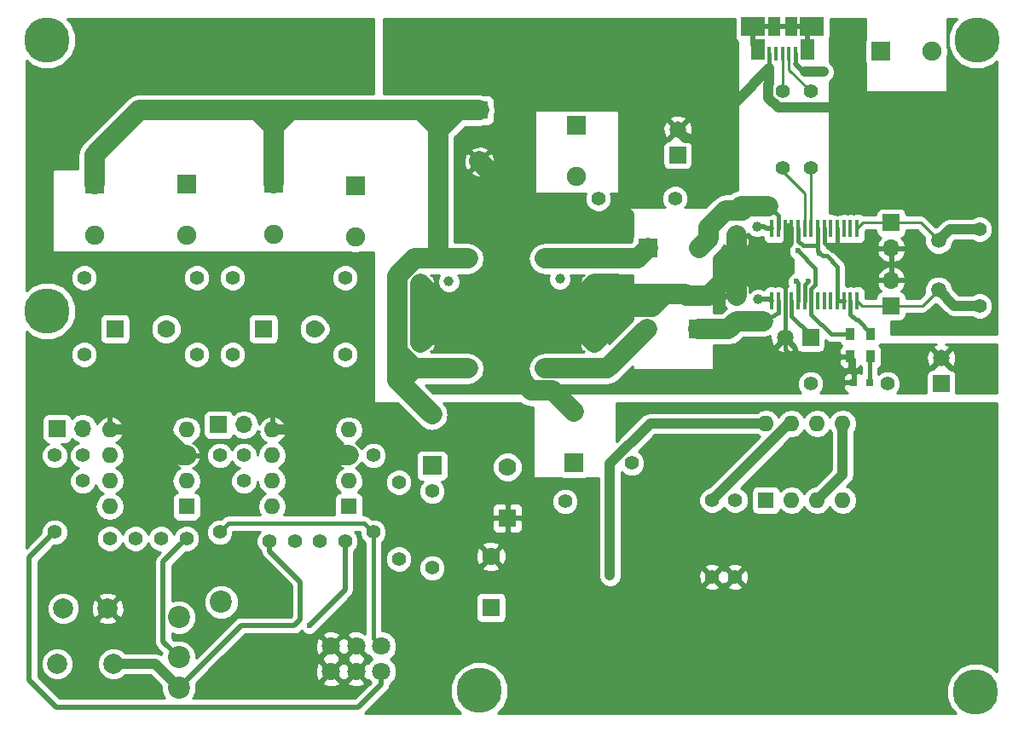
<source format=gbr>
G04 #@! TF.FileFunction,Copper,L1,Top,Signal*
%FSLAX46Y46*%
G04 Gerber Fmt 4.6, Leading zero omitted, Abs format (unit mm)*
G04 Created by KiCad (PCBNEW 4.0.6+dfsg1-1) date Sat Nov  4 21:01:42 2017*
%MOMM*%
%LPD*%
G01*
G04 APERTURE LIST*
%ADD10C,0.100000*%
%ADD11C,4.500880*%
%ADD12R,0.450000X1.380000*%
%ADD13R,1.475000X2.100000*%
%ADD14R,2.375000X1.900000*%
%ADD15R,1.175000X1.900000*%
%ADD16C,1.397000*%
%ADD17R,0.450000X1.750000*%
%ADD18R,1.700000X1.700000*%
%ADD19O,1.700000X1.700000*%
%ADD20R,1.651000X1.651000*%
%ADD21C,1.651000*%
%ADD22R,1.778000X1.778000*%
%ADD23C,1.778000*%
%ADD24R,1.250000X1.500000*%
%ADD25R,0.800000X0.800000*%
%ADD26C,2.000000*%
%ADD27C,2.200000*%
%ADD28R,1.905000X1.905000*%
%ADD29C,1.905000*%
%ADD30C,1.800000*%
%ADD31R,1.600000X1.600000*%
%ADD32O,1.600000X1.600000*%
%ADD33C,1.500000*%
%ADD34R,0.900000X1.200000*%
%ADD35C,1.000000*%
%ADD36C,0.600000*%
%ADD37C,1.000000*%
%ADD38C,0.250000*%
%ADD39C,0.500000*%
%ADD40C,0.400000*%
%ADD41C,2.000000*%
%ADD42C,0.254000*%
G04 APERTURE END LIST*
D10*
D11*
X104775000Y-73660000D03*
X147701000Y-111379000D03*
X196977000Y-111506000D03*
X104775000Y-46736000D03*
D12*
X179100000Y-48066000D03*
X178450000Y-48066000D03*
X177800000Y-48066000D03*
X177150000Y-48066000D03*
X176500000Y-48066000D03*
D13*
X180262500Y-47706000D03*
X175337500Y-47706000D03*
D14*
X180710000Y-45406000D03*
X174890000Y-45406000D03*
D15*
X178640000Y-45406000D03*
X176960000Y-45406000D03*
D16*
X177800000Y-59436000D03*
X177800000Y-51816000D03*
X180594000Y-59436000D03*
X180594000Y-51816000D03*
D17*
X185200000Y-65488000D03*
X184550000Y-65488000D03*
X183900000Y-65488000D03*
X183250000Y-65488000D03*
X182600000Y-65488000D03*
X181950000Y-65488000D03*
X181300000Y-65488000D03*
X180650000Y-65488000D03*
X180000000Y-65488000D03*
X179350000Y-65488000D03*
X178700000Y-65488000D03*
X178050000Y-65488000D03*
X177400000Y-65488000D03*
X176750000Y-65488000D03*
X176750000Y-72688000D03*
X177400000Y-72688000D03*
X178050000Y-72688000D03*
X178700000Y-72688000D03*
X179350000Y-72688000D03*
X180000000Y-72688000D03*
X180650000Y-72688000D03*
X181300000Y-72688000D03*
X181950000Y-72688000D03*
X182600000Y-72688000D03*
X183250000Y-72688000D03*
X183900000Y-72688000D03*
X184550000Y-72688000D03*
X185200000Y-72688000D03*
D18*
X188595000Y-64897000D03*
D19*
X188595000Y-67437000D03*
D18*
X188595000Y-73152000D03*
D19*
X188595000Y-70612000D03*
D20*
X167386000Y-58166000D03*
D21*
X167386000Y-55626000D03*
D22*
X147701000Y-53721000D03*
D23*
X147701000Y-58801000D03*
D22*
X148844000Y-103124000D03*
D23*
X148844000Y-98044000D03*
D20*
X193548000Y-80899000D03*
D21*
X193548000Y-78359000D03*
D22*
X150495000Y-94234000D03*
D23*
X150495000Y-89154000D03*
D20*
X180594000Y-76327000D03*
D21*
X178054000Y-76327000D03*
D20*
X159131000Y-79375000D03*
D21*
X159131000Y-76835000D03*
D24*
X173228000Y-63647000D03*
X173228000Y-66147000D03*
X173228000Y-74656000D03*
X173228000Y-72156000D03*
D20*
X141859000Y-79375000D03*
D21*
X141859000Y-76835000D03*
D20*
X159131000Y-68453000D03*
D21*
X159131000Y-70993000D03*
D20*
X141859000Y-68453000D03*
D21*
X141859000Y-70993000D03*
D22*
X111506000Y-75438000D03*
D23*
X116586000Y-75438000D03*
D18*
X105791000Y-85344000D03*
D19*
X108331000Y-85344000D03*
D22*
X126238000Y-75438000D03*
D23*
X131318000Y-75438000D03*
D18*
X121793000Y-84963000D03*
D19*
X124333000Y-84963000D03*
D25*
X186474000Y-80772000D03*
X184874000Y-80772000D03*
D26*
X105779000Y-108712000D03*
X106379000Y-103212000D03*
X110779000Y-103212000D03*
X111379000Y-108712000D03*
D27*
X122056000Y-102577000D03*
X117856000Y-104077000D03*
X117856000Y-108077000D03*
X117856000Y-111077000D03*
D28*
X187579000Y-47879000D03*
D29*
X192659000Y-47879000D03*
D28*
X157353000Y-55245000D03*
D29*
X157353000Y-60325000D03*
D28*
X143002000Y-89027000D03*
D29*
X143002000Y-83947000D03*
D28*
X157099000Y-88773000D03*
D29*
X157099000Y-83693000D03*
D28*
X164465000Y-67437000D03*
D29*
X169545000Y-67437000D03*
D28*
X169418000Y-75438000D03*
D29*
X164338000Y-75438000D03*
D28*
X109474000Y-61087000D03*
D29*
X109474000Y-66167000D03*
D28*
X118618000Y-61087000D03*
D29*
X118618000Y-66167000D03*
D28*
X127254000Y-60960000D03*
D29*
X127254000Y-66040000D03*
D28*
X135382000Y-61214000D03*
D29*
X135382000Y-66294000D03*
D16*
X197358000Y-73152000D03*
X197358000Y-65532000D03*
X159512000Y-62484000D03*
X167132000Y-62484000D03*
X143002000Y-91567000D03*
X143002000Y-99187000D03*
X188214000Y-80899000D03*
X180594000Y-80899000D03*
X173101000Y-100076000D03*
X173101000Y-92456000D03*
X162811557Y-88773000D03*
X156212443Y-92583000D03*
X154178000Y-68453000D03*
X146558000Y-68453000D03*
X146558000Y-79375000D03*
X154178000Y-79375000D03*
X170815000Y-92456000D03*
X170815000Y-100076000D03*
X108458000Y-70358000D03*
X108458000Y-77978000D03*
X119634000Y-70358000D03*
X119634000Y-77978000D03*
X105537000Y-88011000D03*
X105537000Y-95631000D03*
X123190000Y-70358000D03*
X123190000Y-77978000D03*
X134366000Y-70358000D03*
X134366000Y-77978000D03*
X121920000Y-88011000D03*
X121920000Y-95631000D03*
X139700000Y-90678000D03*
X139700000Y-98298000D03*
X137160000Y-95631000D03*
X137160000Y-88011000D03*
D30*
X137969000Y-109474000D03*
X135469000Y-109474000D03*
X132969000Y-109474000D03*
X137969000Y-106974000D03*
X135469000Y-106974000D03*
X132969000Y-106974000D03*
D31*
X176149000Y-92456000D03*
D32*
X183769000Y-84836000D03*
X178689000Y-92456000D03*
X181229000Y-84836000D03*
X181229000Y-92456000D03*
X178689000Y-84836000D03*
X183769000Y-92456000D03*
X176149000Y-84836000D03*
D31*
X118618000Y-93091000D03*
D32*
X110998000Y-85471000D03*
X118618000Y-90551000D03*
X110998000Y-88011000D03*
X118618000Y-88011000D03*
X110998000Y-90551000D03*
X118618000Y-85471000D03*
X110998000Y-93091000D03*
D31*
X134747000Y-93091000D03*
D32*
X127127000Y-85471000D03*
X134747000Y-90551000D03*
X127127000Y-88011000D03*
X134747000Y-88011000D03*
X127127000Y-90551000D03*
X134747000Y-85471000D03*
X127127000Y-93091000D03*
D33*
X193294000Y-66675000D03*
X193294000Y-71575000D03*
D34*
X184531000Y-78189000D03*
X184531000Y-75989000D03*
X186563000Y-78189000D03*
X186563000Y-75989000D03*
D16*
X134366000Y-96520000D03*
X131826000Y-96520000D03*
X124333000Y-90551000D03*
X124333000Y-88011000D03*
X129413000Y-96520000D03*
X126873000Y-96520000D03*
X108331000Y-90551000D03*
X108331000Y-88011000D03*
X118618000Y-96266000D03*
X116078000Y-96266000D03*
X113538000Y-96266000D03*
X110998000Y-96266000D03*
D11*
X197104000Y-46736000D03*
D35*
X144653000Y-70739000D03*
X155702000Y-70485000D03*
D36*
X122936000Y-83312000D03*
X121793000Y-80010000D03*
X121920000Y-81280000D03*
X121285000Y-82931000D03*
X132080000Y-80264000D03*
X131572000Y-81153000D03*
X131826000Y-87884000D03*
X136906000Y-90932000D03*
X138430000Y-89535000D03*
X138176000Y-84709000D03*
X138557000Y-86360000D03*
X138430000Y-83312000D03*
X148971000Y-83185000D03*
X142240000Y-86106000D03*
X180721000Y-87122000D03*
X182372000Y-86487000D03*
X179959000Y-86360000D03*
X188341000Y-83566000D03*
X197612000Y-86868000D03*
X197104000Y-89916000D03*
X195199000Y-85471000D03*
X197231000Y-83312000D03*
X198755000Y-83312000D03*
X162814000Y-97663000D03*
X156591000Y-97917000D03*
X144780000Y-104394000D03*
X154178000Y-101981000D03*
X152273000Y-106172000D03*
X145415000Y-97917000D03*
X142875000Y-103124000D03*
X140970000Y-100203000D03*
X148971000Y-86106000D03*
X145669000Y-90551000D03*
X152654000Y-87122000D03*
X151257000Y-86741000D03*
X121539000Y-68453000D03*
X105029000Y-78486000D03*
X105410000Y-81280000D03*
X104140000Y-92456000D03*
X107950000Y-96012000D03*
X104521000Y-105029000D03*
X104267000Y-109982000D03*
X106680000Y-111506000D03*
X109982000Y-110871000D03*
X112014000Y-111379000D03*
X114173000Y-110871000D03*
X115316000Y-111506000D03*
X107823000Y-107061000D03*
X115443000Y-107442000D03*
X113284000Y-101600000D03*
X111633000Y-99314000D03*
X189357000Y-75311000D03*
X193421000Y-69469000D03*
X195834000Y-71120000D03*
X195453000Y-74676000D03*
X193294000Y-74422000D03*
X191389000Y-74422000D03*
X195834000Y-63754000D03*
X193421000Y-64389000D03*
X191135000Y-63754000D03*
X190881000Y-72009000D03*
X190881000Y-66548000D03*
X192151000Y-68707000D03*
X196342000Y-67310000D03*
X184277000Y-70739000D03*
X186563000Y-71374000D03*
X191389000Y-57023000D03*
X184785000Y-56769000D03*
X184023000Y-60198000D03*
X183261000Y-62357000D03*
X162814000Y-54610000D03*
X169672000Y-55626000D03*
X171958000Y-48514000D03*
X171831000Y-45339000D03*
X157988000Y-50165000D03*
X146050000Y-50927000D03*
X144399000Y-46228000D03*
X144399000Y-48133000D03*
X138938000Y-48895000D03*
X139192000Y-45339000D03*
X197866000Y-98806000D03*
X188722000Y-99822000D03*
X189611000Y-94107000D03*
X174752000Y-111633000D03*
X166624000Y-102997000D03*
X165862000Y-108204000D03*
X178054000Y-99568000D03*
X182245000Y-104648000D03*
X183261000Y-100584000D03*
X173863000Y-104521000D03*
X185293000Y-109728000D03*
X188722000Y-108966000D03*
X106045000Y-58293000D03*
X104648000Y-51435000D03*
X107569000Y-50292000D03*
X108966000Y-46228000D03*
X121412000Y-45339000D03*
X132207000Y-49403000D03*
X136144000Y-50292000D03*
X136017000Y-45466000D03*
X103759000Y-64008000D03*
X106934000Y-68326000D03*
X114300000Y-72771000D03*
X117729000Y-72009000D03*
X121666000Y-73406000D03*
X183250000Y-67310000D03*
X186817000Y-63881000D03*
X190246000Y-62484000D03*
X190119000Y-59182000D03*
X163576000Y-59944000D03*
X188468000Y-78105000D03*
X183388000Y-79883000D03*
X177165000Y-80645000D03*
X150622000Y-64389000D03*
X161925000Y-65532000D03*
D35*
X162052000Y-70612000D03*
X162115500Y-73850500D03*
X186817000Y-66548000D03*
X183896000Y-52959000D03*
X173228000Y-52832000D03*
D36*
X179324000Y-67691000D03*
D35*
X181864000Y-49911000D03*
D36*
X181483000Y-67897000D03*
D35*
X160675000Y-99929000D03*
D36*
X159131000Y-95484000D03*
X162941000Y-96012000D03*
X115697000Y-80391000D03*
X110236000Y-80264000D03*
X110216000Y-84032000D03*
X120015000Y-89408000D03*
X115824000Y-82931000D03*
X116422947Y-87031053D03*
X110216000Y-82931000D03*
X123038609Y-98449391D03*
X115570000Y-85471000D03*
X131445000Y-85471000D03*
X180340000Y-70739000D03*
X179197000Y-70739000D03*
D35*
X162052000Y-68453000D03*
D36*
X130810000Y-104902000D03*
D35*
X175387000Y-72517000D03*
X175260000Y-65278000D03*
D37*
X197358000Y-65532000D02*
X194437000Y-65532000D01*
X194437000Y-65532000D02*
X193294000Y-66675000D01*
D38*
X188595000Y-64897000D02*
X185791000Y-64897000D01*
X185791000Y-64897000D02*
X185200000Y-65488000D01*
X188595000Y-64897000D02*
X191516000Y-64897000D01*
X191516000Y-64897000D02*
X193294000Y-66675000D01*
D39*
X150622000Y-64389000D02*
X149987000Y-64389000D01*
X149987000Y-64389000D02*
X150622000Y-64389000D01*
X150622000Y-64389000D02*
X149987000Y-64389000D01*
X162052000Y-70612000D02*
X161671000Y-70993000D01*
X161671000Y-70993000D02*
X161417000Y-70993000D01*
D40*
X185801000Y-67818000D02*
X186817000Y-66802000D01*
X186817000Y-66802000D02*
X186817000Y-66548000D01*
D41*
X149987000Y-74168000D02*
X149987000Y-64389000D01*
X149987000Y-64389000D02*
X149987000Y-61087000D01*
X149987000Y-61087000D02*
X147701000Y-58801000D01*
X157099000Y-83693000D02*
X154981010Y-81575010D01*
X154981010Y-81575010D02*
X152822010Y-81575010D01*
X152822010Y-81575010D02*
X150368000Y-79121000D01*
X151902702Y-80645000D02*
X151892000Y-80645000D01*
X151892000Y-80645000D02*
X150368000Y-79121000D01*
X150368000Y-79121000D02*
X150368000Y-73787000D01*
X145034000Y-74168000D02*
X149987000Y-74168000D01*
X149987000Y-74168000D02*
X156464000Y-74168000D01*
X150368000Y-73787000D02*
X149987000Y-74168000D01*
D40*
X184874000Y-80772000D02*
X184874000Y-78532000D01*
X184874000Y-78532000D02*
X184531000Y-78189000D01*
X178054000Y-76327000D02*
X178054000Y-77494433D01*
X178054000Y-77494433D02*
X178748567Y-78189000D01*
X178748567Y-78189000D02*
X183681000Y-78189000D01*
X183681000Y-78189000D02*
X184531000Y-78189000D01*
X178054000Y-76327000D02*
X178054000Y-72692000D01*
X178054000Y-72692000D02*
X178050000Y-72688000D01*
D37*
X177381218Y-53467000D02*
X183388000Y-53467000D01*
X183388000Y-53467000D02*
X183896000Y-52959000D01*
X176500000Y-49560000D02*
X176500000Y-51046218D01*
X176500000Y-51046218D02*
X176401499Y-51144719D01*
X176401499Y-51144719D02*
X176401499Y-52487281D01*
X176401499Y-52487281D02*
X177381218Y-53467000D01*
X173228000Y-69342000D02*
X176022000Y-69342000D01*
X176022000Y-69342000D02*
X178432999Y-66931001D01*
X178432999Y-66931001D02*
X178424999Y-66923001D01*
X178424999Y-66923001D02*
X178424999Y-65488000D01*
D41*
X173228000Y-69342000D02*
X173228000Y-70993000D01*
D40*
X173736000Y-70485000D02*
X173228000Y-70993000D01*
D41*
X173228000Y-70993000D02*
X173228000Y-72156000D01*
D40*
X177122000Y-70485000D02*
X173736000Y-70485000D01*
X178050000Y-72688000D02*
X178050000Y-71413000D01*
X178050000Y-71413000D02*
X177122000Y-70485000D01*
X178050000Y-65488000D02*
X178049999Y-66763001D01*
X173844001Y-66763001D02*
X173228000Y-66147000D01*
D41*
X162433000Y-72009000D02*
X166116000Y-72009000D01*
X166116000Y-72009000D02*
X168148000Y-72009000D01*
X159131000Y-76835000D02*
X162115500Y-73850500D01*
X162115500Y-73850500D02*
X162728008Y-73237992D01*
X162728008Y-73237992D02*
X164887008Y-73237992D01*
X164887008Y-73237992D02*
X166116000Y-72009000D01*
X141859000Y-70993000D02*
X141859000Y-76835000D01*
X159131000Y-76835000D02*
X159131000Y-75311000D01*
X159131000Y-75311000D02*
X162433000Y-72009000D01*
X160528000Y-72009000D02*
X162433000Y-72009000D01*
X159131000Y-70993000D02*
X161417000Y-70993000D01*
X161417000Y-70993000D02*
X162433000Y-72009000D01*
X156464000Y-74168000D02*
X159131000Y-76835000D01*
X156464000Y-74168000D02*
X158750000Y-74168000D01*
X156464000Y-74168000D02*
X156464000Y-73660000D01*
X156464000Y-73660000D02*
X159131000Y-70993000D01*
X141859000Y-76835000D02*
X142684499Y-76009501D01*
X142684499Y-76009501D02*
X143192499Y-76009501D01*
X143192499Y-76009501D02*
X145034000Y-74168000D01*
X141859000Y-74168000D02*
X145034000Y-74168000D01*
X141859000Y-70993000D02*
X142684499Y-71818499D01*
X142684499Y-71818499D02*
X145034000Y-74168000D01*
X141859000Y-74168000D02*
X141859000Y-70993000D01*
X141859000Y-76835000D02*
X141859000Y-74168000D01*
X159131000Y-74549000D02*
X159131000Y-73406000D01*
X159131000Y-76835000D02*
X159131000Y-74549000D01*
X158750000Y-74168000D02*
X159131000Y-74549000D01*
X159131000Y-73406000D02*
X159131000Y-70993000D01*
X159131000Y-73406000D02*
X160528000Y-72009000D01*
X168148000Y-72009000D02*
X168275000Y-72136000D01*
X170434000Y-72136000D02*
X168275000Y-72136000D01*
X173228000Y-66147000D02*
X173228000Y-69342000D01*
X173228000Y-69342000D02*
X170434000Y-72136000D01*
D37*
X168211499Y-56451499D02*
X167386000Y-55626000D01*
X168344499Y-56451499D02*
X168211499Y-56451499D01*
D40*
X176500000Y-49560000D02*
X176500000Y-48798000D01*
X176500000Y-48798000D02*
X176500000Y-48066000D01*
D37*
X173228000Y-52832000D02*
X176500000Y-49560000D01*
D40*
X181950000Y-65488000D02*
X181950000Y-66898998D01*
X181950000Y-66898998D02*
X182731002Y-67680000D01*
X182731002Y-67680000D02*
X182867000Y-67680000D01*
X182867000Y-67680000D02*
X183250000Y-67680000D01*
X183388000Y-67818000D02*
X185801000Y-67818000D01*
X183250000Y-65488000D02*
X183250000Y-67310000D01*
X183250000Y-67310000D02*
X183250000Y-67680000D01*
X183250000Y-67680000D02*
X183388000Y-67818000D01*
X178700000Y-65488000D02*
X178050000Y-65488000D01*
D37*
X197358000Y-73152000D02*
X194871000Y-73152000D01*
X194871000Y-73152000D02*
X193294000Y-71575000D01*
D38*
X188595000Y-73152000D02*
X185664000Y-73152000D01*
X185664000Y-73152000D02*
X185200000Y-72688000D01*
X188595000Y-73152000D02*
X191717000Y-73152000D01*
X191717000Y-73152000D02*
X193294000Y-71575000D01*
D40*
X180650000Y-72688000D02*
X180650000Y-71465002D01*
X180650000Y-71465002D02*
X181040001Y-71075001D01*
X181040001Y-71075001D02*
X181040001Y-69407001D01*
X181040001Y-69407001D02*
X179324000Y-67691000D01*
X184531000Y-75989000D02*
X182676000Y-75989000D01*
X182676000Y-75989000D02*
X180650000Y-73963000D01*
X180650000Y-73963000D02*
X180650000Y-72688000D01*
X180650000Y-72688000D02*
X180650000Y-71826000D01*
D37*
X180005000Y-49911000D02*
X180594000Y-49911000D01*
X180594000Y-49911000D02*
X181864000Y-49911000D01*
D40*
X179100000Y-48066000D02*
X179100000Y-49156000D01*
X179100000Y-49156000D02*
X179855000Y-49911000D01*
X179855000Y-49911000D02*
X180594000Y-49911000D01*
D38*
X179100000Y-48066000D02*
X179100000Y-49141002D01*
D39*
X180005000Y-49911000D02*
X179869998Y-49911000D01*
D38*
X179100000Y-49141002D02*
X179100000Y-49179000D01*
D39*
X179869998Y-49911000D02*
X179100000Y-49141002D01*
D38*
X179100000Y-48066000D02*
X179100000Y-49006000D01*
X179100000Y-49006000D02*
X180005000Y-49911000D01*
D41*
X143002000Y-83947000D02*
X139827000Y-80772000D01*
X139827000Y-80772000D02*
X139573000Y-80518000D01*
X141859000Y-79375000D02*
X141224000Y-79375000D01*
X141224000Y-79375000D02*
X139827000Y-80772000D01*
X139573000Y-71628000D02*
X139573000Y-75311000D01*
X139573000Y-75311000D02*
X139573000Y-77660283D01*
X139573000Y-80518000D02*
X139573000Y-75311000D01*
X147701000Y-53721000D02*
X145669000Y-53721000D01*
X139573000Y-70167717D02*
X139573000Y-71628000D01*
X145669000Y-53721000D02*
X143637000Y-53721000D01*
X143637000Y-56261000D02*
X143637000Y-55753000D01*
X143637000Y-55753000D02*
X145669000Y-53721000D01*
X143637000Y-56261000D02*
X143637000Y-68072000D01*
X143637000Y-53721000D02*
X143637000Y-56261000D01*
X143637000Y-53721000D02*
X141859000Y-53721000D01*
X143637000Y-55499000D02*
X141859000Y-53721000D01*
X141859000Y-53721000D02*
X131540500Y-53721000D01*
X143637000Y-56261000D02*
X143637000Y-55499000D01*
X141859000Y-68453000D02*
X144018000Y-68453000D01*
X144018000Y-68453000D02*
X146558000Y-68453000D01*
X143637000Y-68072000D02*
X144018000Y-68453000D01*
X131540500Y-53721000D02*
X128905000Y-53721000D01*
X128905000Y-53721000D02*
X125603000Y-53721000D01*
X127254000Y-55372000D02*
X128905000Y-53721000D01*
X125603000Y-53721000D02*
X113887500Y-53721000D01*
X127254000Y-60960000D02*
X127254000Y-55372000D01*
X127254000Y-55372000D02*
X125603000Y-53721000D01*
X113887500Y-53721000D02*
X109474000Y-58134500D01*
X109474000Y-58134500D02*
X109474000Y-61087000D01*
X139573000Y-77660283D02*
X141287717Y-79375000D01*
X141287717Y-79375000D02*
X141859000Y-79375000D01*
X141859000Y-68453000D02*
X141287717Y-68453000D01*
X141287717Y-68453000D02*
X139573000Y-70167717D01*
X141859000Y-79375000D02*
X146558000Y-79375000D01*
D40*
X179832000Y-67183000D02*
X179374999Y-66725999D01*
X179374999Y-66725999D02*
X179374999Y-65512999D01*
X179374999Y-65512999D02*
X179350000Y-65488000D01*
X181300000Y-67183000D02*
X181300000Y-67714000D01*
X181300000Y-65488000D02*
X181300000Y-67183000D01*
X181300000Y-67183000D02*
X179832000Y-67183000D01*
X181483000Y-67897000D02*
X181782999Y-68196999D01*
X181782999Y-68196999D02*
X182211999Y-68196999D01*
X182211999Y-68196999D02*
X183250000Y-69235000D01*
X181300000Y-67714000D02*
X181483000Y-67897000D01*
X183250000Y-72688000D02*
X183250000Y-69235000D01*
X183250000Y-72688000D02*
X183900000Y-72688000D01*
D37*
X160675000Y-99929000D02*
X160675000Y-88839775D01*
X160675000Y-88839775D02*
X164678775Y-84836000D01*
X164678775Y-84836000D02*
X175017630Y-84836000D01*
X175017630Y-84836000D02*
X176149000Y-84836000D01*
X175768000Y-84836000D02*
X176149000Y-84836000D01*
D39*
X159131000Y-95484000D02*
X159131000Y-95504000D01*
X110216000Y-84032000D02*
X110236000Y-84052000D01*
X110236000Y-84052000D02*
X110236000Y-84074000D01*
X116422947Y-87031053D02*
X116776500Y-86677500D01*
X116776500Y-86677500D02*
X116459000Y-86995000D01*
X116459000Y-86995000D02*
X116459000Y-86360000D01*
X110216000Y-82931000D02*
X110236000Y-82931000D01*
X123038609Y-98449391D02*
X123063000Y-98425000D01*
D41*
X115570000Y-85471000D02*
X116459000Y-86360000D01*
X116459000Y-86360000D02*
X118110000Y-88011000D01*
X118110000Y-88011000D02*
X118618000Y-88011000D01*
D37*
X110998000Y-85471000D02*
X115570000Y-85471000D01*
D41*
X131445000Y-85471000D02*
X131445000Y-85840370D01*
X131445000Y-85840370D02*
X133615630Y-88011000D01*
X133615630Y-88011000D02*
X134747000Y-88011000D01*
D37*
X128258370Y-85471000D02*
X131445000Y-85471000D01*
X127127000Y-85471000D02*
X128258370Y-85471000D01*
D40*
X180594000Y-76073000D02*
X178700000Y-74179000D01*
X178700000Y-74179000D02*
X178700000Y-72688000D01*
X180594000Y-76327000D02*
X180594000Y-76073000D01*
D37*
X183769000Y-84836000D02*
X183769000Y-89916000D01*
X183769000Y-89916000D02*
X181229000Y-92456000D01*
D40*
X180340000Y-70739000D02*
X180000000Y-71079000D01*
X180000000Y-71079000D02*
X180000000Y-72688000D01*
X179197000Y-70739000D02*
X179350000Y-70892000D01*
X179350000Y-70892000D02*
X179350000Y-72688000D01*
D41*
X159131000Y-79375000D02*
X154178000Y-79375000D01*
X159131000Y-79375000D02*
X160401000Y-79375000D01*
X160401000Y-79375000D02*
X164338000Y-75438000D01*
X173228000Y-63647000D02*
X172192998Y-63647000D01*
X172192998Y-63647000D02*
X170497499Y-65342499D01*
X170497499Y-65342499D02*
X170497499Y-66484501D01*
X170497499Y-66484501D02*
X169545000Y-67437000D01*
X173228000Y-63647000D02*
X173649000Y-63226000D01*
X173649000Y-63226000D02*
X176413000Y-63226000D01*
X173228000Y-63647000D02*
X173823000Y-63647000D01*
X173823000Y-63647000D02*
X174244000Y-63226000D01*
D37*
X174244000Y-63226000D02*
X175869000Y-63226000D01*
X175869000Y-63226000D02*
X176413000Y-63226000D01*
D40*
X177400000Y-65488000D02*
X177400000Y-64213000D01*
X177400000Y-64213000D02*
X176413000Y-63226000D01*
X176413000Y-63226000D02*
X175269000Y-63226000D01*
X175269000Y-63226000D02*
X174244000Y-63226000D01*
D41*
X169418000Y-75438000D02*
X172446000Y-75438000D01*
X172446000Y-75438000D02*
X173228000Y-74656000D01*
D40*
X177400000Y-73826000D02*
X177400000Y-72688000D01*
X175853000Y-74656000D02*
X177400000Y-73826000D01*
D41*
X173228000Y-74656000D02*
X175853000Y-74656000D01*
X159131000Y-68453000D02*
X162052000Y-68453000D01*
X162052000Y-68453000D02*
X163449000Y-68453000D01*
X163449000Y-68453000D02*
X164465000Y-67437000D01*
X154178000Y-68453000D02*
X159131000Y-68453000D01*
D37*
X131318000Y-75438000D02*
X131826000Y-75438000D01*
D39*
X126873000Y-96520000D02*
X126873000Y-97507828D01*
X126873000Y-97507828D02*
X129926501Y-100561329D01*
X129926501Y-100561329D02*
X129926501Y-104310281D01*
X129926501Y-104310281D02*
X129329281Y-104907501D01*
X129329281Y-104907501D02*
X124025499Y-104907501D01*
X124025499Y-104907501D02*
X117856000Y-111077000D01*
D37*
X111379000Y-108712000D02*
X115491000Y-108712000D01*
X115491000Y-108712000D02*
X117856000Y-111077000D01*
D40*
X186474000Y-80772000D02*
X186474000Y-78278000D01*
X186474000Y-78278000D02*
X186563000Y-78189000D01*
D38*
X178450000Y-48066000D02*
X178450000Y-49672000D01*
X178450000Y-49672000D02*
X180594000Y-51816000D01*
X177800000Y-51816000D02*
X177800000Y-48066000D01*
D39*
X174890000Y-45406000D02*
X174890000Y-47258500D01*
X174890000Y-47258500D02*
X175337500Y-47706000D01*
X176960000Y-45406000D02*
X174890000Y-45406000D01*
X178640000Y-45406000D02*
X176960000Y-45406000D01*
X180710000Y-45406000D02*
X178640000Y-45406000D01*
X180262500Y-47706000D02*
X180262500Y-45853500D01*
X180262500Y-45853500D02*
X180710000Y-45406000D01*
X130810000Y-104902000D02*
X134366000Y-101346000D01*
X134366000Y-101346000D02*
X134366000Y-96520000D01*
X117856000Y-108077000D02*
X116305999Y-106526999D01*
X116305999Y-106526999D02*
X116305999Y-98578001D01*
X116305999Y-98578001D02*
X117919501Y-96964499D01*
X117919501Y-96964499D02*
X118618000Y-96266000D01*
D40*
X185136000Y-74549000D02*
X185273000Y-74549000D01*
X185273000Y-74549000D02*
X186563000Y-75839000D01*
X186563000Y-75839000D02*
X186563000Y-75989000D01*
X184550000Y-72688000D02*
X184550000Y-73963000D01*
X184550000Y-73963000D02*
X185136000Y-74549000D01*
D38*
X180594000Y-59436000D02*
X180594000Y-65432000D01*
X180594000Y-65432000D02*
X180650000Y-65488000D01*
X180000000Y-65488000D02*
X180000000Y-62017000D01*
X180000000Y-62017000D02*
X177800000Y-59817000D01*
X177800000Y-59817000D02*
X177800000Y-59436000D01*
D37*
X170815000Y-92456000D02*
X178435000Y-84836000D01*
X178435000Y-84836000D02*
X178689000Y-84836000D01*
D39*
X102997000Y-110363000D02*
X102997000Y-98171000D01*
X102997000Y-98171000D02*
X105537000Y-95631000D01*
X105664000Y-113030000D02*
X102997000Y-110363000D01*
X135685792Y-113030000D02*
X105664000Y-113030000D01*
X137969000Y-109474000D02*
X137969000Y-110746792D01*
X137969000Y-110746792D02*
X135685792Y-113030000D01*
D40*
X137160000Y-95631000D02*
X137160000Y-106165000D01*
X137160000Y-106165000D02*
X137969000Y-106974000D01*
X137160000Y-95631000D02*
X136271000Y-94742000D01*
X136271000Y-94742000D02*
X122809000Y-94742000D01*
X122809000Y-94742000D02*
X122618499Y-94932501D01*
X122618499Y-94932501D02*
X121920000Y-95631000D01*
D39*
X175387000Y-72517000D02*
X176553999Y-72517000D01*
X176553999Y-72517000D02*
X176724999Y-72688000D01*
X175260000Y-65278000D02*
X175967106Y-65278000D01*
X175967106Y-65278000D02*
X176177106Y-65488000D01*
X176177106Y-65488000D02*
X176724999Y-65488000D01*
D42*
G36*
X137160000Y-52086000D02*
X128905005Y-52086000D01*
X128905000Y-52085999D01*
X128904995Y-52086000D01*
X125603005Y-52086000D01*
X125603000Y-52085999D01*
X125602995Y-52086000D01*
X113887505Y-52086000D01*
X113887500Y-52085999D01*
X113347956Y-52193322D01*
X113261813Y-52210457D01*
X112731380Y-52564880D01*
X112731378Y-52564883D01*
X108317880Y-56978380D01*
X107963457Y-57508812D01*
X107838999Y-58134500D01*
X107839000Y-58134505D01*
X107839000Y-59563000D01*
X105410000Y-59563000D01*
X105363841Y-59571685D01*
X105321447Y-59598965D01*
X105293006Y-59640590D01*
X105283000Y-59690000D01*
X105283000Y-67691000D01*
X105291685Y-67737159D01*
X105318965Y-67779553D01*
X105360590Y-67807994D01*
X105410000Y-67818000D01*
X134912581Y-67818000D01*
X135064841Y-67881224D01*
X135696388Y-67881775D01*
X135850735Y-67818000D01*
X137160000Y-67818000D01*
X137160000Y-82677000D01*
X137170006Y-82726410D01*
X137198447Y-82768035D01*
X137240841Y-82795315D01*
X137287000Y-82804000D01*
X139546760Y-82804000D01*
X141845880Y-85103120D01*
X142047438Y-85237797D01*
X142101579Y-85292032D01*
X142172977Y-85321679D01*
X142376312Y-85457543D01*
X142614066Y-85504836D01*
X142684841Y-85534224D01*
X142762150Y-85534291D01*
X143002000Y-85582001D01*
X143239756Y-85534708D01*
X143316388Y-85534775D01*
X143387838Y-85505252D01*
X143627688Y-85457543D01*
X143829245Y-85322867D01*
X143900072Y-85293602D01*
X143954786Y-85238983D01*
X144158120Y-85103120D01*
X144292797Y-84901562D01*
X144347032Y-84847421D01*
X144376679Y-84776023D01*
X144512543Y-84572688D01*
X144559836Y-84334934D01*
X144589224Y-84264159D01*
X144589291Y-84186850D01*
X144637001Y-83947000D01*
X144589708Y-83709244D01*
X144589775Y-83632612D01*
X144560252Y-83561162D01*
X144512543Y-83321312D01*
X144377867Y-83119755D01*
X144348602Y-83048928D01*
X144293983Y-82994214D01*
X144166886Y-82804000D01*
X151774948Y-82804000D01*
X151983861Y-82943591D01*
X152196322Y-83085553D01*
X152822010Y-83210010D01*
X153035000Y-83210010D01*
X153035000Y-90170000D01*
X153043685Y-90216159D01*
X153070965Y-90258553D01*
X153112590Y-90286994D01*
X153162000Y-90297000D01*
X155858122Y-90297000D01*
X155894610Y-90321931D01*
X156146500Y-90372940D01*
X158051500Y-90372940D01*
X158286817Y-90328662D01*
X158336021Y-90297000D01*
X159540000Y-90297000D01*
X159540000Y-99928010D01*
X159539803Y-100153775D01*
X159712233Y-100571086D01*
X160031235Y-100890645D01*
X160448244Y-101063803D01*
X160899775Y-101064197D01*
X161030486Y-101010188D01*
X170060417Y-101010188D01*
X170122071Y-101245800D01*
X170622480Y-101421927D01*
X171152199Y-101393148D01*
X171507929Y-101245800D01*
X171569583Y-101010188D01*
X172346417Y-101010188D01*
X172408071Y-101245800D01*
X172908480Y-101421927D01*
X173438199Y-101393148D01*
X173793929Y-101245800D01*
X173855583Y-101010188D01*
X173101000Y-100255605D01*
X172346417Y-101010188D01*
X171569583Y-101010188D01*
X170815000Y-100255605D01*
X170060417Y-101010188D01*
X161030486Y-101010188D01*
X161317086Y-100891767D01*
X161636645Y-100572765D01*
X161809803Y-100155756D01*
X161810040Y-99883480D01*
X169469073Y-99883480D01*
X169497852Y-100413199D01*
X169645200Y-100768929D01*
X169880812Y-100830583D01*
X170635395Y-100076000D01*
X170994605Y-100076000D01*
X171749188Y-100830583D01*
X171958000Y-100775942D01*
X172166812Y-100830583D01*
X172921395Y-100076000D01*
X173280605Y-100076000D01*
X174035188Y-100830583D01*
X174270800Y-100768929D01*
X174446927Y-100268520D01*
X174418148Y-99738801D01*
X174270800Y-99383071D01*
X174035188Y-99321417D01*
X173280605Y-100076000D01*
X172921395Y-100076000D01*
X172166812Y-99321417D01*
X171958000Y-99376058D01*
X171749188Y-99321417D01*
X170994605Y-100076000D01*
X170635395Y-100076000D01*
X169880812Y-99321417D01*
X169645200Y-99383071D01*
X169469073Y-99883480D01*
X161810040Y-99883480D01*
X161810197Y-99704225D01*
X161810000Y-99703748D01*
X161810000Y-99141812D01*
X170060417Y-99141812D01*
X170815000Y-99896395D01*
X171569583Y-99141812D01*
X172346417Y-99141812D01*
X173101000Y-99896395D01*
X173855583Y-99141812D01*
X173793929Y-98906200D01*
X173293520Y-98730073D01*
X172763801Y-98758852D01*
X172408071Y-98906200D01*
X172346417Y-99141812D01*
X171569583Y-99141812D01*
X171507929Y-98906200D01*
X171007520Y-98730073D01*
X170477801Y-98758852D01*
X170122071Y-98906200D01*
X170060417Y-99141812D01*
X161810000Y-99141812D01*
X161810000Y-89657195D01*
X162055204Y-89902827D01*
X162545144Y-90106268D01*
X163075643Y-90106731D01*
X163565937Y-89904146D01*
X163941384Y-89529353D01*
X164144825Y-89039413D01*
X164145288Y-88508914D01*
X163942703Y-88018620D01*
X163567910Y-87643173D01*
X163503485Y-87616422D01*
X165148907Y-85971000D01*
X175272272Y-85971000D01*
X175525600Y-86140268D01*
X170538448Y-91127420D01*
X170060620Y-91324854D01*
X169685173Y-91699647D01*
X169481732Y-92189587D01*
X169481269Y-92720086D01*
X169683854Y-93210380D01*
X170058647Y-93585827D01*
X170548587Y-93789268D01*
X171079086Y-93789731D01*
X171569380Y-93587146D01*
X171944827Y-93212353D01*
X171957780Y-93181159D01*
X171969854Y-93210380D01*
X172344647Y-93585827D01*
X172834587Y-93789268D01*
X173365086Y-93789731D01*
X173855380Y-93587146D01*
X174230827Y-93212353D01*
X174434268Y-92722413D01*
X174434731Y-92191914D01*
X174232146Y-91701620D01*
X173857353Y-91326173D01*
X173640150Y-91235982D01*
X178595598Y-86280534D01*
X178689000Y-86299113D01*
X179238151Y-86189880D01*
X179703698Y-85878811D01*
X179959000Y-85496725D01*
X180214302Y-85878811D01*
X180679849Y-86189880D01*
X181229000Y-86299113D01*
X181778151Y-86189880D01*
X182243698Y-85878811D01*
X182499000Y-85496725D01*
X182634000Y-85698767D01*
X182634000Y-89445867D01*
X181051717Y-91028151D01*
X180679849Y-91102120D01*
X180214302Y-91413189D01*
X179959000Y-91795275D01*
X179703698Y-91413189D01*
X179238151Y-91102120D01*
X178689000Y-90992887D01*
X178139849Y-91102120D01*
X177674302Y-91413189D01*
X177577899Y-91557465D01*
X177552162Y-91420683D01*
X177413090Y-91204559D01*
X177200890Y-91059569D01*
X176949000Y-91008560D01*
X175349000Y-91008560D01*
X175113683Y-91052838D01*
X174897559Y-91191910D01*
X174752569Y-91404110D01*
X174701560Y-91656000D01*
X174701560Y-93256000D01*
X174745838Y-93491317D01*
X174884910Y-93707441D01*
X175097110Y-93852431D01*
X175349000Y-93903440D01*
X176949000Y-93903440D01*
X177184317Y-93859162D01*
X177400441Y-93720090D01*
X177545431Y-93507890D01*
X177576815Y-93352911D01*
X177674302Y-93498811D01*
X178139849Y-93809880D01*
X178689000Y-93919113D01*
X179238151Y-93809880D01*
X179703698Y-93498811D01*
X179959000Y-93116725D01*
X180214302Y-93498811D01*
X180679849Y-93809880D01*
X181229000Y-93919113D01*
X181778151Y-93809880D01*
X182243698Y-93498811D01*
X182499000Y-93116725D01*
X182754302Y-93498811D01*
X183219849Y-93809880D01*
X183769000Y-93919113D01*
X184318151Y-93809880D01*
X184783698Y-93498811D01*
X185094767Y-93033264D01*
X185204000Y-92484113D01*
X185204000Y-92427887D01*
X185094767Y-91878736D01*
X184783698Y-91413189D01*
X184318151Y-91102120D01*
X184209604Y-91080529D01*
X184571566Y-90718567D01*
X184817603Y-90350346D01*
X184829942Y-90288315D01*
X184904000Y-89916000D01*
X184904000Y-85698767D01*
X185094767Y-85413264D01*
X185204000Y-84864113D01*
X185204000Y-84807887D01*
X185094767Y-84258736D01*
X184783698Y-83793189D01*
X184318151Y-83482120D01*
X183769000Y-83372887D01*
X183219849Y-83482120D01*
X182754302Y-83793189D01*
X182499000Y-84175275D01*
X182243698Y-83793189D01*
X181778151Y-83482120D01*
X181229000Y-83372887D01*
X180679849Y-83482120D01*
X180214302Y-83793189D01*
X179959000Y-84175275D01*
X179703698Y-83793189D01*
X179238151Y-83482120D01*
X178689000Y-83372887D01*
X178139849Y-83482120D01*
X177674302Y-83793189D01*
X177419000Y-84175275D01*
X177163698Y-83793189D01*
X176698151Y-83482120D01*
X176149000Y-83372887D01*
X175599849Y-83482120D01*
X175272272Y-83701000D01*
X164678775Y-83701000D01*
X164244429Y-83787397D01*
X163881483Y-84029910D01*
X163876209Y-84033434D01*
X161290000Y-86619643D01*
X161290000Y-82804000D01*
X199061000Y-82804000D01*
X199061000Y-109509447D01*
X198613604Y-109061269D01*
X197553467Y-108621062D01*
X196405569Y-108620060D01*
X195344665Y-109058417D01*
X194532269Y-109869396D01*
X194092062Y-110929533D01*
X194091060Y-112077431D01*
X194529417Y-113138335D01*
X194980294Y-113590000D01*
X149570331Y-113590000D01*
X150145731Y-113015604D01*
X150585938Y-111955467D01*
X150586940Y-110807569D01*
X150148583Y-109746665D01*
X149337604Y-108934269D01*
X148277467Y-108494062D01*
X147129569Y-108493060D01*
X146068665Y-108931417D01*
X145256269Y-109742396D01*
X144816062Y-110802533D01*
X144815060Y-111950431D01*
X145253417Y-113011335D01*
X145831073Y-113590000D01*
X136377372Y-113590000D01*
X138594787Y-111372584D01*
X138594790Y-111372582D01*
X138786633Y-111085467D01*
X138816649Y-110934569D01*
X138850855Y-110762608D01*
X139269551Y-110344643D01*
X139503733Y-109780670D01*
X139504265Y-109170009D01*
X139271068Y-108605629D01*
X138889818Y-108223712D01*
X139269551Y-107844643D01*
X139503733Y-107280670D01*
X139504265Y-106670009D01*
X139271068Y-106105629D01*
X138839643Y-105673449D01*
X138275670Y-105439267D01*
X137995000Y-105439022D01*
X137995000Y-102235000D01*
X147307560Y-102235000D01*
X147307560Y-104013000D01*
X147351838Y-104248317D01*
X147490910Y-104464441D01*
X147703110Y-104609431D01*
X147955000Y-104660440D01*
X149733000Y-104660440D01*
X149968317Y-104616162D01*
X150184441Y-104477090D01*
X150329431Y-104264890D01*
X150380440Y-104013000D01*
X150380440Y-102235000D01*
X150336162Y-101999683D01*
X150197090Y-101783559D01*
X149984890Y-101638569D01*
X149733000Y-101587560D01*
X147955000Y-101587560D01*
X147719683Y-101631838D01*
X147503559Y-101770910D01*
X147358569Y-101983110D01*
X147307560Y-102235000D01*
X137995000Y-102235000D01*
X137995000Y-98562086D01*
X138366269Y-98562086D01*
X138568854Y-99052380D01*
X138943647Y-99427827D01*
X139433587Y-99631268D01*
X139964086Y-99631731D01*
X140401281Y-99451086D01*
X141668269Y-99451086D01*
X141870854Y-99941380D01*
X142245647Y-100316827D01*
X142735587Y-100520268D01*
X143266086Y-100520731D01*
X143756380Y-100318146D01*
X144131827Y-99943353D01*
X144335268Y-99453413D01*
X144335562Y-99116196D01*
X147951409Y-99116196D01*
X148036467Y-99371539D01*
X148605965Y-99579516D01*
X149211700Y-99553723D01*
X149651533Y-99371539D01*
X149736591Y-99116196D01*
X148844000Y-98223605D01*
X147951409Y-99116196D01*
X144335562Y-99116196D01*
X144335731Y-98922914D01*
X144133146Y-98432620D01*
X143758353Y-98057173D01*
X143268413Y-97853732D01*
X142737914Y-97853269D01*
X142247620Y-98055854D01*
X141872173Y-98430647D01*
X141668732Y-98920587D01*
X141668269Y-99451086D01*
X140401281Y-99451086D01*
X140454380Y-99429146D01*
X140829827Y-99054353D01*
X141033268Y-98564413D01*
X141033731Y-98033914D01*
X140939545Y-97805965D01*
X147308484Y-97805965D01*
X147334277Y-98411700D01*
X147516461Y-98851533D01*
X147771804Y-98936591D01*
X148664395Y-98044000D01*
X149023605Y-98044000D01*
X149916196Y-98936591D01*
X150171539Y-98851533D01*
X150379516Y-98282035D01*
X150353723Y-97676300D01*
X150171539Y-97236467D01*
X149916196Y-97151409D01*
X149023605Y-98044000D01*
X148664395Y-98044000D01*
X147771804Y-97151409D01*
X147516461Y-97236467D01*
X147308484Y-97805965D01*
X140939545Y-97805965D01*
X140831146Y-97543620D01*
X140456353Y-97168173D01*
X139983445Y-96971804D01*
X147951409Y-96971804D01*
X148844000Y-97864395D01*
X149736591Y-96971804D01*
X149651533Y-96716461D01*
X149082035Y-96508484D01*
X148476300Y-96534277D01*
X148036467Y-96716461D01*
X147951409Y-96971804D01*
X139983445Y-96971804D01*
X139966413Y-96964732D01*
X139435914Y-96964269D01*
X138945620Y-97166854D01*
X138570173Y-97541647D01*
X138366732Y-98031587D01*
X138366269Y-98562086D01*
X137995000Y-98562086D01*
X137995000Y-96681666D01*
X138289827Y-96387353D01*
X138493268Y-95897413D01*
X138493731Y-95366914D01*
X138291146Y-94876620D01*
X137934898Y-94519750D01*
X148971000Y-94519750D01*
X148971000Y-95249309D01*
X149067673Y-95482698D01*
X149246301Y-95661327D01*
X149479690Y-95758000D01*
X150209250Y-95758000D01*
X150368000Y-95599250D01*
X150368000Y-94361000D01*
X150622000Y-94361000D01*
X150622000Y-95599250D01*
X150780750Y-95758000D01*
X151510310Y-95758000D01*
X151743699Y-95661327D01*
X151922327Y-95482698D01*
X152019000Y-95249309D01*
X152019000Y-94519750D01*
X151860250Y-94361000D01*
X150622000Y-94361000D01*
X150368000Y-94361000D01*
X149129750Y-94361000D01*
X148971000Y-94519750D01*
X137934898Y-94519750D01*
X137916353Y-94501173D01*
X137426413Y-94297732D01*
X137007234Y-94297366D01*
X136861434Y-94151566D01*
X136794736Y-94107000D01*
X136590541Y-93970561D01*
X136271000Y-93907000D01*
X136191200Y-93907000D01*
X136194440Y-93891000D01*
X136194440Y-93218691D01*
X148971000Y-93218691D01*
X148971000Y-93948250D01*
X149129750Y-94107000D01*
X150368000Y-94107000D01*
X150368000Y-92868750D01*
X150622000Y-92868750D01*
X150622000Y-94107000D01*
X151860250Y-94107000D01*
X152019000Y-93948250D01*
X152019000Y-93218691D01*
X151922327Y-92985302D01*
X151784112Y-92847086D01*
X154878712Y-92847086D01*
X155081297Y-93337380D01*
X155456090Y-93712827D01*
X155946030Y-93916268D01*
X156476529Y-93916731D01*
X156966823Y-93714146D01*
X157342270Y-93339353D01*
X157545711Y-92849413D01*
X157546174Y-92318914D01*
X157343589Y-91828620D01*
X156968796Y-91453173D01*
X156478856Y-91249732D01*
X155948357Y-91249269D01*
X155458063Y-91451854D01*
X155082616Y-91826647D01*
X154879175Y-92316587D01*
X154878712Y-92847086D01*
X151784112Y-92847086D01*
X151743699Y-92806673D01*
X151510310Y-92710000D01*
X150780750Y-92710000D01*
X150622000Y-92868750D01*
X150368000Y-92868750D01*
X150209250Y-92710000D01*
X149479690Y-92710000D01*
X149246301Y-92806673D01*
X149067673Y-92985302D01*
X148971000Y-93218691D01*
X136194440Y-93218691D01*
X136194440Y-92291000D01*
X136150162Y-92055683D01*
X136011090Y-91839559D01*
X135798890Y-91694569D01*
X135643911Y-91663185D01*
X135789811Y-91565698D01*
X136100880Y-91100151D01*
X136132321Y-90942086D01*
X138366269Y-90942086D01*
X138568854Y-91432380D01*
X138943647Y-91807827D01*
X139433587Y-92011268D01*
X139964086Y-92011731D01*
X140454380Y-91809146D01*
X140829827Y-91434353D01*
X141033268Y-90944413D01*
X141033731Y-90413914D01*
X140831146Y-89923620D01*
X140456353Y-89548173D01*
X139966413Y-89344732D01*
X139435914Y-89344269D01*
X138945620Y-89546854D01*
X138570173Y-89921647D01*
X138366732Y-90411587D01*
X138366269Y-90942086D01*
X136132321Y-90942086D01*
X136210113Y-90551000D01*
X136100880Y-90001849D01*
X135789811Y-89536302D01*
X135385297Y-89266014D01*
X135602134Y-89163389D01*
X135978041Y-88748423D01*
X135999971Y-88695477D01*
X136028854Y-88765380D01*
X136403647Y-89140827D01*
X136893587Y-89344268D01*
X137424086Y-89344731D01*
X137914380Y-89142146D01*
X138289827Y-88767353D01*
X138493268Y-88277413D01*
X138493445Y-88074500D01*
X141402060Y-88074500D01*
X141402060Y-89979500D01*
X141446338Y-90214817D01*
X141585410Y-90430941D01*
X141797610Y-90575931D01*
X142049500Y-90626940D01*
X142056201Y-90626940D01*
X141872173Y-90810647D01*
X141668732Y-91300587D01*
X141668269Y-91831086D01*
X141870854Y-92321380D01*
X142245647Y-92696827D01*
X142735587Y-92900268D01*
X143266086Y-92900731D01*
X143756380Y-92698146D01*
X144131827Y-92323353D01*
X144335268Y-91833413D01*
X144335731Y-91302914D01*
X144133146Y-90812620D01*
X143947789Y-90626940D01*
X143954500Y-90626940D01*
X144189817Y-90582662D01*
X144405941Y-90443590D01*
X144550931Y-90231390D01*
X144601940Y-89979500D01*
X144601940Y-89455812D01*
X148970736Y-89455812D01*
X149202262Y-90016149D01*
X149630596Y-90445231D01*
X150190528Y-90677735D01*
X150796812Y-90678264D01*
X151357149Y-90446738D01*
X151786231Y-90018404D01*
X152018735Y-89458472D01*
X152019264Y-88852188D01*
X151787738Y-88291851D01*
X151359404Y-87862769D01*
X150799472Y-87630265D01*
X150193188Y-87629736D01*
X149632851Y-87861262D01*
X149203769Y-88289596D01*
X148971265Y-88849528D01*
X148970736Y-89455812D01*
X144601940Y-89455812D01*
X144601940Y-88074500D01*
X144557662Y-87839183D01*
X144418590Y-87623059D01*
X144206390Y-87478069D01*
X143954500Y-87427060D01*
X142049500Y-87427060D01*
X141814183Y-87471338D01*
X141598059Y-87610410D01*
X141453069Y-87822610D01*
X141402060Y-88074500D01*
X138493445Y-88074500D01*
X138493731Y-87746914D01*
X138291146Y-87256620D01*
X137916353Y-86881173D01*
X137426413Y-86677732D01*
X136895914Y-86677269D01*
X136405620Y-86879854D01*
X136030173Y-87254647D01*
X136000149Y-87326953D01*
X135978041Y-87273577D01*
X135602134Y-86858611D01*
X135385297Y-86755986D01*
X135789811Y-86485698D01*
X136100880Y-86020151D01*
X136210113Y-85471000D01*
X136100880Y-84921849D01*
X135789811Y-84456302D01*
X135324264Y-84145233D01*
X134775113Y-84036000D01*
X134718887Y-84036000D01*
X134169736Y-84145233D01*
X133704189Y-84456302D01*
X133393120Y-84921849D01*
X133283887Y-85471000D01*
X133393120Y-86020151D01*
X133704189Y-86485698D01*
X134108703Y-86755986D01*
X133891866Y-86858611D01*
X133515959Y-87273577D01*
X133355096Y-87661961D01*
X133477085Y-87884000D01*
X134620000Y-87884000D01*
X134620000Y-87864000D01*
X134874000Y-87864000D01*
X134874000Y-87884000D01*
X134894000Y-87884000D01*
X134894000Y-88138000D01*
X134874000Y-88138000D01*
X134874000Y-88158000D01*
X134620000Y-88158000D01*
X134620000Y-88138000D01*
X133477085Y-88138000D01*
X133355096Y-88360039D01*
X133515959Y-88748423D01*
X133891866Y-89163389D01*
X134108703Y-89266014D01*
X133704189Y-89536302D01*
X133393120Y-90001849D01*
X133283887Y-90551000D01*
X133393120Y-91100151D01*
X133704189Y-91565698D01*
X133848465Y-91662101D01*
X133711683Y-91687838D01*
X133495559Y-91826910D01*
X133350569Y-92039110D01*
X133299560Y-92291000D01*
X133299560Y-93891000D01*
X133302571Y-93907000D01*
X128302577Y-93907000D01*
X128480880Y-93640151D01*
X128590113Y-93091000D01*
X128480880Y-92541849D01*
X128169811Y-92076302D01*
X127787725Y-91821000D01*
X128169811Y-91565698D01*
X128480880Y-91100151D01*
X128590113Y-90551000D01*
X128480880Y-90001849D01*
X128169811Y-89536302D01*
X127787725Y-89281000D01*
X128169811Y-89025698D01*
X128480880Y-88560151D01*
X128590113Y-88011000D01*
X128480880Y-87461849D01*
X128169811Y-86996302D01*
X127765297Y-86726014D01*
X127982134Y-86623389D01*
X128358041Y-86208423D01*
X128518904Y-85820039D01*
X128396915Y-85598000D01*
X127254000Y-85598000D01*
X127254000Y-85618000D01*
X127000000Y-85618000D01*
X127000000Y-85598000D01*
X126980000Y-85598000D01*
X126980000Y-85344000D01*
X127000000Y-85344000D01*
X127000000Y-84200371D01*
X127254000Y-84200371D01*
X127254000Y-85344000D01*
X128396915Y-85344000D01*
X128518904Y-85121961D01*
X128358041Y-84733577D01*
X127982134Y-84318611D01*
X127476041Y-84079086D01*
X127254000Y-84200371D01*
X127000000Y-84200371D01*
X126777959Y-84079086D01*
X126271866Y-84318611D01*
X125895959Y-84733577D01*
X125816373Y-84925728D01*
X125704961Y-84365622D01*
X125383054Y-83883853D01*
X124901285Y-83561946D01*
X124333000Y-83448907D01*
X123764715Y-83561946D01*
X123282946Y-83883853D01*
X123255150Y-83925452D01*
X123246162Y-83877683D01*
X123107090Y-83661559D01*
X122894890Y-83516569D01*
X122643000Y-83465560D01*
X120943000Y-83465560D01*
X120707683Y-83509838D01*
X120491559Y-83648910D01*
X120346569Y-83861110D01*
X120295560Y-84113000D01*
X120295560Y-85813000D01*
X120339838Y-86048317D01*
X120478910Y-86264441D01*
X120691110Y-86409431D01*
X120943000Y-86460440D01*
X122643000Y-86460440D01*
X122878317Y-86416162D01*
X123094441Y-86277090D01*
X123239431Y-86064890D01*
X123253086Y-85997459D01*
X123282946Y-86042147D01*
X123764715Y-86364054D01*
X124333000Y-86477093D01*
X124901285Y-86364054D01*
X125383054Y-86042147D01*
X125692000Y-85579776D01*
X125692000Y-85598002D01*
X125857084Y-85598002D01*
X125735096Y-85820039D01*
X125895959Y-86208423D01*
X126271866Y-86623389D01*
X126488703Y-86726014D01*
X126084189Y-86996302D01*
X125773120Y-87461849D01*
X125666512Y-87997803D01*
X125666731Y-87746914D01*
X125464146Y-87256620D01*
X125089353Y-86881173D01*
X124599413Y-86677732D01*
X124068914Y-86677269D01*
X123578620Y-86879854D01*
X123203173Y-87254647D01*
X123126563Y-87439144D01*
X123051146Y-87256620D01*
X122676353Y-86881173D01*
X122186413Y-86677732D01*
X121655914Y-86677269D01*
X121165620Y-86879854D01*
X120790173Y-87254647D01*
X120586732Y-87744587D01*
X120586269Y-88275086D01*
X120788854Y-88765380D01*
X121163647Y-89140827D01*
X121653587Y-89344268D01*
X122184086Y-89344731D01*
X122674380Y-89142146D01*
X123049827Y-88767353D01*
X123126437Y-88582856D01*
X123201854Y-88765380D01*
X123576647Y-89140827D01*
X123914446Y-89281094D01*
X123578620Y-89419854D01*
X123203173Y-89794647D01*
X122999732Y-90284587D01*
X122999269Y-90815086D01*
X123201854Y-91305380D01*
X123576647Y-91680827D01*
X124066587Y-91884268D01*
X124597086Y-91884731D01*
X125087380Y-91682146D01*
X125462827Y-91307353D01*
X125666268Y-90817413D01*
X125666489Y-90564082D01*
X125773120Y-91100151D01*
X126084189Y-91565698D01*
X126466275Y-91821000D01*
X126084189Y-92076302D01*
X125773120Y-92541849D01*
X125663887Y-93091000D01*
X125773120Y-93640151D01*
X125951423Y-93907000D01*
X122809000Y-93907000D01*
X122489459Y-93970561D01*
X122285264Y-94107000D01*
X122218566Y-94151566D01*
X122072499Y-94297633D01*
X121655914Y-94297269D01*
X121165620Y-94499854D01*
X120790173Y-94874647D01*
X120586732Y-95364587D01*
X120586269Y-95895086D01*
X120788854Y-96385380D01*
X121163647Y-96760827D01*
X121653587Y-96964268D01*
X122184086Y-96964731D01*
X122674380Y-96762146D01*
X123049827Y-96387353D01*
X123253268Y-95897413D01*
X123253548Y-95577000D01*
X125930146Y-95577000D01*
X125743173Y-95763647D01*
X125539732Y-96253587D01*
X125539269Y-96784086D01*
X125741854Y-97274380D01*
X125991260Y-97524221D01*
X126042563Y-97782132D01*
X126055367Y-97846503D01*
X126247210Y-98133618D01*
X129041501Y-100927908D01*
X129041501Y-103943702D01*
X128962701Y-104022501D01*
X124025504Y-104022501D01*
X124025499Y-104022500D01*
X123704942Y-104086264D01*
X123686824Y-104089868D01*
X123399709Y-104281711D01*
X123399707Y-104281714D01*
X119590990Y-108090431D01*
X119591301Y-107733401D01*
X119327719Y-107095485D01*
X118840082Y-106606996D01*
X118202627Y-106342301D01*
X117512401Y-106341699D01*
X117413248Y-106382668D01*
X117190999Y-106160419D01*
X117190999Y-105679498D01*
X117509373Y-105811699D01*
X118199599Y-105812301D01*
X118837515Y-105548719D01*
X119326004Y-105061082D01*
X119590699Y-104423627D01*
X119591301Y-103733401D01*
X119327719Y-103095485D01*
X119153139Y-102920599D01*
X120320699Y-102920599D01*
X120584281Y-103558515D01*
X121071918Y-104047004D01*
X121709373Y-104311699D01*
X122399599Y-104312301D01*
X123037515Y-104048719D01*
X123526004Y-103561082D01*
X123790699Y-102923627D01*
X123791301Y-102233401D01*
X123527719Y-101595485D01*
X123040082Y-101106996D01*
X122402627Y-100842301D01*
X121712401Y-100841699D01*
X121074485Y-101105281D01*
X120585996Y-101592918D01*
X120321301Y-102230373D01*
X120320699Y-102920599D01*
X119153139Y-102920599D01*
X118840082Y-102606996D01*
X118202627Y-102342301D01*
X117512401Y-102341699D01*
X117190999Y-102474500D01*
X117190999Y-98944581D01*
X118536150Y-97599429D01*
X118882086Y-97599731D01*
X119372380Y-97397146D01*
X119747827Y-97022353D01*
X119951268Y-96532413D01*
X119951731Y-96001914D01*
X119749146Y-95511620D01*
X119374353Y-95136173D01*
X118884413Y-94932732D01*
X118353914Y-94932269D01*
X117863620Y-95134854D01*
X117488173Y-95509647D01*
X117347906Y-95847446D01*
X117209146Y-95511620D01*
X116834353Y-95136173D01*
X116344413Y-94932732D01*
X115813914Y-94932269D01*
X115323620Y-95134854D01*
X114948173Y-95509647D01*
X114807906Y-95847446D01*
X114669146Y-95511620D01*
X114294353Y-95136173D01*
X113804413Y-94932732D01*
X113273914Y-94932269D01*
X112783620Y-95134854D01*
X112408173Y-95509647D01*
X112267906Y-95847446D01*
X112129146Y-95511620D01*
X111754353Y-95136173D01*
X111264413Y-94932732D01*
X110733914Y-94932269D01*
X110243620Y-95134854D01*
X109868173Y-95509647D01*
X109664732Y-95999587D01*
X109664269Y-96530086D01*
X109866854Y-97020380D01*
X110241647Y-97395827D01*
X110731587Y-97599268D01*
X111262086Y-97599731D01*
X111752380Y-97397146D01*
X112127827Y-97022353D01*
X112268094Y-96684554D01*
X112406854Y-97020380D01*
X112781647Y-97395827D01*
X113271587Y-97599268D01*
X113802086Y-97599731D01*
X114292380Y-97397146D01*
X114667827Y-97022353D01*
X114808094Y-96684554D01*
X114946854Y-97020380D01*
X115321647Y-97395827D01*
X115811587Y-97599268D01*
X116032959Y-97599461D01*
X115680209Y-97952211D01*
X115488366Y-98239326D01*
X115488366Y-98239327D01*
X115420998Y-98578001D01*
X115420999Y-98578006D01*
X115420999Y-106526994D01*
X115420998Y-106526999D01*
X115462042Y-106733336D01*
X115488366Y-106865674D01*
X115640205Y-107092918D01*
X115680209Y-107152789D01*
X116161348Y-107633928D01*
X116121301Y-107730373D01*
X116121245Y-107794293D01*
X115925346Y-107663397D01*
X115491000Y-107577000D01*
X112556204Y-107577000D01*
X112306363Y-107326722D01*
X111705648Y-107077284D01*
X111055205Y-107076716D01*
X110454057Y-107325106D01*
X109993722Y-107784637D01*
X109744284Y-108385352D01*
X109743716Y-109035795D01*
X109992106Y-109636943D01*
X110451637Y-110097278D01*
X111052352Y-110346716D01*
X111702795Y-110347284D01*
X112303943Y-110098894D01*
X112556278Y-109847000D01*
X115020868Y-109847000D01*
X116121112Y-110947244D01*
X116120699Y-111420599D01*
X116384281Y-112058515D01*
X116470615Y-112145000D01*
X106030579Y-112145000D01*
X103882000Y-109996420D01*
X103882000Y-109035795D01*
X104143716Y-109035795D01*
X104392106Y-109636943D01*
X104851637Y-110097278D01*
X105452352Y-110346716D01*
X106102795Y-110347284D01*
X106703943Y-110098894D01*
X107164278Y-109639363D01*
X107413716Y-109038648D01*
X107414284Y-108388205D01*
X107165894Y-107787057D01*
X106706363Y-107326722D01*
X106105648Y-107077284D01*
X105455205Y-107076716D01*
X104854057Y-107325106D01*
X104393722Y-107784637D01*
X104144284Y-108385352D01*
X104143716Y-109035795D01*
X103882000Y-109035795D01*
X103882000Y-103535795D01*
X104743716Y-103535795D01*
X104992106Y-104136943D01*
X105451637Y-104597278D01*
X106052352Y-104846716D01*
X106702795Y-104847284D01*
X107303943Y-104598894D01*
X107538715Y-104364532D01*
X109806073Y-104364532D01*
X109904736Y-104631387D01*
X110514461Y-104857908D01*
X111164460Y-104833856D01*
X111653264Y-104631387D01*
X111751927Y-104364532D01*
X110779000Y-103391605D01*
X109806073Y-104364532D01*
X107538715Y-104364532D01*
X107764278Y-104139363D01*
X108013716Y-103538648D01*
X108014232Y-102947461D01*
X109133092Y-102947461D01*
X109157144Y-103597460D01*
X109359613Y-104086264D01*
X109626468Y-104184927D01*
X110599395Y-103212000D01*
X110958605Y-103212000D01*
X111931532Y-104184927D01*
X112198387Y-104086264D01*
X112424908Y-103476539D01*
X112400856Y-102826540D01*
X112198387Y-102337736D01*
X111931532Y-102239073D01*
X110958605Y-103212000D01*
X110599395Y-103212000D01*
X109626468Y-102239073D01*
X109359613Y-102337736D01*
X109133092Y-102947461D01*
X108014232Y-102947461D01*
X108014284Y-102888205D01*
X107765894Y-102287057D01*
X107538703Y-102059468D01*
X109806073Y-102059468D01*
X110779000Y-103032395D01*
X111751927Y-102059468D01*
X111653264Y-101792613D01*
X111043539Y-101566092D01*
X110393540Y-101590144D01*
X109904736Y-101792613D01*
X109806073Y-102059468D01*
X107538703Y-102059468D01*
X107306363Y-101826722D01*
X106705648Y-101577284D01*
X106055205Y-101576716D01*
X105454057Y-101825106D01*
X104993722Y-102284637D01*
X104744284Y-102885352D01*
X104743716Y-103535795D01*
X103882000Y-103535795D01*
X103882000Y-98537580D01*
X105455150Y-96964429D01*
X105801086Y-96964731D01*
X106291380Y-96762146D01*
X106666827Y-96387353D01*
X106870268Y-95897413D01*
X106870731Y-95366914D01*
X106668146Y-94876620D01*
X106293353Y-94501173D01*
X105803413Y-94297732D01*
X105272914Y-94297269D01*
X104782620Y-94499854D01*
X104407173Y-94874647D01*
X104203732Y-95364587D01*
X104203428Y-95712993D01*
X102691000Y-97225420D01*
X102691000Y-88275086D01*
X104203269Y-88275086D01*
X104405854Y-88765380D01*
X104780647Y-89140827D01*
X105270587Y-89344268D01*
X105801086Y-89344731D01*
X106291380Y-89142146D01*
X106666827Y-88767353D01*
X106870268Y-88277413D01*
X106870731Y-87746914D01*
X106668146Y-87256620D01*
X106293353Y-86881173D01*
X106197665Y-86841440D01*
X106641000Y-86841440D01*
X106876317Y-86797162D01*
X107092441Y-86658090D01*
X107237431Y-86445890D01*
X107251086Y-86378459D01*
X107280946Y-86423147D01*
X107762715Y-86745054D01*
X107857319Y-86763872D01*
X107576620Y-86879854D01*
X107201173Y-87254647D01*
X106997732Y-87744587D01*
X106997269Y-88275086D01*
X107199854Y-88765380D01*
X107574647Y-89140827D01*
X107912446Y-89281094D01*
X107576620Y-89419854D01*
X107201173Y-89794647D01*
X106997732Y-90284587D01*
X106997269Y-90815086D01*
X107199854Y-91305380D01*
X107574647Y-91680827D01*
X108064587Y-91884268D01*
X108595086Y-91884731D01*
X109085380Y-91682146D01*
X109460827Y-91307353D01*
X109612621Y-90941793D01*
X109644120Y-91100151D01*
X109955189Y-91565698D01*
X110337275Y-91821000D01*
X109955189Y-92076302D01*
X109644120Y-92541849D01*
X109534887Y-93091000D01*
X109644120Y-93640151D01*
X109955189Y-94105698D01*
X110420736Y-94416767D01*
X110969887Y-94526000D01*
X111026113Y-94526000D01*
X111575264Y-94416767D01*
X112040811Y-94105698D01*
X112351880Y-93640151D01*
X112461113Y-93091000D01*
X112351880Y-92541849D01*
X112040811Y-92076302D01*
X111658725Y-91821000D01*
X112040811Y-91565698D01*
X112351880Y-91100151D01*
X112461113Y-90551000D01*
X117154887Y-90551000D01*
X117264120Y-91100151D01*
X117575189Y-91565698D01*
X117719465Y-91662101D01*
X117582683Y-91687838D01*
X117366559Y-91826910D01*
X117221569Y-92039110D01*
X117170560Y-92291000D01*
X117170560Y-93891000D01*
X117214838Y-94126317D01*
X117353910Y-94342441D01*
X117566110Y-94487431D01*
X117818000Y-94538440D01*
X119418000Y-94538440D01*
X119653317Y-94494162D01*
X119869441Y-94355090D01*
X120014431Y-94142890D01*
X120065440Y-93891000D01*
X120065440Y-92291000D01*
X120021162Y-92055683D01*
X119882090Y-91839559D01*
X119669890Y-91694569D01*
X119514911Y-91663185D01*
X119660811Y-91565698D01*
X119971880Y-91100151D01*
X120081113Y-90551000D01*
X119971880Y-90001849D01*
X119660811Y-89536302D01*
X119256297Y-89266014D01*
X119473134Y-89163389D01*
X119849041Y-88748423D01*
X120009904Y-88360039D01*
X119887915Y-88138000D01*
X118745000Y-88138000D01*
X118745000Y-88158000D01*
X118491000Y-88158000D01*
X118491000Y-88138000D01*
X117348085Y-88138000D01*
X117226096Y-88360039D01*
X117386959Y-88748423D01*
X117762866Y-89163389D01*
X117979703Y-89266014D01*
X117575189Y-89536302D01*
X117264120Y-90001849D01*
X117154887Y-90551000D01*
X112461113Y-90551000D01*
X112351880Y-90001849D01*
X112040811Y-89536302D01*
X111658725Y-89281000D01*
X112040811Y-89025698D01*
X112351880Y-88560151D01*
X112461113Y-88011000D01*
X112351880Y-87461849D01*
X112040811Y-86996302D01*
X111636297Y-86726014D01*
X111853134Y-86623389D01*
X112229041Y-86208423D01*
X112389904Y-85820039D01*
X112267915Y-85598000D01*
X111125000Y-85598000D01*
X111125000Y-85618000D01*
X110871000Y-85618000D01*
X110871000Y-85598000D01*
X110851000Y-85598000D01*
X110851000Y-85471000D01*
X117154887Y-85471000D01*
X117264120Y-86020151D01*
X117575189Y-86485698D01*
X117979703Y-86755986D01*
X117762866Y-86858611D01*
X117386959Y-87273577D01*
X117226096Y-87661961D01*
X117348085Y-87884000D01*
X118491000Y-87884000D01*
X118491000Y-87864000D01*
X118745000Y-87864000D01*
X118745000Y-87884000D01*
X119887915Y-87884000D01*
X120009904Y-87661961D01*
X119849041Y-87273577D01*
X119473134Y-86858611D01*
X119256297Y-86755986D01*
X119660811Y-86485698D01*
X119971880Y-86020151D01*
X120081113Y-85471000D01*
X119971880Y-84921849D01*
X119660811Y-84456302D01*
X119195264Y-84145233D01*
X118646113Y-84036000D01*
X118589887Y-84036000D01*
X118040736Y-84145233D01*
X117575189Y-84456302D01*
X117264120Y-84921849D01*
X117154887Y-85471000D01*
X110851000Y-85471000D01*
X110851000Y-85344000D01*
X110871000Y-85344000D01*
X110871000Y-84200371D01*
X111125000Y-84200371D01*
X111125000Y-85344000D01*
X112267915Y-85344000D01*
X112389904Y-85121961D01*
X112229041Y-84733577D01*
X111853134Y-84318611D01*
X111347041Y-84079086D01*
X111125000Y-84200371D01*
X110871000Y-84200371D01*
X110648959Y-84079086D01*
X110142866Y-84318611D01*
X109766959Y-84733577D01*
X109721971Y-84842194D01*
X109702961Y-84746622D01*
X109381054Y-84264853D01*
X108899285Y-83942946D01*
X108331000Y-83829907D01*
X107762715Y-83942946D01*
X107280946Y-84264853D01*
X107253150Y-84306452D01*
X107244162Y-84258683D01*
X107105090Y-84042559D01*
X106892890Y-83897569D01*
X106641000Y-83846560D01*
X104941000Y-83846560D01*
X104705683Y-83890838D01*
X104489559Y-84029910D01*
X104344569Y-84242110D01*
X104293560Y-84494000D01*
X104293560Y-86194000D01*
X104337838Y-86429317D01*
X104476910Y-86645441D01*
X104689110Y-86790431D01*
X104897103Y-86832551D01*
X104782620Y-86879854D01*
X104407173Y-87254647D01*
X104203732Y-87744587D01*
X104203269Y-88275086D01*
X102691000Y-88275086D01*
X102691000Y-78242086D01*
X107124269Y-78242086D01*
X107326854Y-78732380D01*
X107701647Y-79107827D01*
X108191587Y-79311268D01*
X108722086Y-79311731D01*
X109212380Y-79109146D01*
X109587827Y-78734353D01*
X109791268Y-78244413D01*
X109791270Y-78242086D01*
X118300269Y-78242086D01*
X118502854Y-78732380D01*
X118877647Y-79107827D01*
X119367587Y-79311268D01*
X119898086Y-79311731D01*
X120388380Y-79109146D01*
X120763827Y-78734353D01*
X120967268Y-78244413D01*
X120967270Y-78242086D01*
X121856269Y-78242086D01*
X122058854Y-78732380D01*
X122433647Y-79107827D01*
X122923587Y-79311268D01*
X123454086Y-79311731D01*
X123944380Y-79109146D01*
X124319827Y-78734353D01*
X124523268Y-78244413D01*
X124523270Y-78242086D01*
X133032269Y-78242086D01*
X133234854Y-78732380D01*
X133609647Y-79107827D01*
X134099587Y-79311268D01*
X134630086Y-79311731D01*
X135120380Y-79109146D01*
X135495827Y-78734353D01*
X135699268Y-78244413D01*
X135699731Y-77713914D01*
X135497146Y-77223620D01*
X135122353Y-76848173D01*
X134632413Y-76644732D01*
X134101914Y-76644269D01*
X133611620Y-76846854D01*
X133236173Y-77221647D01*
X133032732Y-77711587D01*
X133032269Y-78242086D01*
X124523270Y-78242086D01*
X124523731Y-77713914D01*
X124321146Y-77223620D01*
X123946353Y-76848173D01*
X123456413Y-76644732D01*
X122925914Y-76644269D01*
X122435620Y-76846854D01*
X122060173Y-77221647D01*
X121856732Y-77711587D01*
X121856269Y-78242086D01*
X120967270Y-78242086D01*
X120967731Y-77713914D01*
X120765146Y-77223620D01*
X120390353Y-76848173D01*
X119900413Y-76644732D01*
X119369914Y-76644269D01*
X118879620Y-76846854D01*
X118504173Y-77221647D01*
X118300732Y-77711587D01*
X118300269Y-78242086D01*
X109791270Y-78242086D01*
X109791731Y-77713914D01*
X109589146Y-77223620D01*
X109214353Y-76848173D01*
X108724413Y-76644732D01*
X108193914Y-76644269D01*
X107703620Y-76846854D01*
X107328173Y-77221647D01*
X107124732Y-77711587D01*
X107124269Y-78242086D01*
X102691000Y-78242086D01*
X102691000Y-75656553D01*
X103138396Y-76104731D01*
X104198533Y-76544938D01*
X105346431Y-76545940D01*
X106407335Y-76107583D01*
X107219731Y-75296604D01*
X107530163Y-74549000D01*
X109969560Y-74549000D01*
X109969560Y-76327000D01*
X110013838Y-76562317D01*
X110152910Y-76778441D01*
X110365110Y-76923431D01*
X110617000Y-76974440D01*
X112395000Y-76974440D01*
X112630317Y-76930162D01*
X112846441Y-76791090D01*
X112991431Y-76578890D01*
X113042440Y-76327000D01*
X113042440Y-75739812D01*
X115061736Y-75739812D01*
X115293262Y-76300149D01*
X115721596Y-76729231D01*
X116281528Y-76961735D01*
X116887812Y-76962264D01*
X117448149Y-76730738D01*
X117877231Y-76302404D01*
X118109735Y-75742472D01*
X118110264Y-75136188D01*
X117878738Y-74575851D01*
X117851934Y-74549000D01*
X124701560Y-74549000D01*
X124701560Y-76327000D01*
X124745838Y-76562317D01*
X124884910Y-76778441D01*
X125097110Y-76923431D01*
X125349000Y-76974440D01*
X127127000Y-76974440D01*
X127362317Y-76930162D01*
X127578441Y-76791090D01*
X127723431Y-76578890D01*
X127774440Y-76327000D01*
X127774440Y-75739812D01*
X129793736Y-75739812D01*
X130025262Y-76300149D01*
X130453596Y-76729231D01*
X131013528Y-76961735D01*
X131619812Y-76962264D01*
X132180149Y-76730738D01*
X132609231Y-76302404D01*
X132645320Y-76215492D01*
X132874603Y-75872346D01*
X132961000Y-75438000D01*
X132874603Y-75003654D01*
X132646362Y-74662067D01*
X132610738Y-74575851D01*
X132182404Y-74146769D01*
X131622472Y-73914265D01*
X131016188Y-73913736D01*
X130455851Y-74145262D01*
X130026769Y-74573596D01*
X129794265Y-75133528D01*
X129793736Y-75739812D01*
X127774440Y-75739812D01*
X127774440Y-74549000D01*
X127730162Y-74313683D01*
X127591090Y-74097559D01*
X127378890Y-73952569D01*
X127127000Y-73901560D01*
X125349000Y-73901560D01*
X125113683Y-73945838D01*
X124897559Y-74084910D01*
X124752569Y-74297110D01*
X124701560Y-74549000D01*
X117851934Y-74549000D01*
X117450404Y-74146769D01*
X116890472Y-73914265D01*
X116284188Y-73913736D01*
X115723851Y-74145262D01*
X115294769Y-74573596D01*
X115062265Y-75133528D01*
X115061736Y-75739812D01*
X113042440Y-75739812D01*
X113042440Y-74549000D01*
X112998162Y-74313683D01*
X112859090Y-74097559D01*
X112646890Y-73952569D01*
X112395000Y-73901560D01*
X110617000Y-73901560D01*
X110381683Y-73945838D01*
X110165559Y-74084910D01*
X110020569Y-74297110D01*
X109969560Y-74549000D01*
X107530163Y-74549000D01*
X107659938Y-74236467D01*
X107660940Y-73088569D01*
X107222583Y-72027665D01*
X106411604Y-71215269D01*
X105351467Y-70775062D01*
X104203569Y-70774060D01*
X103142665Y-71212417D01*
X102691000Y-71663294D01*
X102691000Y-70622086D01*
X107124269Y-70622086D01*
X107326854Y-71112380D01*
X107701647Y-71487827D01*
X108191587Y-71691268D01*
X108722086Y-71691731D01*
X109212380Y-71489146D01*
X109587827Y-71114353D01*
X109791268Y-70624413D01*
X109791270Y-70622086D01*
X118300269Y-70622086D01*
X118502854Y-71112380D01*
X118877647Y-71487827D01*
X119367587Y-71691268D01*
X119898086Y-71691731D01*
X120388380Y-71489146D01*
X120763827Y-71114353D01*
X120967268Y-70624413D01*
X120967270Y-70622086D01*
X121856269Y-70622086D01*
X122058854Y-71112380D01*
X122433647Y-71487827D01*
X122923587Y-71691268D01*
X123454086Y-71691731D01*
X123944380Y-71489146D01*
X124319827Y-71114353D01*
X124523268Y-70624413D01*
X124523270Y-70622086D01*
X133032269Y-70622086D01*
X133234854Y-71112380D01*
X133609647Y-71487827D01*
X134099587Y-71691268D01*
X134630086Y-71691731D01*
X135120380Y-71489146D01*
X135495827Y-71114353D01*
X135699268Y-70624413D01*
X135699731Y-70093914D01*
X135497146Y-69603620D01*
X135122353Y-69228173D01*
X134632413Y-69024732D01*
X134101914Y-69024269D01*
X133611620Y-69226854D01*
X133236173Y-69601647D01*
X133032732Y-70091587D01*
X133032269Y-70622086D01*
X124523270Y-70622086D01*
X124523731Y-70093914D01*
X124321146Y-69603620D01*
X123946353Y-69228173D01*
X123456413Y-69024732D01*
X122925914Y-69024269D01*
X122435620Y-69226854D01*
X122060173Y-69601647D01*
X121856732Y-70091587D01*
X121856269Y-70622086D01*
X120967270Y-70622086D01*
X120967731Y-70093914D01*
X120765146Y-69603620D01*
X120390353Y-69228173D01*
X119900413Y-69024732D01*
X119369914Y-69024269D01*
X118879620Y-69226854D01*
X118504173Y-69601647D01*
X118300732Y-70091587D01*
X118300269Y-70622086D01*
X109791270Y-70622086D01*
X109791731Y-70093914D01*
X109589146Y-69603620D01*
X109214353Y-69228173D01*
X108724413Y-69024732D01*
X108193914Y-69024269D01*
X107703620Y-69226854D01*
X107328173Y-69601647D01*
X107124732Y-70091587D01*
X107124269Y-70622086D01*
X102691000Y-70622086D01*
X102691000Y-48732553D01*
X103138396Y-49180731D01*
X104198533Y-49620938D01*
X105346431Y-49621940D01*
X106407335Y-49183583D01*
X107219731Y-48372604D01*
X107659938Y-47312467D01*
X107660940Y-46164569D01*
X107222583Y-45103665D01*
X106771706Y-44652000D01*
X137160000Y-44652000D01*
X137160000Y-52086000D01*
X137160000Y-52086000D01*
G37*
X137160000Y-52086000D02*
X128905005Y-52086000D01*
X128905000Y-52085999D01*
X128904995Y-52086000D01*
X125603005Y-52086000D01*
X125603000Y-52085999D01*
X125602995Y-52086000D01*
X113887505Y-52086000D01*
X113887500Y-52085999D01*
X113347956Y-52193322D01*
X113261813Y-52210457D01*
X112731380Y-52564880D01*
X112731378Y-52564883D01*
X108317880Y-56978380D01*
X107963457Y-57508812D01*
X107838999Y-58134500D01*
X107839000Y-58134505D01*
X107839000Y-59563000D01*
X105410000Y-59563000D01*
X105363841Y-59571685D01*
X105321447Y-59598965D01*
X105293006Y-59640590D01*
X105283000Y-59690000D01*
X105283000Y-67691000D01*
X105291685Y-67737159D01*
X105318965Y-67779553D01*
X105360590Y-67807994D01*
X105410000Y-67818000D01*
X134912581Y-67818000D01*
X135064841Y-67881224D01*
X135696388Y-67881775D01*
X135850735Y-67818000D01*
X137160000Y-67818000D01*
X137160000Y-82677000D01*
X137170006Y-82726410D01*
X137198447Y-82768035D01*
X137240841Y-82795315D01*
X137287000Y-82804000D01*
X139546760Y-82804000D01*
X141845880Y-85103120D01*
X142047438Y-85237797D01*
X142101579Y-85292032D01*
X142172977Y-85321679D01*
X142376312Y-85457543D01*
X142614066Y-85504836D01*
X142684841Y-85534224D01*
X142762150Y-85534291D01*
X143002000Y-85582001D01*
X143239756Y-85534708D01*
X143316388Y-85534775D01*
X143387838Y-85505252D01*
X143627688Y-85457543D01*
X143829245Y-85322867D01*
X143900072Y-85293602D01*
X143954786Y-85238983D01*
X144158120Y-85103120D01*
X144292797Y-84901562D01*
X144347032Y-84847421D01*
X144376679Y-84776023D01*
X144512543Y-84572688D01*
X144559836Y-84334934D01*
X144589224Y-84264159D01*
X144589291Y-84186850D01*
X144637001Y-83947000D01*
X144589708Y-83709244D01*
X144589775Y-83632612D01*
X144560252Y-83561162D01*
X144512543Y-83321312D01*
X144377867Y-83119755D01*
X144348602Y-83048928D01*
X144293983Y-82994214D01*
X144166886Y-82804000D01*
X151774948Y-82804000D01*
X151983861Y-82943591D01*
X152196322Y-83085553D01*
X152822010Y-83210010D01*
X153035000Y-83210010D01*
X153035000Y-90170000D01*
X153043685Y-90216159D01*
X153070965Y-90258553D01*
X153112590Y-90286994D01*
X153162000Y-90297000D01*
X155858122Y-90297000D01*
X155894610Y-90321931D01*
X156146500Y-90372940D01*
X158051500Y-90372940D01*
X158286817Y-90328662D01*
X158336021Y-90297000D01*
X159540000Y-90297000D01*
X159540000Y-99928010D01*
X159539803Y-100153775D01*
X159712233Y-100571086D01*
X160031235Y-100890645D01*
X160448244Y-101063803D01*
X160899775Y-101064197D01*
X161030486Y-101010188D01*
X170060417Y-101010188D01*
X170122071Y-101245800D01*
X170622480Y-101421927D01*
X171152199Y-101393148D01*
X171507929Y-101245800D01*
X171569583Y-101010188D01*
X172346417Y-101010188D01*
X172408071Y-101245800D01*
X172908480Y-101421927D01*
X173438199Y-101393148D01*
X173793929Y-101245800D01*
X173855583Y-101010188D01*
X173101000Y-100255605D01*
X172346417Y-101010188D01*
X171569583Y-101010188D01*
X170815000Y-100255605D01*
X170060417Y-101010188D01*
X161030486Y-101010188D01*
X161317086Y-100891767D01*
X161636645Y-100572765D01*
X161809803Y-100155756D01*
X161810040Y-99883480D01*
X169469073Y-99883480D01*
X169497852Y-100413199D01*
X169645200Y-100768929D01*
X169880812Y-100830583D01*
X170635395Y-100076000D01*
X170994605Y-100076000D01*
X171749188Y-100830583D01*
X171958000Y-100775942D01*
X172166812Y-100830583D01*
X172921395Y-100076000D01*
X173280605Y-100076000D01*
X174035188Y-100830583D01*
X174270800Y-100768929D01*
X174446927Y-100268520D01*
X174418148Y-99738801D01*
X174270800Y-99383071D01*
X174035188Y-99321417D01*
X173280605Y-100076000D01*
X172921395Y-100076000D01*
X172166812Y-99321417D01*
X171958000Y-99376058D01*
X171749188Y-99321417D01*
X170994605Y-100076000D01*
X170635395Y-100076000D01*
X169880812Y-99321417D01*
X169645200Y-99383071D01*
X169469073Y-99883480D01*
X161810040Y-99883480D01*
X161810197Y-99704225D01*
X161810000Y-99703748D01*
X161810000Y-99141812D01*
X170060417Y-99141812D01*
X170815000Y-99896395D01*
X171569583Y-99141812D01*
X172346417Y-99141812D01*
X173101000Y-99896395D01*
X173855583Y-99141812D01*
X173793929Y-98906200D01*
X173293520Y-98730073D01*
X172763801Y-98758852D01*
X172408071Y-98906200D01*
X172346417Y-99141812D01*
X171569583Y-99141812D01*
X171507929Y-98906200D01*
X171007520Y-98730073D01*
X170477801Y-98758852D01*
X170122071Y-98906200D01*
X170060417Y-99141812D01*
X161810000Y-99141812D01*
X161810000Y-89657195D01*
X162055204Y-89902827D01*
X162545144Y-90106268D01*
X163075643Y-90106731D01*
X163565937Y-89904146D01*
X163941384Y-89529353D01*
X164144825Y-89039413D01*
X164145288Y-88508914D01*
X163942703Y-88018620D01*
X163567910Y-87643173D01*
X163503485Y-87616422D01*
X165148907Y-85971000D01*
X175272272Y-85971000D01*
X175525600Y-86140268D01*
X170538448Y-91127420D01*
X170060620Y-91324854D01*
X169685173Y-91699647D01*
X169481732Y-92189587D01*
X169481269Y-92720086D01*
X169683854Y-93210380D01*
X170058647Y-93585827D01*
X170548587Y-93789268D01*
X171079086Y-93789731D01*
X171569380Y-93587146D01*
X171944827Y-93212353D01*
X171957780Y-93181159D01*
X171969854Y-93210380D01*
X172344647Y-93585827D01*
X172834587Y-93789268D01*
X173365086Y-93789731D01*
X173855380Y-93587146D01*
X174230827Y-93212353D01*
X174434268Y-92722413D01*
X174434731Y-92191914D01*
X174232146Y-91701620D01*
X173857353Y-91326173D01*
X173640150Y-91235982D01*
X178595598Y-86280534D01*
X178689000Y-86299113D01*
X179238151Y-86189880D01*
X179703698Y-85878811D01*
X179959000Y-85496725D01*
X180214302Y-85878811D01*
X180679849Y-86189880D01*
X181229000Y-86299113D01*
X181778151Y-86189880D01*
X182243698Y-85878811D01*
X182499000Y-85496725D01*
X182634000Y-85698767D01*
X182634000Y-89445867D01*
X181051717Y-91028151D01*
X180679849Y-91102120D01*
X180214302Y-91413189D01*
X179959000Y-91795275D01*
X179703698Y-91413189D01*
X179238151Y-91102120D01*
X178689000Y-90992887D01*
X178139849Y-91102120D01*
X177674302Y-91413189D01*
X177577899Y-91557465D01*
X177552162Y-91420683D01*
X177413090Y-91204559D01*
X177200890Y-91059569D01*
X176949000Y-91008560D01*
X175349000Y-91008560D01*
X175113683Y-91052838D01*
X174897559Y-91191910D01*
X174752569Y-91404110D01*
X174701560Y-91656000D01*
X174701560Y-93256000D01*
X174745838Y-93491317D01*
X174884910Y-93707441D01*
X175097110Y-93852431D01*
X175349000Y-93903440D01*
X176949000Y-93903440D01*
X177184317Y-93859162D01*
X177400441Y-93720090D01*
X177545431Y-93507890D01*
X177576815Y-93352911D01*
X177674302Y-93498811D01*
X178139849Y-93809880D01*
X178689000Y-93919113D01*
X179238151Y-93809880D01*
X179703698Y-93498811D01*
X179959000Y-93116725D01*
X180214302Y-93498811D01*
X180679849Y-93809880D01*
X181229000Y-93919113D01*
X181778151Y-93809880D01*
X182243698Y-93498811D01*
X182499000Y-93116725D01*
X182754302Y-93498811D01*
X183219849Y-93809880D01*
X183769000Y-93919113D01*
X184318151Y-93809880D01*
X184783698Y-93498811D01*
X185094767Y-93033264D01*
X185204000Y-92484113D01*
X185204000Y-92427887D01*
X185094767Y-91878736D01*
X184783698Y-91413189D01*
X184318151Y-91102120D01*
X184209604Y-91080529D01*
X184571566Y-90718567D01*
X184817603Y-90350346D01*
X184829942Y-90288315D01*
X184904000Y-89916000D01*
X184904000Y-85698767D01*
X185094767Y-85413264D01*
X185204000Y-84864113D01*
X185204000Y-84807887D01*
X185094767Y-84258736D01*
X184783698Y-83793189D01*
X184318151Y-83482120D01*
X183769000Y-83372887D01*
X183219849Y-83482120D01*
X182754302Y-83793189D01*
X182499000Y-84175275D01*
X182243698Y-83793189D01*
X181778151Y-83482120D01*
X181229000Y-83372887D01*
X180679849Y-83482120D01*
X180214302Y-83793189D01*
X179959000Y-84175275D01*
X179703698Y-83793189D01*
X179238151Y-83482120D01*
X178689000Y-83372887D01*
X178139849Y-83482120D01*
X177674302Y-83793189D01*
X177419000Y-84175275D01*
X177163698Y-83793189D01*
X176698151Y-83482120D01*
X176149000Y-83372887D01*
X175599849Y-83482120D01*
X175272272Y-83701000D01*
X164678775Y-83701000D01*
X164244429Y-83787397D01*
X163881483Y-84029910D01*
X163876209Y-84033434D01*
X161290000Y-86619643D01*
X161290000Y-82804000D01*
X199061000Y-82804000D01*
X199061000Y-109509447D01*
X198613604Y-109061269D01*
X197553467Y-108621062D01*
X196405569Y-108620060D01*
X195344665Y-109058417D01*
X194532269Y-109869396D01*
X194092062Y-110929533D01*
X194091060Y-112077431D01*
X194529417Y-113138335D01*
X194980294Y-113590000D01*
X149570331Y-113590000D01*
X150145731Y-113015604D01*
X150585938Y-111955467D01*
X150586940Y-110807569D01*
X150148583Y-109746665D01*
X149337604Y-108934269D01*
X148277467Y-108494062D01*
X147129569Y-108493060D01*
X146068665Y-108931417D01*
X145256269Y-109742396D01*
X144816062Y-110802533D01*
X144815060Y-111950431D01*
X145253417Y-113011335D01*
X145831073Y-113590000D01*
X136377372Y-113590000D01*
X138594787Y-111372584D01*
X138594790Y-111372582D01*
X138786633Y-111085467D01*
X138816649Y-110934569D01*
X138850855Y-110762608D01*
X139269551Y-110344643D01*
X139503733Y-109780670D01*
X139504265Y-109170009D01*
X139271068Y-108605629D01*
X138889818Y-108223712D01*
X139269551Y-107844643D01*
X139503733Y-107280670D01*
X139504265Y-106670009D01*
X139271068Y-106105629D01*
X138839643Y-105673449D01*
X138275670Y-105439267D01*
X137995000Y-105439022D01*
X137995000Y-102235000D01*
X147307560Y-102235000D01*
X147307560Y-104013000D01*
X147351838Y-104248317D01*
X147490910Y-104464441D01*
X147703110Y-104609431D01*
X147955000Y-104660440D01*
X149733000Y-104660440D01*
X149968317Y-104616162D01*
X150184441Y-104477090D01*
X150329431Y-104264890D01*
X150380440Y-104013000D01*
X150380440Y-102235000D01*
X150336162Y-101999683D01*
X150197090Y-101783559D01*
X149984890Y-101638569D01*
X149733000Y-101587560D01*
X147955000Y-101587560D01*
X147719683Y-101631838D01*
X147503559Y-101770910D01*
X147358569Y-101983110D01*
X147307560Y-102235000D01*
X137995000Y-102235000D01*
X137995000Y-98562086D01*
X138366269Y-98562086D01*
X138568854Y-99052380D01*
X138943647Y-99427827D01*
X139433587Y-99631268D01*
X139964086Y-99631731D01*
X140401281Y-99451086D01*
X141668269Y-99451086D01*
X141870854Y-99941380D01*
X142245647Y-100316827D01*
X142735587Y-100520268D01*
X143266086Y-100520731D01*
X143756380Y-100318146D01*
X144131827Y-99943353D01*
X144335268Y-99453413D01*
X144335562Y-99116196D01*
X147951409Y-99116196D01*
X148036467Y-99371539D01*
X148605965Y-99579516D01*
X149211700Y-99553723D01*
X149651533Y-99371539D01*
X149736591Y-99116196D01*
X148844000Y-98223605D01*
X147951409Y-99116196D01*
X144335562Y-99116196D01*
X144335731Y-98922914D01*
X144133146Y-98432620D01*
X143758353Y-98057173D01*
X143268413Y-97853732D01*
X142737914Y-97853269D01*
X142247620Y-98055854D01*
X141872173Y-98430647D01*
X141668732Y-98920587D01*
X141668269Y-99451086D01*
X140401281Y-99451086D01*
X140454380Y-99429146D01*
X140829827Y-99054353D01*
X141033268Y-98564413D01*
X141033731Y-98033914D01*
X140939545Y-97805965D01*
X147308484Y-97805965D01*
X147334277Y-98411700D01*
X147516461Y-98851533D01*
X147771804Y-98936591D01*
X148664395Y-98044000D01*
X149023605Y-98044000D01*
X149916196Y-98936591D01*
X150171539Y-98851533D01*
X150379516Y-98282035D01*
X150353723Y-97676300D01*
X150171539Y-97236467D01*
X149916196Y-97151409D01*
X149023605Y-98044000D01*
X148664395Y-98044000D01*
X147771804Y-97151409D01*
X147516461Y-97236467D01*
X147308484Y-97805965D01*
X140939545Y-97805965D01*
X140831146Y-97543620D01*
X140456353Y-97168173D01*
X139983445Y-96971804D01*
X147951409Y-96971804D01*
X148844000Y-97864395D01*
X149736591Y-96971804D01*
X149651533Y-96716461D01*
X149082035Y-96508484D01*
X148476300Y-96534277D01*
X148036467Y-96716461D01*
X147951409Y-96971804D01*
X139983445Y-96971804D01*
X139966413Y-96964732D01*
X139435914Y-96964269D01*
X138945620Y-97166854D01*
X138570173Y-97541647D01*
X138366732Y-98031587D01*
X138366269Y-98562086D01*
X137995000Y-98562086D01*
X137995000Y-96681666D01*
X138289827Y-96387353D01*
X138493268Y-95897413D01*
X138493731Y-95366914D01*
X138291146Y-94876620D01*
X137934898Y-94519750D01*
X148971000Y-94519750D01*
X148971000Y-95249309D01*
X149067673Y-95482698D01*
X149246301Y-95661327D01*
X149479690Y-95758000D01*
X150209250Y-95758000D01*
X150368000Y-95599250D01*
X150368000Y-94361000D01*
X150622000Y-94361000D01*
X150622000Y-95599250D01*
X150780750Y-95758000D01*
X151510310Y-95758000D01*
X151743699Y-95661327D01*
X151922327Y-95482698D01*
X152019000Y-95249309D01*
X152019000Y-94519750D01*
X151860250Y-94361000D01*
X150622000Y-94361000D01*
X150368000Y-94361000D01*
X149129750Y-94361000D01*
X148971000Y-94519750D01*
X137934898Y-94519750D01*
X137916353Y-94501173D01*
X137426413Y-94297732D01*
X137007234Y-94297366D01*
X136861434Y-94151566D01*
X136794736Y-94107000D01*
X136590541Y-93970561D01*
X136271000Y-93907000D01*
X136191200Y-93907000D01*
X136194440Y-93891000D01*
X136194440Y-93218691D01*
X148971000Y-93218691D01*
X148971000Y-93948250D01*
X149129750Y-94107000D01*
X150368000Y-94107000D01*
X150368000Y-92868750D01*
X150622000Y-92868750D01*
X150622000Y-94107000D01*
X151860250Y-94107000D01*
X152019000Y-93948250D01*
X152019000Y-93218691D01*
X151922327Y-92985302D01*
X151784112Y-92847086D01*
X154878712Y-92847086D01*
X155081297Y-93337380D01*
X155456090Y-93712827D01*
X155946030Y-93916268D01*
X156476529Y-93916731D01*
X156966823Y-93714146D01*
X157342270Y-93339353D01*
X157545711Y-92849413D01*
X157546174Y-92318914D01*
X157343589Y-91828620D01*
X156968796Y-91453173D01*
X156478856Y-91249732D01*
X155948357Y-91249269D01*
X155458063Y-91451854D01*
X155082616Y-91826647D01*
X154879175Y-92316587D01*
X154878712Y-92847086D01*
X151784112Y-92847086D01*
X151743699Y-92806673D01*
X151510310Y-92710000D01*
X150780750Y-92710000D01*
X150622000Y-92868750D01*
X150368000Y-92868750D01*
X150209250Y-92710000D01*
X149479690Y-92710000D01*
X149246301Y-92806673D01*
X149067673Y-92985302D01*
X148971000Y-93218691D01*
X136194440Y-93218691D01*
X136194440Y-92291000D01*
X136150162Y-92055683D01*
X136011090Y-91839559D01*
X135798890Y-91694569D01*
X135643911Y-91663185D01*
X135789811Y-91565698D01*
X136100880Y-91100151D01*
X136132321Y-90942086D01*
X138366269Y-90942086D01*
X138568854Y-91432380D01*
X138943647Y-91807827D01*
X139433587Y-92011268D01*
X139964086Y-92011731D01*
X140454380Y-91809146D01*
X140829827Y-91434353D01*
X141033268Y-90944413D01*
X141033731Y-90413914D01*
X140831146Y-89923620D01*
X140456353Y-89548173D01*
X139966413Y-89344732D01*
X139435914Y-89344269D01*
X138945620Y-89546854D01*
X138570173Y-89921647D01*
X138366732Y-90411587D01*
X138366269Y-90942086D01*
X136132321Y-90942086D01*
X136210113Y-90551000D01*
X136100880Y-90001849D01*
X135789811Y-89536302D01*
X135385297Y-89266014D01*
X135602134Y-89163389D01*
X135978041Y-88748423D01*
X135999971Y-88695477D01*
X136028854Y-88765380D01*
X136403647Y-89140827D01*
X136893587Y-89344268D01*
X137424086Y-89344731D01*
X137914380Y-89142146D01*
X138289827Y-88767353D01*
X138493268Y-88277413D01*
X138493445Y-88074500D01*
X141402060Y-88074500D01*
X141402060Y-89979500D01*
X141446338Y-90214817D01*
X141585410Y-90430941D01*
X141797610Y-90575931D01*
X142049500Y-90626940D01*
X142056201Y-90626940D01*
X141872173Y-90810647D01*
X141668732Y-91300587D01*
X141668269Y-91831086D01*
X141870854Y-92321380D01*
X142245647Y-92696827D01*
X142735587Y-92900268D01*
X143266086Y-92900731D01*
X143756380Y-92698146D01*
X144131827Y-92323353D01*
X144335268Y-91833413D01*
X144335731Y-91302914D01*
X144133146Y-90812620D01*
X143947789Y-90626940D01*
X143954500Y-90626940D01*
X144189817Y-90582662D01*
X144405941Y-90443590D01*
X144550931Y-90231390D01*
X144601940Y-89979500D01*
X144601940Y-89455812D01*
X148970736Y-89455812D01*
X149202262Y-90016149D01*
X149630596Y-90445231D01*
X150190528Y-90677735D01*
X150796812Y-90678264D01*
X151357149Y-90446738D01*
X151786231Y-90018404D01*
X152018735Y-89458472D01*
X152019264Y-88852188D01*
X151787738Y-88291851D01*
X151359404Y-87862769D01*
X150799472Y-87630265D01*
X150193188Y-87629736D01*
X149632851Y-87861262D01*
X149203769Y-88289596D01*
X148971265Y-88849528D01*
X148970736Y-89455812D01*
X144601940Y-89455812D01*
X144601940Y-88074500D01*
X144557662Y-87839183D01*
X144418590Y-87623059D01*
X144206390Y-87478069D01*
X143954500Y-87427060D01*
X142049500Y-87427060D01*
X141814183Y-87471338D01*
X141598059Y-87610410D01*
X141453069Y-87822610D01*
X141402060Y-88074500D01*
X138493445Y-88074500D01*
X138493731Y-87746914D01*
X138291146Y-87256620D01*
X137916353Y-86881173D01*
X137426413Y-86677732D01*
X136895914Y-86677269D01*
X136405620Y-86879854D01*
X136030173Y-87254647D01*
X136000149Y-87326953D01*
X135978041Y-87273577D01*
X135602134Y-86858611D01*
X135385297Y-86755986D01*
X135789811Y-86485698D01*
X136100880Y-86020151D01*
X136210113Y-85471000D01*
X136100880Y-84921849D01*
X135789811Y-84456302D01*
X135324264Y-84145233D01*
X134775113Y-84036000D01*
X134718887Y-84036000D01*
X134169736Y-84145233D01*
X133704189Y-84456302D01*
X133393120Y-84921849D01*
X133283887Y-85471000D01*
X133393120Y-86020151D01*
X133704189Y-86485698D01*
X134108703Y-86755986D01*
X133891866Y-86858611D01*
X133515959Y-87273577D01*
X133355096Y-87661961D01*
X133477085Y-87884000D01*
X134620000Y-87884000D01*
X134620000Y-87864000D01*
X134874000Y-87864000D01*
X134874000Y-87884000D01*
X134894000Y-87884000D01*
X134894000Y-88138000D01*
X134874000Y-88138000D01*
X134874000Y-88158000D01*
X134620000Y-88158000D01*
X134620000Y-88138000D01*
X133477085Y-88138000D01*
X133355096Y-88360039D01*
X133515959Y-88748423D01*
X133891866Y-89163389D01*
X134108703Y-89266014D01*
X133704189Y-89536302D01*
X133393120Y-90001849D01*
X133283887Y-90551000D01*
X133393120Y-91100151D01*
X133704189Y-91565698D01*
X133848465Y-91662101D01*
X133711683Y-91687838D01*
X133495559Y-91826910D01*
X133350569Y-92039110D01*
X133299560Y-92291000D01*
X133299560Y-93891000D01*
X133302571Y-93907000D01*
X128302577Y-93907000D01*
X128480880Y-93640151D01*
X128590113Y-93091000D01*
X128480880Y-92541849D01*
X128169811Y-92076302D01*
X127787725Y-91821000D01*
X128169811Y-91565698D01*
X128480880Y-91100151D01*
X128590113Y-90551000D01*
X128480880Y-90001849D01*
X128169811Y-89536302D01*
X127787725Y-89281000D01*
X128169811Y-89025698D01*
X128480880Y-88560151D01*
X128590113Y-88011000D01*
X128480880Y-87461849D01*
X128169811Y-86996302D01*
X127765297Y-86726014D01*
X127982134Y-86623389D01*
X128358041Y-86208423D01*
X128518904Y-85820039D01*
X128396915Y-85598000D01*
X127254000Y-85598000D01*
X127254000Y-85618000D01*
X127000000Y-85618000D01*
X127000000Y-85598000D01*
X126980000Y-85598000D01*
X126980000Y-85344000D01*
X127000000Y-85344000D01*
X127000000Y-84200371D01*
X127254000Y-84200371D01*
X127254000Y-85344000D01*
X128396915Y-85344000D01*
X128518904Y-85121961D01*
X128358041Y-84733577D01*
X127982134Y-84318611D01*
X127476041Y-84079086D01*
X127254000Y-84200371D01*
X127000000Y-84200371D01*
X126777959Y-84079086D01*
X126271866Y-84318611D01*
X125895959Y-84733577D01*
X125816373Y-84925728D01*
X125704961Y-84365622D01*
X125383054Y-83883853D01*
X124901285Y-83561946D01*
X124333000Y-83448907D01*
X123764715Y-83561946D01*
X123282946Y-83883853D01*
X123255150Y-83925452D01*
X123246162Y-83877683D01*
X123107090Y-83661559D01*
X122894890Y-83516569D01*
X122643000Y-83465560D01*
X120943000Y-83465560D01*
X120707683Y-83509838D01*
X120491559Y-83648910D01*
X120346569Y-83861110D01*
X120295560Y-84113000D01*
X120295560Y-85813000D01*
X120339838Y-86048317D01*
X120478910Y-86264441D01*
X120691110Y-86409431D01*
X120943000Y-86460440D01*
X122643000Y-86460440D01*
X122878317Y-86416162D01*
X123094441Y-86277090D01*
X123239431Y-86064890D01*
X123253086Y-85997459D01*
X123282946Y-86042147D01*
X123764715Y-86364054D01*
X124333000Y-86477093D01*
X124901285Y-86364054D01*
X125383054Y-86042147D01*
X125692000Y-85579776D01*
X125692000Y-85598002D01*
X125857084Y-85598002D01*
X125735096Y-85820039D01*
X125895959Y-86208423D01*
X126271866Y-86623389D01*
X126488703Y-86726014D01*
X126084189Y-86996302D01*
X125773120Y-87461849D01*
X125666512Y-87997803D01*
X125666731Y-87746914D01*
X125464146Y-87256620D01*
X125089353Y-86881173D01*
X124599413Y-86677732D01*
X124068914Y-86677269D01*
X123578620Y-86879854D01*
X123203173Y-87254647D01*
X123126563Y-87439144D01*
X123051146Y-87256620D01*
X122676353Y-86881173D01*
X122186413Y-86677732D01*
X121655914Y-86677269D01*
X121165620Y-86879854D01*
X120790173Y-87254647D01*
X120586732Y-87744587D01*
X120586269Y-88275086D01*
X120788854Y-88765380D01*
X121163647Y-89140827D01*
X121653587Y-89344268D01*
X122184086Y-89344731D01*
X122674380Y-89142146D01*
X123049827Y-88767353D01*
X123126437Y-88582856D01*
X123201854Y-88765380D01*
X123576647Y-89140827D01*
X123914446Y-89281094D01*
X123578620Y-89419854D01*
X123203173Y-89794647D01*
X122999732Y-90284587D01*
X122999269Y-90815086D01*
X123201854Y-91305380D01*
X123576647Y-91680827D01*
X124066587Y-91884268D01*
X124597086Y-91884731D01*
X125087380Y-91682146D01*
X125462827Y-91307353D01*
X125666268Y-90817413D01*
X125666489Y-90564082D01*
X125773120Y-91100151D01*
X126084189Y-91565698D01*
X126466275Y-91821000D01*
X126084189Y-92076302D01*
X125773120Y-92541849D01*
X125663887Y-93091000D01*
X125773120Y-93640151D01*
X125951423Y-93907000D01*
X122809000Y-93907000D01*
X122489459Y-93970561D01*
X122285264Y-94107000D01*
X122218566Y-94151566D01*
X122072499Y-94297633D01*
X121655914Y-94297269D01*
X121165620Y-94499854D01*
X120790173Y-94874647D01*
X120586732Y-95364587D01*
X120586269Y-95895086D01*
X120788854Y-96385380D01*
X121163647Y-96760827D01*
X121653587Y-96964268D01*
X122184086Y-96964731D01*
X122674380Y-96762146D01*
X123049827Y-96387353D01*
X123253268Y-95897413D01*
X123253548Y-95577000D01*
X125930146Y-95577000D01*
X125743173Y-95763647D01*
X125539732Y-96253587D01*
X125539269Y-96784086D01*
X125741854Y-97274380D01*
X125991260Y-97524221D01*
X126042563Y-97782132D01*
X126055367Y-97846503D01*
X126247210Y-98133618D01*
X129041501Y-100927908D01*
X129041501Y-103943702D01*
X128962701Y-104022501D01*
X124025504Y-104022501D01*
X124025499Y-104022500D01*
X123704942Y-104086264D01*
X123686824Y-104089868D01*
X123399709Y-104281711D01*
X123399707Y-104281714D01*
X119590990Y-108090431D01*
X119591301Y-107733401D01*
X119327719Y-107095485D01*
X118840082Y-106606996D01*
X118202627Y-106342301D01*
X117512401Y-106341699D01*
X117413248Y-106382668D01*
X117190999Y-106160419D01*
X117190999Y-105679498D01*
X117509373Y-105811699D01*
X118199599Y-105812301D01*
X118837515Y-105548719D01*
X119326004Y-105061082D01*
X119590699Y-104423627D01*
X119591301Y-103733401D01*
X119327719Y-103095485D01*
X119153139Y-102920599D01*
X120320699Y-102920599D01*
X120584281Y-103558515D01*
X121071918Y-104047004D01*
X121709373Y-104311699D01*
X122399599Y-104312301D01*
X123037515Y-104048719D01*
X123526004Y-103561082D01*
X123790699Y-102923627D01*
X123791301Y-102233401D01*
X123527719Y-101595485D01*
X123040082Y-101106996D01*
X122402627Y-100842301D01*
X121712401Y-100841699D01*
X121074485Y-101105281D01*
X120585996Y-101592918D01*
X120321301Y-102230373D01*
X120320699Y-102920599D01*
X119153139Y-102920599D01*
X118840082Y-102606996D01*
X118202627Y-102342301D01*
X117512401Y-102341699D01*
X117190999Y-102474500D01*
X117190999Y-98944581D01*
X118536150Y-97599429D01*
X118882086Y-97599731D01*
X119372380Y-97397146D01*
X119747827Y-97022353D01*
X119951268Y-96532413D01*
X119951731Y-96001914D01*
X119749146Y-95511620D01*
X119374353Y-95136173D01*
X118884413Y-94932732D01*
X118353914Y-94932269D01*
X117863620Y-95134854D01*
X117488173Y-95509647D01*
X117347906Y-95847446D01*
X117209146Y-95511620D01*
X116834353Y-95136173D01*
X116344413Y-94932732D01*
X115813914Y-94932269D01*
X115323620Y-95134854D01*
X114948173Y-95509647D01*
X114807906Y-95847446D01*
X114669146Y-95511620D01*
X114294353Y-95136173D01*
X113804413Y-94932732D01*
X113273914Y-94932269D01*
X112783620Y-95134854D01*
X112408173Y-95509647D01*
X112267906Y-95847446D01*
X112129146Y-95511620D01*
X111754353Y-95136173D01*
X111264413Y-94932732D01*
X110733914Y-94932269D01*
X110243620Y-95134854D01*
X109868173Y-95509647D01*
X109664732Y-95999587D01*
X109664269Y-96530086D01*
X109866854Y-97020380D01*
X110241647Y-97395827D01*
X110731587Y-97599268D01*
X111262086Y-97599731D01*
X111752380Y-97397146D01*
X112127827Y-97022353D01*
X112268094Y-96684554D01*
X112406854Y-97020380D01*
X112781647Y-97395827D01*
X113271587Y-97599268D01*
X113802086Y-97599731D01*
X114292380Y-97397146D01*
X114667827Y-97022353D01*
X114808094Y-96684554D01*
X114946854Y-97020380D01*
X115321647Y-97395827D01*
X115811587Y-97599268D01*
X116032959Y-97599461D01*
X115680209Y-97952211D01*
X115488366Y-98239326D01*
X115488366Y-98239327D01*
X115420998Y-98578001D01*
X115420999Y-98578006D01*
X115420999Y-106526994D01*
X115420998Y-106526999D01*
X115462042Y-106733336D01*
X115488366Y-106865674D01*
X115640205Y-107092918D01*
X115680209Y-107152789D01*
X116161348Y-107633928D01*
X116121301Y-107730373D01*
X116121245Y-107794293D01*
X115925346Y-107663397D01*
X115491000Y-107577000D01*
X112556204Y-107577000D01*
X112306363Y-107326722D01*
X111705648Y-107077284D01*
X111055205Y-107076716D01*
X110454057Y-107325106D01*
X109993722Y-107784637D01*
X109744284Y-108385352D01*
X109743716Y-109035795D01*
X109992106Y-109636943D01*
X110451637Y-110097278D01*
X111052352Y-110346716D01*
X111702795Y-110347284D01*
X112303943Y-110098894D01*
X112556278Y-109847000D01*
X115020868Y-109847000D01*
X116121112Y-110947244D01*
X116120699Y-111420599D01*
X116384281Y-112058515D01*
X116470615Y-112145000D01*
X106030579Y-112145000D01*
X103882000Y-109996420D01*
X103882000Y-109035795D01*
X104143716Y-109035795D01*
X104392106Y-109636943D01*
X104851637Y-110097278D01*
X105452352Y-110346716D01*
X106102795Y-110347284D01*
X106703943Y-110098894D01*
X107164278Y-109639363D01*
X107413716Y-109038648D01*
X107414284Y-108388205D01*
X107165894Y-107787057D01*
X106706363Y-107326722D01*
X106105648Y-107077284D01*
X105455205Y-107076716D01*
X104854057Y-107325106D01*
X104393722Y-107784637D01*
X104144284Y-108385352D01*
X104143716Y-109035795D01*
X103882000Y-109035795D01*
X103882000Y-103535795D01*
X104743716Y-103535795D01*
X104992106Y-104136943D01*
X105451637Y-104597278D01*
X106052352Y-104846716D01*
X106702795Y-104847284D01*
X107303943Y-104598894D01*
X107538715Y-104364532D01*
X109806073Y-104364532D01*
X109904736Y-104631387D01*
X110514461Y-104857908D01*
X111164460Y-104833856D01*
X111653264Y-104631387D01*
X111751927Y-104364532D01*
X110779000Y-103391605D01*
X109806073Y-104364532D01*
X107538715Y-104364532D01*
X107764278Y-104139363D01*
X108013716Y-103538648D01*
X108014232Y-102947461D01*
X109133092Y-102947461D01*
X109157144Y-103597460D01*
X109359613Y-104086264D01*
X109626468Y-104184927D01*
X110599395Y-103212000D01*
X110958605Y-103212000D01*
X111931532Y-104184927D01*
X112198387Y-104086264D01*
X112424908Y-103476539D01*
X112400856Y-102826540D01*
X112198387Y-102337736D01*
X111931532Y-102239073D01*
X110958605Y-103212000D01*
X110599395Y-103212000D01*
X109626468Y-102239073D01*
X109359613Y-102337736D01*
X109133092Y-102947461D01*
X108014232Y-102947461D01*
X108014284Y-102888205D01*
X107765894Y-102287057D01*
X107538703Y-102059468D01*
X109806073Y-102059468D01*
X110779000Y-103032395D01*
X111751927Y-102059468D01*
X111653264Y-101792613D01*
X111043539Y-101566092D01*
X110393540Y-101590144D01*
X109904736Y-101792613D01*
X109806073Y-102059468D01*
X107538703Y-102059468D01*
X107306363Y-101826722D01*
X106705648Y-101577284D01*
X106055205Y-101576716D01*
X105454057Y-101825106D01*
X104993722Y-102284637D01*
X104744284Y-102885352D01*
X104743716Y-103535795D01*
X103882000Y-103535795D01*
X103882000Y-98537580D01*
X105455150Y-96964429D01*
X105801086Y-96964731D01*
X106291380Y-96762146D01*
X106666827Y-96387353D01*
X106870268Y-95897413D01*
X106870731Y-95366914D01*
X106668146Y-94876620D01*
X106293353Y-94501173D01*
X105803413Y-94297732D01*
X105272914Y-94297269D01*
X104782620Y-94499854D01*
X104407173Y-94874647D01*
X104203732Y-95364587D01*
X104203428Y-95712993D01*
X102691000Y-97225420D01*
X102691000Y-88275086D01*
X104203269Y-88275086D01*
X104405854Y-88765380D01*
X104780647Y-89140827D01*
X105270587Y-89344268D01*
X105801086Y-89344731D01*
X106291380Y-89142146D01*
X106666827Y-88767353D01*
X106870268Y-88277413D01*
X106870731Y-87746914D01*
X106668146Y-87256620D01*
X106293353Y-86881173D01*
X106197665Y-86841440D01*
X106641000Y-86841440D01*
X106876317Y-86797162D01*
X107092441Y-86658090D01*
X107237431Y-86445890D01*
X107251086Y-86378459D01*
X107280946Y-86423147D01*
X107762715Y-86745054D01*
X107857319Y-86763872D01*
X107576620Y-86879854D01*
X107201173Y-87254647D01*
X106997732Y-87744587D01*
X106997269Y-88275086D01*
X107199854Y-88765380D01*
X107574647Y-89140827D01*
X107912446Y-89281094D01*
X107576620Y-89419854D01*
X107201173Y-89794647D01*
X106997732Y-90284587D01*
X106997269Y-90815086D01*
X107199854Y-91305380D01*
X107574647Y-91680827D01*
X108064587Y-91884268D01*
X108595086Y-91884731D01*
X109085380Y-91682146D01*
X109460827Y-91307353D01*
X109612621Y-90941793D01*
X109644120Y-91100151D01*
X109955189Y-91565698D01*
X110337275Y-91821000D01*
X109955189Y-92076302D01*
X109644120Y-92541849D01*
X109534887Y-93091000D01*
X109644120Y-93640151D01*
X109955189Y-94105698D01*
X110420736Y-94416767D01*
X110969887Y-94526000D01*
X111026113Y-94526000D01*
X111575264Y-94416767D01*
X112040811Y-94105698D01*
X112351880Y-93640151D01*
X112461113Y-93091000D01*
X112351880Y-92541849D01*
X112040811Y-92076302D01*
X111658725Y-91821000D01*
X112040811Y-91565698D01*
X112351880Y-91100151D01*
X112461113Y-90551000D01*
X117154887Y-90551000D01*
X117264120Y-91100151D01*
X117575189Y-91565698D01*
X117719465Y-91662101D01*
X117582683Y-91687838D01*
X117366559Y-91826910D01*
X117221569Y-92039110D01*
X117170560Y-92291000D01*
X117170560Y-93891000D01*
X117214838Y-94126317D01*
X117353910Y-94342441D01*
X117566110Y-94487431D01*
X117818000Y-94538440D01*
X119418000Y-94538440D01*
X119653317Y-94494162D01*
X119869441Y-94355090D01*
X120014431Y-94142890D01*
X120065440Y-93891000D01*
X120065440Y-92291000D01*
X120021162Y-92055683D01*
X119882090Y-91839559D01*
X119669890Y-91694569D01*
X119514911Y-91663185D01*
X119660811Y-91565698D01*
X119971880Y-91100151D01*
X120081113Y-90551000D01*
X119971880Y-90001849D01*
X119660811Y-89536302D01*
X119256297Y-89266014D01*
X119473134Y-89163389D01*
X119849041Y-88748423D01*
X120009904Y-88360039D01*
X119887915Y-88138000D01*
X118745000Y-88138000D01*
X118745000Y-88158000D01*
X118491000Y-88158000D01*
X118491000Y-88138000D01*
X117348085Y-88138000D01*
X117226096Y-88360039D01*
X117386959Y-88748423D01*
X117762866Y-89163389D01*
X117979703Y-89266014D01*
X117575189Y-89536302D01*
X117264120Y-90001849D01*
X117154887Y-90551000D01*
X112461113Y-90551000D01*
X112351880Y-90001849D01*
X112040811Y-89536302D01*
X111658725Y-89281000D01*
X112040811Y-89025698D01*
X112351880Y-88560151D01*
X112461113Y-88011000D01*
X112351880Y-87461849D01*
X112040811Y-86996302D01*
X111636297Y-86726014D01*
X111853134Y-86623389D01*
X112229041Y-86208423D01*
X112389904Y-85820039D01*
X112267915Y-85598000D01*
X111125000Y-85598000D01*
X111125000Y-85618000D01*
X110871000Y-85618000D01*
X110871000Y-85598000D01*
X110851000Y-85598000D01*
X110851000Y-85471000D01*
X117154887Y-85471000D01*
X117264120Y-86020151D01*
X117575189Y-86485698D01*
X117979703Y-86755986D01*
X117762866Y-86858611D01*
X117386959Y-87273577D01*
X117226096Y-87661961D01*
X117348085Y-87884000D01*
X118491000Y-87884000D01*
X118491000Y-87864000D01*
X118745000Y-87864000D01*
X118745000Y-87884000D01*
X119887915Y-87884000D01*
X120009904Y-87661961D01*
X119849041Y-87273577D01*
X119473134Y-86858611D01*
X119256297Y-86755986D01*
X119660811Y-86485698D01*
X119971880Y-86020151D01*
X120081113Y-85471000D01*
X119971880Y-84921849D01*
X119660811Y-84456302D01*
X119195264Y-84145233D01*
X118646113Y-84036000D01*
X118589887Y-84036000D01*
X118040736Y-84145233D01*
X117575189Y-84456302D01*
X117264120Y-84921849D01*
X117154887Y-85471000D01*
X110851000Y-85471000D01*
X110851000Y-85344000D01*
X110871000Y-85344000D01*
X110871000Y-84200371D01*
X111125000Y-84200371D01*
X111125000Y-85344000D01*
X112267915Y-85344000D01*
X112389904Y-85121961D01*
X112229041Y-84733577D01*
X111853134Y-84318611D01*
X111347041Y-84079086D01*
X111125000Y-84200371D01*
X110871000Y-84200371D01*
X110648959Y-84079086D01*
X110142866Y-84318611D01*
X109766959Y-84733577D01*
X109721971Y-84842194D01*
X109702961Y-84746622D01*
X109381054Y-84264853D01*
X108899285Y-83942946D01*
X108331000Y-83829907D01*
X107762715Y-83942946D01*
X107280946Y-84264853D01*
X107253150Y-84306452D01*
X107244162Y-84258683D01*
X107105090Y-84042559D01*
X106892890Y-83897569D01*
X106641000Y-83846560D01*
X104941000Y-83846560D01*
X104705683Y-83890838D01*
X104489559Y-84029910D01*
X104344569Y-84242110D01*
X104293560Y-84494000D01*
X104293560Y-86194000D01*
X104337838Y-86429317D01*
X104476910Y-86645441D01*
X104689110Y-86790431D01*
X104897103Y-86832551D01*
X104782620Y-86879854D01*
X104407173Y-87254647D01*
X104203732Y-87744587D01*
X104203269Y-88275086D01*
X102691000Y-88275086D01*
X102691000Y-78242086D01*
X107124269Y-78242086D01*
X107326854Y-78732380D01*
X107701647Y-79107827D01*
X108191587Y-79311268D01*
X108722086Y-79311731D01*
X109212380Y-79109146D01*
X109587827Y-78734353D01*
X109791268Y-78244413D01*
X109791270Y-78242086D01*
X118300269Y-78242086D01*
X118502854Y-78732380D01*
X118877647Y-79107827D01*
X119367587Y-79311268D01*
X119898086Y-79311731D01*
X120388380Y-79109146D01*
X120763827Y-78734353D01*
X120967268Y-78244413D01*
X120967270Y-78242086D01*
X121856269Y-78242086D01*
X122058854Y-78732380D01*
X122433647Y-79107827D01*
X122923587Y-79311268D01*
X123454086Y-79311731D01*
X123944380Y-79109146D01*
X124319827Y-78734353D01*
X124523268Y-78244413D01*
X124523270Y-78242086D01*
X133032269Y-78242086D01*
X133234854Y-78732380D01*
X133609647Y-79107827D01*
X134099587Y-79311268D01*
X134630086Y-79311731D01*
X135120380Y-79109146D01*
X135495827Y-78734353D01*
X135699268Y-78244413D01*
X135699731Y-77713914D01*
X135497146Y-77223620D01*
X135122353Y-76848173D01*
X134632413Y-76644732D01*
X134101914Y-76644269D01*
X133611620Y-76846854D01*
X133236173Y-77221647D01*
X133032732Y-77711587D01*
X133032269Y-78242086D01*
X124523270Y-78242086D01*
X124523731Y-77713914D01*
X124321146Y-77223620D01*
X123946353Y-76848173D01*
X123456413Y-76644732D01*
X122925914Y-76644269D01*
X122435620Y-76846854D01*
X122060173Y-77221647D01*
X121856732Y-77711587D01*
X121856269Y-78242086D01*
X120967270Y-78242086D01*
X120967731Y-77713914D01*
X120765146Y-77223620D01*
X120390353Y-76848173D01*
X119900413Y-76644732D01*
X119369914Y-76644269D01*
X118879620Y-76846854D01*
X118504173Y-77221647D01*
X118300732Y-77711587D01*
X118300269Y-78242086D01*
X109791270Y-78242086D01*
X109791731Y-77713914D01*
X109589146Y-77223620D01*
X109214353Y-76848173D01*
X108724413Y-76644732D01*
X108193914Y-76644269D01*
X107703620Y-76846854D01*
X107328173Y-77221647D01*
X107124732Y-77711587D01*
X107124269Y-78242086D01*
X102691000Y-78242086D01*
X102691000Y-75656553D01*
X103138396Y-76104731D01*
X104198533Y-76544938D01*
X105346431Y-76545940D01*
X106407335Y-76107583D01*
X107219731Y-75296604D01*
X107530163Y-74549000D01*
X109969560Y-74549000D01*
X109969560Y-76327000D01*
X110013838Y-76562317D01*
X110152910Y-76778441D01*
X110365110Y-76923431D01*
X110617000Y-76974440D01*
X112395000Y-76974440D01*
X112630317Y-76930162D01*
X112846441Y-76791090D01*
X112991431Y-76578890D01*
X113042440Y-76327000D01*
X113042440Y-75739812D01*
X115061736Y-75739812D01*
X115293262Y-76300149D01*
X115721596Y-76729231D01*
X116281528Y-76961735D01*
X116887812Y-76962264D01*
X117448149Y-76730738D01*
X117877231Y-76302404D01*
X118109735Y-75742472D01*
X118110264Y-75136188D01*
X117878738Y-74575851D01*
X117851934Y-74549000D01*
X124701560Y-74549000D01*
X124701560Y-76327000D01*
X124745838Y-76562317D01*
X124884910Y-76778441D01*
X125097110Y-76923431D01*
X125349000Y-76974440D01*
X127127000Y-76974440D01*
X127362317Y-76930162D01*
X127578441Y-76791090D01*
X127723431Y-76578890D01*
X127774440Y-76327000D01*
X127774440Y-75739812D01*
X129793736Y-75739812D01*
X130025262Y-76300149D01*
X130453596Y-76729231D01*
X131013528Y-76961735D01*
X131619812Y-76962264D01*
X132180149Y-76730738D01*
X132609231Y-76302404D01*
X132645320Y-76215492D01*
X132874603Y-75872346D01*
X132961000Y-75438000D01*
X132874603Y-75003654D01*
X132646362Y-74662067D01*
X132610738Y-74575851D01*
X132182404Y-74146769D01*
X131622472Y-73914265D01*
X131016188Y-73913736D01*
X130455851Y-74145262D01*
X130026769Y-74573596D01*
X129794265Y-75133528D01*
X129793736Y-75739812D01*
X127774440Y-75739812D01*
X127774440Y-74549000D01*
X127730162Y-74313683D01*
X127591090Y-74097559D01*
X127378890Y-73952569D01*
X127127000Y-73901560D01*
X125349000Y-73901560D01*
X125113683Y-73945838D01*
X124897559Y-74084910D01*
X124752569Y-74297110D01*
X124701560Y-74549000D01*
X117851934Y-74549000D01*
X117450404Y-74146769D01*
X116890472Y-73914265D01*
X116284188Y-73913736D01*
X115723851Y-74145262D01*
X115294769Y-74573596D01*
X115062265Y-75133528D01*
X115061736Y-75739812D01*
X113042440Y-75739812D01*
X113042440Y-74549000D01*
X112998162Y-74313683D01*
X112859090Y-74097559D01*
X112646890Y-73952569D01*
X112395000Y-73901560D01*
X110617000Y-73901560D01*
X110381683Y-73945838D01*
X110165559Y-74084910D01*
X110020569Y-74297110D01*
X109969560Y-74549000D01*
X107530163Y-74549000D01*
X107659938Y-74236467D01*
X107660940Y-73088569D01*
X107222583Y-72027665D01*
X106411604Y-71215269D01*
X105351467Y-70775062D01*
X104203569Y-70774060D01*
X103142665Y-71212417D01*
X102691000Y-71663294D01*
X102691000Y-70622086D01*
X107124269Y-70622086D01*
X107326854Y-71112380D01*
X107701647Y-71487827D01*
X108191587Y-71691268D01*
X108722086Y-71691731D01*
X109212380Y-71489146D01*
X109587827Y-71114353D01*
X109791268Y-70624413D01*
X109791270Y-70622086D01*
X118300269Y-70622086D01*
X118502854Y-71112380D01*
X118877647Y-71487827D01*
X119367587Y-71691268D01*
X119898086Y-71691731D01*
X120388380Y-71489146D01*
X120763827Y-71114353D01*
X120967268Y-70624413D01*
X120967270Y-70622086D01*
X121856269Y-70622086D01*
X122058854Y-71112380D01*
X122433647Y-71487827D01*
X122923587Y-71691268D01*
X123454086Y-71691731D01*
X123944380Y-71489146D01*
X124319827Y-71114353D01*
X124523268Y-70624413D01*
X124523270Y-70622086D01*
X133032269Y-70622086D01*
X133234854Y-71112380D01*
X133609647Y-71487827D01*
X134099587Y-71691268D01*
X134630086Y-71691731D01*
X135120380Y-71489146D01*
X135495827Y-71114353D01*
X135699268Y-70624413D01*
X135699731Y-70093914D01*
X135497146Y-69603620D01*
X135122353Y-69228173D01*
X134632413Y-69024732D01*
X134101914Y-69024269D01*
X133611620Y-69226854D01*
X133236173Y-69601647D01*
X133032732Y-70091587D01*
X133032269Y-70622086D01*
X124523270Y-70622086D01*
X124523731Y-70093914D01*
X124321146Y-69603620D01*
X123946353Y-69228173D01*
X123456413Y-69024732D01*
X122925914Y-69024269D01*
X122435620Y-69226854D01*
X122060173Y-69601647D01*
X121856732Y-70091587D01*
X121856269Y-70622086D01*
X120967270Y-70622086D01*
X120967731Y-70093914D01*
X120765146Y-69603620D01*
X120390353Y-69228173D01*
X119900413Y-69024732D01*
X119369914Y-69024269D01*
X118879620Y-69226854D01*
X118504173Y-69601647D01*
X118300732Y-70091587D01*
X118300269Y-70622086D01*
X109791270Y-70622086D01*
X109791731Y-70093914D01*
X109589146Y-69603620D01*
X109214353Y-69228173D01*
X108724413Y-69024732D01*
X108193914Y-69024269D01*
X107703620Y-69226854D01*
X107328173Y-69601647D01*
X107124732Y-70091587D01*
X107124269Y-70622086D01*
X102691000Y-70622086D01*
X102691000Y-48732553D01*
X103138396Y-49180731D01*
X104198533Y-49620938D01*
X105346431Y-49621940D01*
X106407335Y-49183583D01*
X107219731Y-48372604D01*
X107659938Y-47312467D01*
X107660940Y-46164569D01*
X107222583Y-45103665D01*
X106771706Y-44652000D01*
X137160000Y-44652000D01*
X137160000Y-52086000D01*
G36*
X135826269Y-95895086D02*
X136028854Y-96385380D01*
X136325000Y-96682043D01*
X136325000Y-105761589D01*
X136283148Y-105637357D01*
X135709664Y-105427542D01*
X135099540Y-105453161D01*
X134654852Y-105637357D01*
X134568446Y-105893841D01*
X135469000Y-106794395D01*
X135483143Y-106780253D01*
X135662748Y-106959858D01*
X135648605Y-106974000D01*
X136549159Y-107874554D01*
X136664214Y-107835793D01*
X136666932Y-107842371D01*
X137048182Y-108224288D01*
X136668449Y-108603357D01*
X136664706Y-108612372D01*
X136549159Y-108573446D01*
X135648605Y-109474000D01*
X136549159Y-110374554D01*
X136664214Y-110335793D01*
X136666932Y-110342371D01*
X136894188Y-110570025D01*
X135319212Y-112145000D01*
X119241939Y-112145000D01*
X119326004Y-112061082D01*
X119590699Y-111423627D01*
X119591301Y-110733401D01*
X119550332Y-110634248D01*
X119630420Y-110554159D01*
X132068446Y-110554159D01*
X132154852Y-110810643D01*
X132728336Y-111020458D01*
X133338460Y-110994839D01*
X133783148Y-110810643D01*
X133869554Y-110554159D01*
X134568446Y-110554159D01*
X134654852Y-110810643D01*
X135228336Y-111020458D01*
X135838460Y-110994839D01*
X136283148Y-110810643D01*
X136369554Y-110554159D01*
X135469000Y-109653605D01*
X134568446Y-110554159D01*
X133869554Y-110554159D01*
X132969000Y-109653605D01*
X132068446Y-110554159D01*
X119630420Y-110554159D01*
X120951243Y-109233336D01*
X131422542Y-109233336D01*
X131448161Y-109843460D01*
X131632357Y-110288148D01*
X131888841Y-110374554D01*
X132789395Y-109474000D01*
X133148605Y-109474000D01*
X134049159Y-110374554D01*
X134219000Y-110317337D01*
X134388841Y-110374554D01*
X135289395Y-109474000D01*
X134388841Y-108573446D01*
X134219000Y-108630663D01*
X134049159Y-108573446D01*
X133148605Y-109474000D01*
X132789395Y-109474000D01*
X131888841Y-108573446D01*
X131632357Y-108659852D01*
X131422542Y-109233336D01*
X120951243Y-109233336D01*
X122130420Y-108054159D01*
X132068446Y-108054159D01*
X132125663Y-108224000D01*
X132068446Y-108393841D01*
X132969000Y-109294395D01*
X133869554Y-108393841D01*
X133812337Y-108224000D01*
X133869554Y-108054159D01*
X134568446Y-108054159D01*
X134625663Y-108224000D01*
X134568446Y-108393841D01*
X135469000Y-109294395D01*
X136369554Y-108393841D01*
X136312337Y-108224000D01*
X136369554Y-108054159D01*
X135469000Y-107153605D01*
X134568446Y-108054159D01*
X133869554Y-108054159D01*
X132969000Y-107153605D01*
X132068446Y-108054159D01*
X122130420Y-108054159D01*
X123451243Y-106733336D01*
X131422542Y-106733336D01*
X131448161Y-107343460D01*
X131632357Y-107788148D01*
X131888841Y-107874554D01*
X132789395Y-106974000D01*
X133148605Y-106974000D01*
X134049159Y-107874554D01*
X134219000Y-107817337D01*
X134388841Y-107874554D01*
X135289395Y-106974000D01*
X134388841Y-106073446D01*
X134219000Y-106130663D01*
X134049159Y-106073446D01*
X133148605Y-106974000D01*
X132789395Y-106974000D01*
X131888841Y-106073446D01*
X131632357Y-106159852D01*
X131422542Y-106733336D01*
X123451243Y-106733336D01*
X124290738Y-105893841D01*
X132068446Y-105893841D01*
X132969000Y-106794395D01*
X133869554Y-105893841D01*
X133783148Y-105637357D01*
X133209664Y-105427542D01*
X132599540Y-105453161D01*
X132154852Y-105637357D01*
X132068446Y-105893841D01*
X124290738Y-105893841D01*
X124392078Y-105792501D01*
X129329276Y-105792501D01*
X129329281Y-105792502D01*
X129611765Y-105736311D01*
X129667956Y-105725134D01*
X129955071Y-105533291D01*
X130037133Y-105451229D01*
X130279673Y-105694192D01*
X130623201Y-105836838D01*
X130995167Y-105837162D01*
X131338943Y-105695117D01*
X131602192Y-105432327D01*
X131652566Y-105311014D01*
X134991787Y-101971792D01*
X134991790Y-101971790D01*
X135183633Y-101684675D01*
X135251000Y-101346000D01*
X135251000Y-97520754D01*
X135495827Y-97276353D01*
X135699268Y-96786413D01*
X135699731Y-96255914D01*
X135497146Y-95765620D01*
X135308855Y-95577000D01*
X135826547Y-95577000D01*
X135826269Y-95895086D01*
X135826269Y-95895086D01*
G37*
X135826269Y-95895086D02*
X136028854Y-96385380D01*
X136325000Y-96682043D01*
X136325000Y-105761589D01*
X136283148Y-105637357D01*
X135709664Y-105427542D01*
X135099540Y-105453161D01*
X134654852Y-105637357D01*
X134568446Y-105893841D01*
X135469000Y-106794395D01*
X135483143Y-106780253D01*
X135662748Y-106959858D01*
X135648605Y-106974000D01*
X136549159Y-107874554D01*
X136664214Y-107835793D01*
X136666932Y-107842371D01*
X137048182Y-108224288D01*
X136668449Y-108603357D01*
X136664706Y-108612372D01*
X136549159Y-108573446D01*
X135648605Y-109474000D01*
X136549159Y-110374554D01*
X136664214Y-110335793D01*
X136666932Y-110342371D01*
X136894188Y-110570025D01*
X135319212Y-112145000D01*
X119241939Y-112145000D01*
X119326004Y-112061082D01*
X119590699Y-111423627D01*
X119591301Y-110733401D01*
X119550332Y-110634248D01*
X119630420Y-110554159D01*
X132068446Y-110554159D01*
X132154852Y-110810643D01*
X132728336Y-111020458D01*
X133338460Y-110994839D01*
X133783148Y-110810643D01*
X133869554Y-110554159D01*
X134568446Y-110554159D01*
X134654852Y-110810643D01*
X135228336Y-111020458D01*
X135838460Y-110994839D01*
X136283148Y-110810643D01*
X136369554Y-110554159D01*
X135469000Y-109653605D01*
X134568446Y-110554159D01*
X133869554Y-110554159D01*
X132969000Y-109653605D01*
X132068446Y-110554159D01*
X119630420Y-110554159D01*
X120951243Y-109233336D01*
X131422542Y-109233336D01*
X131448161Y-109843460D01*
X131632357Y-110288148D01*
X131888841Y-110374554D01*
X132789395Y-109474000D01*
X133148605Y-109474000D01*
X134049159Y-110374554D01*
X134219000Y-110317337D01*
X134388841Y-110374554D01*
X135289395Y-109474000D01*
X134388841Y-108573446D01*
X134219000Y-108630663D01*
X134049159Y-108573446D01*
X133148605Y-109474000D01*
X132789395Y-109474000D01*
X131888841Y-108573446D01*
X131632357Y-108659852D01*
X131422542Y-109233336D01*
X120951243Y-109233336D01*
X122130420Y-108054159D01*
X132068446Y-108054159D01*
X132125663Y-108224000D01*
X132068446Y-108393841D01*
X132969000Y-109294395D01*
X133869554Y-108393841D01*
X133812337Y-108224000D01*
X133869554Y-108054159D01*
X134568446Y-108054159D01*
X134625663Y-108224000D01*
X134568446Y-108393841D01*
X135469000Y-109294395D01*
X136369554Y-108393841D01*
X136312337Y-108224000D01*
X136369554Y-108054159D01*
X135469000Y-107153605D01*
X134568446Y-108054159D01*
X133869554Y-108054159D01*
X132969000Y-107153605D01*
X132068446Y-108054159D01*
X122130420Y-108054159D01*
X123451243Y-106733336D01*
X131422542Y-106733336D01*
X131448161Y-107343460D01*
X131632357Y-107788148D01*
X131888841Y-107874554D01*
X132789395Y-106974000D01*
X133148605Y-106974000D01*
X134049159Y-107874554D01*
X134219000Y-107817337D01*
X134388841Y-107874554D01*
X135289395Y-106974000D01*
X134388841Y-106073446D01*
X134219000Y-106130663D01*
X134049159Y-106073446D01*
X133148605Y-106974000D01*
X132789395Y-106974000D01*
X131888841Y-106073446D01*
X131632357Y-106159852D01*
X131422542Y-106733336D01*
X123451243Y-106733336D01*
X124290738Y-105893841D01*
X132068446Y-105893841D01*
X132969000Y-106794395D01*
X133869554Y-105893841D01*
X133783148Y-105637357D01*
X133209664Y-105427542D01*
X132599540Y-105453161D01*
X132154852Y-105637357D01*
X132068446Y-105893841D01*
X124290738Y-105893841D01*
X124392078Y-105792501D01*
X129329276Y-105792501D01*
X129329281Y-105792502D01*
X129611765Y-105736311D01*
X129667956Y-105725134D01*
X129955071Y-105533291D01*
X130037133Y-105451229D01*
X130279673Y-105694192D01*
X130623201Y-105836838D01*
X130995167Y-105837162D01*
X131338943Y-105695117D01*
X131602192Y-105432327D01*
X131652566Y-105311014D01*
X134991787Y-101971792D01*
X134991790Y-101971790D01*
X135183633Y-101684675D01*
X135251000Y-101346000D01*
X135251000Y-97520754D01*
X135495827Y-97276353D01*
X135699268Y-96786413D01*
X135699731Y-96255914D01*
X135497146Y-95765620D01*
X135308855Y-95577000D01*
X135826547Y-95577000D01*
X135826269Y-95895086D01*
G36*
X192778656Y-77084024D02*
X192701390Y-77332785D01*
X193548000Y-78179395D01*
X194394610Y-77332785D01*
X194317344Y-77084024D01*
X193979476Y-76962000D01*
X199061000Y-76962000D01*
X199061000Y-81788000D01*
X195008081Y-81788000D01*
X195020940Y-81724500D01*
X195020940Y-80073500D01*
X194976662Y-79838183D01*
X194837590Y-79622059D01*
X194625390Y-79477069D01*
X194381425Y-79427665D01*
X194394610Y-79385215D01*
X193548000Y-78538605D01*
X192701390Y-79385215D01*
X192714542Y-79427557D01*
X192487183Y-79470338D01*
X192271059Y-79609410D01*
X192126069Y-79821610D01*
X192075060Y-80073500D01*
X192075060Y-81724500D01*
X192087008Y-81788000D01*
X189210949Y-81788000D01*
X189343827Y-81655353D01*
X189547268Y-81165413D01*
X189547731Y-80634914D01*
X189345146Y-80144620D01*
X188970353Y-79769173D01*
X188480413Y-79565732D01*
X187949914Y-79565269D01*
X187459620Y-79767854D01*
X187319424Y-79907805D01*
X187309000Y-79900683D01*
X187309000Y-79353114D01*
X187464441Y-79253090D01*
X187609431Y-79040890D01*
X187660440Y-78789000D01*
X187660440Y-78136131D01*
X192075660Y-78136131D01*
X192102447Y-78716535D01*
X192273024Y-79128344D01*
X192521785Y-79205610D01*
X193368395Y-78359000D01*
X193727605Y-78359000D01*
X194574215Y-79205610D01*
X194822976Y-79128344D01*
X195020340Y-78581869D01*
X194993553Y-78001465D01*
X194822976Y-77589656D01*
X194574215Y-77512390D01*
X193727605Y-78359000D01*
X193368395Y-78359000D01*
X192521785Y-77512390D01*
X192273024Y-77589656D01*
X192075660Y-78136131D01*
X187660440Y-78136131D01*
X187660440Y-77589000D01*
X187616162Y-77353683D01*
X187477090Y-77137559D01*
X187407289Y-77089866D01*
X187464441Y-77053090D01*
X187526680Y-76962000D01*
X193073248Y-76962000D01*
X192778656Y-77084024D01*
X192778656Y-77084024D01*
G37*
X192778656Y-77084024D02*
X192701390Y-77332785D01*
X193548000Y-78179395D01*
X194394610Y-77332785D01*
X194317344Y-77084024D01*
X193979476Y-76962000D01*
X199061000Y-76962000D01*
X199061000Y-81788000D01*
X195008081Y-81788000D01*
X195020940Y-81724500D01*
X195020940Y-80073500D01*
X194976662Y-79838183D01*
X194837590Y-79622059D01*
X194625390Y-79477069D01*
X194381425Y-79427665D01*
X194394610Y-79385215D01*
X193548000Y-78538605D01*
X192701390Y-79385215D01*
X192714542Y-79427557D01*
X192487183Y-79470338D01*
X192271059Y-79609410D01*
X192126069Y-79821610D01*
X192075060Y-80073500D01*
X192075060Y-81724500D01*
X192087008Y-81788000D01*
X189210949Y-81788000D01*
X189343827Y-81655353D01*
X189547268Y-81165413D01*
X189547731Y-80634914D01*
X189345146Y-80144620D01*
X188970353Y-79769173D01*
X188480413Y-79565732D01*
X187949914Y-79565269D01*
X187459620Y-79767854D01*
X187319424Y-79907805D01*
X187309000Y-79900683D01*
X187309000Y-79353114D01*
X187464441Y-79253090D01*
X187609431Y-79040890D01*
X187660440Y-78789000D01*
X187660440Y-78136131D01*
X192075660Y-78136131D01*
X192102447Y-78716535D01*
X192273024Y-79128344D01*
X192521785Y-79205610D01*
X193368395Y-78359000D01*
X193727605Y-78359000D01*
X194574215Y-79205610D01*
X194822976Y-79128344D01*
X195020340Y-78581869D01*
X194993553Y-78001465D01*
X194822976Y-77589656D01*
X194574215Y-77512390D01*
X193727605Y-78359000D01*
X193368395Y-78359000D01*
X192521785Y-77512390D01*
X192273024Y-77589656D01*
X192075660Y-78136131D01*
X187660440Y-78136131D01*
X187660440Y-77589000D01*
X187616162Y-77353683D01*
X187477090Y-77137559D01*
X187407289Y-77089866D01*
X187464441Y-77053090D01*
X187526680Y-76962000D01*
X193073248Y-76962000D01*
X192778656Y-77084024D01*
G36*
X173055060Y-46356000D02*
X173099338Y-46591317D01*
X173238410Y-46807441D01*
X173355000Y-46887104D01*
X173355000Y-61649480D01*
X173023312Y-61715457D01*
X172579504Y-62012000D01*
X172193003Y-62012000D01*
X172192998Y-62011999D01*
X171567311Y-62136457D01*
X171036878Y-62490880D01*
X171036876Y-62490883D01*
X170154758Y-63373000D01*
X168128949Y-63373000D01*
X168261827Y-63240353D01*
X168465268Y-62750413D01*
X168465731Y-62219914D01*
X168263146Y-61729620D01*
X167888353Y-61354173D01*
X167398413Y-61150732D01*
X166867914Y-61150269D01*
X166377620Y-61352854D01*
X166002173Y-61727647D01*
X165798732Y-62217587D01*
X165798269Y-62748086D01*
X166000854Y-63238380D01*
X166135240Y-63373000D01*
X162687000Y-63373000D01*
X162642480Y-63381059D01*
X162599713Y-63407751D01*
X162570700Y-63448978D01*
X162560012Y-63498246D01*
X162569334Y-63547789D01*
X162597197Y-63589803D01*
X162941000Y-63933606D01*
X162941000Y-66196122D01*
X162916069Y-66232610D01*
X162865060Y-66484500D01*
X162865060Y-66724700D01*
X162771760Y-66818000D01*
X154178000Y-66818000D01*
X153552313Y-66942457D01*
X153021880Y-67296880D01*
X152667457Y-67827313D01*
X152543000Y-68453000D01*
X152667457Y-69078687D01*
X153021880Y-69609120D01*
X153552313Y-69963543D01*
X154178000Y-70088000D01*
X154637889Y-70088000D01*
X154567197Y-70258244D01*
X154566803Y-70709775D01*
X154739233Y-71127086D01*
X155058235Y-71446645D01*
X155475244Y-71619803D01*
X155926775Y-71620197D01*
X156344086Y-71447767D01*
X156663645Y-71128765D01*
X156836803Y-70711756D01*
X156837197Y-70260225D01*
X156766035Y-70088000D01*
X158046392Y-70088000D01*
X158104783Y-70146391D01*
X157856024Y-70223656D01*
X157658660Y-70770131D01*
X157685447Y-71350535D01*
X157856024Y-71762344D01*
X158104785Y-71839610D01*
X158951395Y-70993000D01*
X158937253Y-70978858D01*
X159116858Y-70799253D01*
X159131000Y-70813395D01*
X159145143Y-70799253D01*
X159324748Y-70978858D01*
X159310605Y-70993000D01*
X160157215Y-71839610D01*
X160405976Y-71762344D01*
X160603340Y-71215869D01*
X160576553Y-70635465D01*
X160405976Y-70223656D01*
X160157217Y-70146391D01*
X160215608Y-70088000D01*
X162941000Y-70088000D01*
X162941000Y-74522761D01*
X160594629Y-76869131D01*
X160576553Y-76477465D01*
X160405976Y-76065656D01*
X160157215Y-75988390D01*
X159310605Y-76835000D01*
X159324748Y-76849143D01*
X159145143Y-77028748D01*
X159131000Y-77014605D01*
X159116858Y-77028748D01*
X158937253Y-76849143D01*
X158951395Y-76835000D01*
X158104785Y-75988390D01*
X157856024Y-76065656D01*
X157658660Y-76612131D01*
X157685447Y-77192535D01*
X157856024Y-77604344D01*
X158104783Y-77681609D01*
X158046392Y-77740000D01*
X154178000Y-77740000D01*
X153552313Y-77864457D01*
X153021880Y-78218880D01*
X152667457Y-78749313D01*
X152543000Y-79375000D01*
X152667457Y-80000687D01*
X153021880Y-80531120D01*
X153552313Y-80885543D01*
X154178000Y-81010000D01*
X160400995Y-81010000D01*
X160401000Y-81010001D01*
X161026688Y-80885543D01*
X161557120Y-80531120D01*
X162941000Y-79147240D01*
X162941000Y-79375000D01*
X162949685Y-79421159D01*
X162976965Y-79463553D01*
X163018590Y-79491994D01*
X163068000Y-79502000D01*
X170815000Y-79502000D01*
X170861159Y-79493315D01*
X170903553Y-79466035D01*
X170931994Y-79424410D01*
X170942000Y-79375000D01*
X170942000Y-78474750D01*
X183446000Y-78474750D01*
X183446000Y-78915309D01*
X183542673Y-79148698D01*
X183721301Y-79327327D01*
X183954690Y-79424000D01*
X184245250Y-79424000D01*
X184404000Y-79265250D01*
X184404000Y-78316000D01*
X183604750Y-78316000D01*
X183446000Y-78474750D01*
X170942000Y-78474750D01*
X170942000Y-77353215D01*
X177207390Y-77353215D01*
X177284656Y-77601976D01*
X177831131Y-77799340D01*
X178411535Y-77772553D01*
X178823344Y-77601976D01*
X178900610Y-77353215D01*
X178054000Y-76506605D01*
X177207390Y-77353215D01*
X170942000Y-77353215D01*
X170942000Y-77073000D01*
X172445995Y-77073000D01*
X172446000Y-77073001D01*
X173071688Y-76948543D01*
X173602120Y-76594120D01*
X173905240Y-76291000D01*
X175853000Y-76291000D01*
X176478687Y-76166543D01*
X176584703Y-76095706D01*
X176581660Y-76104131D01*
X176608447Y-76684535D01*
X176779024Y-77096344D01*
X177027785Y-77173610D01*
X177874395Y-76327000D01*
X177860253Y-76312858D01*
X178039858Y-76133253D01*
X178054000Y-76147395D01*
X178068143Y-76133253D01*
X178247748Y-76312858D01*
X178233605Y-76327000D01*
X179080215Y-77173610D01*
X179122557Y-77160458D01*
X179165338Y-77387817D01*
X179304410Y-77603941D01*
X179516610Y-77748931D01*
X179768500Y-77799940D01*
X181419500Y-77799940D01*
X181654817Y-77755662D01*
X181870941Y-77616590D01*
X182015931Y-77404390D01*
X182066940Y-77152500D01*
X182066940Y-76560808D01*
X182085566Y-76579434D01*
X182356460Y-76760440D01*
X182676000Y-76824000D01*
X183477778Y-76824000D01*
X183477838Y-76824317D01*
X183616910Y-77040441D01*
X183685006Y-77086969D01*
X183542673Y-77229302D01*
X183446000Y-77462691D01*
X183446000Y-77903250D01*
X183604750Y-78062000D01*
X184404000Y-78062000D01*
X184404000Y-78042000D01*
X184658000Y-78042000D01*
X184658000Y-78062000D01*
X184678000Y-78062000D01*
X184678000Y-78316000D01*
X184658000Y-78316000D01*
X184658000Y-79265250D01*
X184816750Y-79424000D01*
X185107310Y-79424000D01*
X185340699Y-79327327D01*
X185519327Y-79148698D01*
X185546955Y-79081998D01*
X185639000Y-79225040D01*
X185639000Y-79838975D01*
X185633698Y-79833673D01*
X185400309Y-79737000D01*
X185159750Y-79737000D01*
X185001000Y-79895750D01*
X185001000Y-80645000D01*
X185021000Y-80645000D01*
X185021000Y-80899000D01*
X185001000Y-80899000D01*
X185001000Y-80919000D01*
X184747000Y-80919000D01*
X184747000Y-80899000D01*
X183997750Y-80899000D01*
X183839000Y-81057750D01*
X183839000Y-81298310D01*
X183935673Y-81531699D01*
X184114302Y-81710327D01*
X184301821Y-81788000D01*
X181590949Y-81788000D01*
X181723827Y-81655353D01*
X181927268Y-81165413D01*
X181927731Y-80634914D01*
X181766908Y-80245690D01*
X183839000Y-80245690D01*
X183839000Y-80486250D01*
X183997750Y-80645000D01*
X184747000Y-80645000D01*
X184747000Y-79895750D01*
X184588250Y-79737000D01*
X184347691Y-79737000D01*
X184114302Y-79833673D01*
X183935673Y-80012301D01*
X183839000Y-80245690D01*
X181766908Y-80245690D01*
X181725146Y-80144620D01*
X181350353Y-79769173D01*
X180860413Y-79565732D01*
X180329914Y-79565269D01*
X179839620Y-79767854D01*
X179464173Y-80142647D01*
X179260732Y-80632587D01*
X179260269Y-81163086D01*
X179462854Y-81653380D01*
X179597240Y-81788000D01*
X143155240Y-81788000D01*
X142377240Y-81010000D01*
X146558000Y-81010000D01*
X147183687Y-80885543D01*
X147714120Y-80531120D01*
X148068543Y-80000687D01*
X148193000Y-79375000D01*
X148068543Y-78749313D01*
X147714120Y-78218880D01*
X147183687Y-77864457D01*
X146558000Y-77740000D01*
X142943608Y-77740000D01*
X142885217Y-77681609D01*
X143133976Y-77604344D01*
X143331340Y-77057869D01*
X143304553Y-76477465D01*
X143133976Y-76065656D01*
X142885215Y-75988390D01*
X142038605Y-76835000D01*
X142052748Y-76849143D01*
X141873143Y-77028748D01*
X141859000Y-77014605D01*
X141844858Y-77028748D01*
X141665253Y-76849143D01*
X141679395Y-76835000D01*
X141665253Y-76820858D01*
X141844858Y-76641253D01*
X141859000Y-76655395D01*
X142705610Y-75808785D01*
X158284390Y-75808785D01*
X159131000Y-76655395D01*
X159977610Y-75808785D01*
X159900344Y-75560024D01*
X159353869Y-75362660D01*
X158773465Y-75389447D01*
X158361656Y-75560024D01*
X158284390Y-75808785D01*
X142705610Y-75808785D01*
X142628344Y-75560024D01*
X142081869Y-75362660D01*
X141501465Y-75389447D01*
X141208000Y-75511004D01*
X141208000Y-72310717D01*
X141636131Y-72465340D01*
X142216535Y-72438553D01*
X142628344Y-72267976D01*
X142705610Y-72019215D01*
X158284390Y-72019215D01*
X158361656Y-72267976D01*
X158908131Y-72465340D01*
X159488535Y-72438553D01*
X159900344Y-72267976D01*
X159977610Y-72019215D01*
X159131000Y-71172605D01*
X158284390Y-72019215D01*
X142705610Y-72019215D01*
X141859000Y-71172605D01*
X141844858Y-71186748D01*
X141665253Y-71007143D01*
X141679395Y-70993000D01*
X141665253Y-70978858D01*
X141844858Y-70799253D01*
X141859000Y-70813395D01*
X141873143Y-70799253D01*
X142052748Y-70978858D01*
X142038605Y-70993000D01*
X142885215Y-71839610D01*
X143133976Y-71762344D01*
X143331340Y-71215869D01*
X143304553Y-70635465D01*
X143133976Y-70223656D01*
X142885217Y-70146391D01*
X142943608Y-70088000D01*
X143698603Y-70088000D01*
X143691355Y-70095235D01*
X143518197Y-70512244D01*
X143517803Y-70963775D01*
X143690233Y-71381086D01*
X144009235Y-71700645D01*
X144426244Y-71873803D01*
X144877775Y-71874197D01*
X145295086Y-71701767D01*
X145614645Y-71382765D01*
X145787803Y-70965756D01*
X145788197Y-70514225D01*
X145615767Y-70096914D01*
X145606869Y-70088000D01*
X146558000Y-70088000D01*
X147183687Y-69963543D01*
X147714120Y-69609120D01*
X148068543Y-69078687D01*
X148193000Y-68453000D01*
X148068543Y-67827313D01*
X147714120Y-67296880D01*
X147183687Y-66942457D01*
X146558000Y-66818000D01*
X145272000Y-66818000D01*
X145272000Y-59873196D01*
X146808409Y-59873196D01*
X146893467Y-60128539D01*
X147462965Y-60336516D01*
X148068700Y-60310723D01*
X148508533Y-60128539D01*
X148593591Y-59873196D01*
X147701000Y-58980605D01*
X146808409Y-59873196D01*
X145272000Y-59873196D01*
X145272000Y-58562965D01*
X146165484Y-58562965D01*
X146191277Y-59168700D01*
X146373461Y-59608533D01*
X146628804Y-59693591D01*
X147521395Y-58801000D01*
X147880605Y-58801000D01*
X148773196Y-59693591D01*
X149028539Y-59608533D01*
X149236516Y-59039035D01*
X149210723Y-58433300D01*
X149028539Y-57993467D01*
X148773196Y-57908409D01*
X147880605Y-58801000D01*
X147521395Y-58801000D01*
X146628804Y-57908409D01*
X146373461Y-57993467D01*
X146165484Y-58562965D01*
X145272000Y-58562965D01*
X145272000Y-57728804D01*
X146808409Y-57728804D01*
X147701000Y-58621395D01*
X148593591Y-57728804D01*
X148508533Y-57473461D01*
X147939035Y-57265484D01*
X147333300Y-57291277D01*
X146893467Y-57473461D01*
X146808409Y-57728804D01*
X145272000Y-57728804D01*
X145272000Y-56430240D01*
X146346240Y-55356000D01*
X147701000Y-55356000D01*
X148196494Y-55257440D01*
X148590000Y-55257440D01*
X148825317Y-55213162D01*
X149041441Y-55074090D01*
X149186431Y-54861890D01*
X149237440Y-54610000D01*
X149237440Y-54216494D01*
X149310738Y-53848000D01*
X153162000Y-53848000D01*
X153162000Y-61849000D01*
X153170685Y-61895159D01*
X153197965Y-61937553D01*
X153239590Y-61965994D01*
X153289000Y-61976000D01*
X158279048Y-61976000D01*
X158178732Y-62217587D01*
X158178269Y-62748086D01*
X158380854Y-63238380D01*
X158755647Y-63613827D01*
X159245587Y-63817268D01*
X159776086Y-63817731D01*
X160266380Y-63615146D01*
X160641827Y-63240353D01*
X160845268Y-62750413D01*
X160845731Y-62219914D01*
X160744948Y-61976000D01*
X161417000Y-61976000D01*
X161463159Y-61967315D01*
X161505553Y-61940035D01*
X161533994Y-61898410D01*
X161544000Y-61849000D01*
X161544000Y-57340500D01*
X165913060Y-57340500D01*
X165913060Y-58991500D01*
X165957338Y-59226817D01*
X166096410Y-59442941D01*
X166308610Y-59587931D01*
X166560500Y-59638940D01*
X168211500Y-59638940D01*
X168446817Y-59594662D01*
X168662941Y-59455590D01*
X168807931Y-59243390D01*
X168858940Y-58991500D01*
X168858940Y-57340500D01*
X168814662Y-57105183D01*
X168675590Y-56889059D01*
X168463390Y-56744069D01*
X168219425Y-56694665D01*
X168232610Y-56652215D01*
X167386000Y-55805605D01*
X166539390Y-56652215D01*
X166552542Y-56694557D01*
X166325183Y-56737338D01*
X166109059Y-56876410D01*
X165964069Y-57088610D01*
X165913060Y-57340500D01*
X161544000Y-57340500D01*
X161544000Y-55403131D01*
X165913660Y-55403131D01*
X165940447Y-55983535D01*
X166111024Y-56395344D01*
X166359785Y-56472610D01*
X167206395Y-55626000D01*
X167565605Y-55626000D01*
X168412215Y-56472610D01*
X168660976Y-56395344D01*
X168858340Y-55848869D01*
X168831553Y-55268465D01*
X168660976Y-54856656D01*
X168412215Y-54779390D01*
X167565605Y-55626000D01*
X167206395Y-55626000D01*
X166359785Y-54779390D01*
X166111024Y-54856656D01*
X165913660Y-55403131D01*
X161544000Y-55403131D01*
X161544000Y-54599785D01*
X166539390Y-54599785D01*
X167386000Y-55446395D01*
X168232610Y-54599785D01*
X168155344Y-54351024D01*
X167608869Y-54153660D01*
X167028465Y-54180447D01*
X166616656Y-54351024D01*
X166539390Y-54599785D01*
X161544000Y-54599785D01*
X161544000Y-53848000D01*
X161535315Y-53801841D01*
X161508035Y-53759447D01*
X161466410Y-53731006D01*
X161417000Y-53721000D01*
X158593878Y-53721000D01*
X158557390Y-53696069D01*
X158305500Y-53645060D01*
X156400500Y-53645060D01*
X156165183Y-53689338D01*
X156115979Y-53721000D01*
X153289000Y-53721000D01*
X153242841Y-53729685D01*
X153200447Y-53756965D01*
X153172006Y-53798590D01*
X153162000Y-53848000D01*
X149310738Y-53848000D01*
X149336000Y-53721000D01*
X149237440Y-53225506D01*
X149237440Y-52832000D01*
X149193162Y-52596683D01*
X149054090Y-52380559D01*
X148841890Y-52235569D01*
X148590000Y-52184560D01*
X148196494Y-52184560D01*
X147701000Y-52086000D01*
X145669005Y-52086000D01*
X145669000Y-52085999D01*
X145668995Y-52086000D01*
X141859005Y-52086000D01*
X141859000Y-52085999D01*
X141858995Y-52086000D01*
X138176000Y-52086000D01*
X138176000Y-44652000D01*
X173055060Y-44652000D01*
X173055060Y-46356000D01*
X173055060Y-46356000D01*
G37*
X173055060Y-46356000D02*
X173099338Y-46591317D01*
X173238410Y-46807441D01*
X173355000Y-46887104D01*
X173355000Y-61649480D01*
X173023312Y-61715457D01*
X172579504Y-62012000D01*
X172193003Y-62012000D01*
X172192998Y-62011999D01*
X171567311Y-62136457D01*
X171036878Y-62490880D01*
X171036876Y-62490883D01*
X170154758Y-63373000D01*
X168128949Y-63373000D01*
X168261827Y-63240353D01*
X168465268Y-62750413D01*
X168465731Y-62219914D01*
X168263146Y-61729620D01*
X167888353Y-61354173D01*
X167398413Y-61150732D01*
X166867914Y-61150269D01*
X166377620Y-61352854D01*
X166002173Y-61727647D01*
X165798732Y-62217587D01*
X165798269Y-62748086D01*
X166000854Y-63238380D01*
X166135240Y-63373000D01*
X162687000Y-63373000D01*
X162642480Y-63381059D01*
X162599713Y-63407751D01*
X162570700Y-63448978D01*
X162560012Y-63498246D01*
X162569334Y-63547789D01*
X162597197Y-63589803D01*
X162941000Y-63933606D01*
X162941000Y-66196122D01*
X162916069Y-66232610D01*
X162865060Y-66484500D01*
X162865060Y-66724700D01*
X162771760Y-66818000D01*
X154178000Y-66818000D01*
X153552313Y-66942457D01*
X153021880Y-67296880D01*
X152667457Y-67827313D01*
X152543000Y-68453000D01*
X152667457Y-69078687D01*
X153021880Y-69609120D01*
X153552313Y-69963543D01*
X154178000Y-70088000D01*
X154637889Y-70088000D01*
X154567197Y-70258244D01*
X154566803Y-70709775D01*
X154739233Y-71127086D01*
X155058235Y-71446645D01*
X155475244Y-71619803D01*
X155926775Y-71620197D01*
X156344086Y-71447767D01*
X156663645Y-71128765D01*
X156836803Y-70711756D01*
X156837197Y-70260225D01*
X156766035Y-70088000D01*
X158046392Y-70088000D01*
X158104783Y-70146391D01*
X157856024Y-70223656D01*
X157658660Y-70770131D01*
X157685447Y-71350535D01*
X157856024Y-71762344D01*
X158104785Y-71839610D01*
X158951395Y-70993000D01*
X158937253Y-70978858D01*
X159116858Y-70799253D01*
X159131000Y-70813395D01*
X159145143Y-70799253D01*
X159324748Y-70978858D01*
X159310605Y-70993000D01*
X160157215Y-71839610D01*
X160405976Y-71762344D01*
X160603340Y-71215869D01*
X160576553Y-70635465D01*
X160405976Y-70223656D01*
X160157217Y-70146391D01*
X160215608Y-70088000D01*
X162941000Y-70088000D01*
X162941000Y-74522761D01*
X160594629Y-76869131D01*
X160576553Y-76477465D01*
X160405976Y-76065656D01*
X160157215Y-75988390D01*
X159310605Y-76835000D01*
X159324748Y-76849143D01*
X159145143Y-77028748D01*
X159131000Y-77014605D01*
X159116858Y-77028748D01*
X158937253Y-76849143D01*
X158951395Y-76835000D01*
X158104785Y-75988390D01*
X157856024Y-76065656D01*
X157658660Y-76612131D01*
X157685447Y-77192535D01*
X157856024Y-77604344D01*
X158104783Y-77681609D01*
X158046392Y-77740000D01*
X154178000Y-77740000D01*
X153552313Y-77864457D01*
X153021880Y-78218880D01*
X152667457Y-78749313D01*
X152543000Y-79375000D01*
X152667457Y-80000687D01*
X153021880Y-80531120D01*
X153552313Y-80885543D01*
X154178000Y-81010000D01*
X160400995Y-81010000D01*
X160401000Y-81010001D01*
X161026688Y-80885543D01*
X161557120Y-80531120D01*
X162941000Y-79147240D01*
X162941000Y-79375000D01*
X162949685Y-79421159D01*
X162976965Y-79463553D01*
X163018590Y-79491994D01*
X163068000Y-79502000D01*
X170815000Y-79502000D01*
X170861159Y-79493315D01*
X170903553Y-79466035D01*
X170931994Y-79424410D01*
X170942000Y-79375000D01*
X170942000Y-78474750D01*
X183446000Y-78474750D01*
X183446000Y-78915309D01*
X183542673Y-79148698D01*
X183721301Y-79327327D01*
X183954690Y-79424000D01*
X184245250Y-79424000D01*
X184404000Y-79265250D01*
X184404000Y-78316000D01*
X183604750Y-78316000D01*
X183446000Y-78474750D01*
X170942000Y-78474750D01*
X170942000Y-77353215D01*
X177207390Y-77353215D01*
X177284656Y-77601976D01*
X177831131Y-77799340D01*
X178411535Y-77772553D01*
X178823344Y-77601976D01*
X178900610Y-77353215D01*
X178054000Y-76506605D01*
X177207390Y-77353215D01*
X170942000Y-77353215D01*
X170942000Y-77073000D01*
X172445995Y-77073000D01*
X172446000Y-77073001D01*
X173071688Y-76948543D01*
X173602120Y-76594120D01*
X173905240Y-76291000D01*
X175853000Y-76291000D01*
X176478687Y-76166543D01*
X176584703Y-76095706D01*
X176581660Y-76104131D01*
X176608447Y-76684535D01*
X176779024Y-77096344D01*
X177027785Y-77173610D01*
X177874395Y-76327000D01*
X177860253Y-76312858D01*
X178039858Y-76133253D01*
X178054000Y-76147395D01*
X178068143Y-76133253D01*
X178247748Y-76312858D01*
X178233605Y-76327000D01*
X179080215Y-77173610D01*
X179122557Y-77160458D01*
X179165338Y-77387817D01*
X179304410Y-77603941D01*
X179516610Y-77748931D01*
X179768500Y-77799940D01*
X181419500Y-77799940D01*
X181654817Y-77755662D01*
X181870941Y-77616590D01*
X182015931Y-77404390D01*
X182066940Y-77152500D01*
X182066940Y-76560808D01*
X182085566Y-76579434D01*
X182356460Y-76760440D01*
X182676000Y-76824000D01*
X183477778Y-76824000D01*
X183477838Y-76824317D01*
X183616910Y-77040441D01*
X183685006Y-77086969D01*
X183542673Y-77229302D01*
X183446000Y-77462691D01*
X183446000Y-77903250D01*
X183604750Y-78062000D01*
X184404000Y-78062000D01*
X184404000Y-78042000D01*
X184658000Y-78042000D01*
X184658000Y-78062000D01*
X184678000Y-78062000D01*
X184678000Y-78316000D01*
X184658000Y-78316000D01*
X184658000Y-79265250D01*
X184816750Y-79424000D01*
X185107310Y-79424000D01*
X185340699Y-79327327D01*
X185519327Y-79148698D01*
X185546955Y-79081998D01*
X185639000Y-79225040D01*
X185639000Y-79838975D01*
X185633698Y-79833673D01*
X185400309Y-79737000D01*
X185159750Y-79737000D01*
X185001000Y-79895750D01*
X185001000Y-80645000D01*
X185021000Y-80645000D01*
X185021000Y-80899000D01*
X185001000Y-80899000D01*
X185001000Y-80919000D01*
X184747000Y-80919000D01*
X184747000Y-80899000D01*
X183997750Y-80899000D01*
X183839000Y-81057750D01*
X183839000Y-81298310D01*
X183935673Y-81531699D01*
X184114302Y-81710327D01*
X184301821Y-81788000D01*
X181590949Y-81788000D01*
X181723827Y-81655353D01*
X181927268Y-81165413D01*
X181927731Y-80634914D01*
X181766908Y-80245690D01*
X183839000Y-80245690D01*
X183839000Y-80486250D01*
X183997750Y-80645000D01*
X184747000Y-80645000D01*
X184747000Y-79895750D01*
X184588250Y-79737000D01*
X184347691Y-79737000D01*
X184114302Y-79833673D01*
X183935673Y-80012301D01*
X183839000Y-80245690D01*
X181766908Y-80245690D01*
X181725146Y-80144620D01*
X181350353Y-79769173D01*
X180860413Y-79565732D01*
X180329914Y-79565269D01*
X179839620Y-79767854D01*
X179464173Y-80142647D01*
X179260732Y-80632587D01*
X179260269Y-81163086D01*
X179462854Y-81653380D01*
X179597240Y-81788000D01*
X143155240Y-81788000D01*
X142377240Y-81010000D01*
X146558000Y-81010000D01*
X147183687Y-80885543D01*
X147714120Y-80531120D01*
X148068543Y-80000687D01*
X148193000Y-79375000D01*
X148068543Y-78749313D01*
X147714120Y-78218880D01*
X147183687Y-77864457D01*
X146558000Y-77740000D01*
X142943608Y-77740000D01*
X142885217Y-77681609D01*
X143133976Y-77604344D01*
X143331340Y-77057869D01*
X143304553Y-76477465D01*
X143133976Y-76065656D01*
X142885215Y-75988390D01*
X142038605Y-76835000D01*
X142052748Y-76849143D01*
X141873143Y-77028748D01*
X141859000Y-77014605D01*
X141844858Y-77028748D01*
X141665253Y-76849143D01*
X141679395Y-76835000D01*
X141665253Y-76820858D01*
X141844858Y-76641253D01*
X141859000Y-76655395D01*
X142705610Y-75808785D01*
X158284390Y-75808785D01*
X159131000Y-76655395D01*
X159977610Y-75808785D01*
X159900344Y-75560024D01*
X159353869Y-75362660D01*
X158773465Y-75389447D01*
X158361656Y-75560024D01*
X158284390Y-75808785D01*
X142705610Y-75808785D01*
X142628344Y-75560024D01*
X142081869Y-75362660D01*
X141501465Y-75389447D01*
X141208000Y-75511004D01*
X141208000Y-72310717D01*
X141636131Y-72465340D01*
X142216535Y-72438553D01*
X142628344Y-72267976D01*
X142705610Y-72019215D01*
X158284390Y-72019215D01*
X158361656Y-72267976D01*
X158908131Y-72465340D01*
X159488535Y-72438553D01*
X159900344Y-72267976D01*
X159977610Y-72019215D01*
X159131000Y-71172605D01*
X158284390Y-72019215D01*
X142705610Y-72019215D01*
X141859000Y-71172605D01*
X141844858Y-71186748D01*
X141665253Y-71007143D01*
X141679395Y-70993000D01*
X141665253Y-70978858D01*
X141844858Y-70799253D01*
X141859000Y-70813395D01*
X141873143Y-70799253D01*
X142052748Y-70978858D01*
X142038605Y-70993000D01*
X142885215Y-71839610D01*
X143133976Y-71762344D01*
X143331340Y-71215869D01*
X143304553Y-70635465D01*
X143133976Y-70223656D01*
X142885217Y-70146391D01*
X142943608Y-70088000D01*
X143698603Y-70088000D01*
X143691355Y-70095235D01*
X143518197Y-70512244D01*
X143517803Y-70963775D01*
X143690233Y-71381086D01*
X144009235Y-71700645D01*
X144426244Y-71873803D01*
X144877775Y-71874197D01*
X145295086Y-71701767D01*
X145614645Y-71382765D01*
X145787803Y-70965756D01*
X145788197Y-70514225D01*
X145615767Y-70096914D01*
X145606869Y-70088000D01*
X146558000Y-70088000D01*
X147183687Y-69963543D01*
X147714120Y-69609120D01*
X148068543Y-69078687D01*
X148193000Y-68453000D01*
X148068543Y-67827313D01*
X147714120Y-67296880D01*
X147183687Y-66942457D01*
X146558000Y-66818000D01*
X145272000Y-66818000D01*
X145272000Y-59873196D01*
X146808409Y-59873196D01*
X146893467Y-60128539D01*
X147462965Y-60336516D01*
X148068700Y-60310723D01*
X148508533Y-60128539D01*
X148593591Y-59873196D01*
X147701000Y-58980605D01*
X146808409Y-59873196D01*
X145272000Y-59873196D01*
X145272000Y-58562965D01*
X146165484Y-58562965D01*
X146191277Y-59168700D01*
X146373461Y-59608533D01*
X146628804Y-59693591D01*
X147521395Y-58801000D01*
X147880605Y-58801000D01*
X148773196Y-59693591D01*
X149028539Y-59608533D01*
X149236516Y-59039035D01*
X149210723Y-58433300D01*
X149028539Y-57993467D01*
X148773196Y-57908409D01*
X147880605Y-58801000D01*
X147521395Y-58801000D01*
X146628804Y-57908409D01*
X146373461Y-57993467D01*
X146165484Y-58562965D01*
X145272000Y-58562965D01*
X145272000Y-57728804D01*
X146808409Y-57728804D01*
X147701000Y-58621395D01*
X148593591Y-57728804D01*
X148508533Y-57473461D01*
X147939035Y-57265484D01*
X147333300Y-57291277D01*
X146893467Y-57473461D01*
X146808409Y-57728804D01*
X145272000Y-57728804D01*
X145272000Y-56430240D01*
X146346240Y-55356000D01*
X147701000Y-55356000D01*
X148196494Y-55257440D01*
X148590000Y-55257440D01*
X148825317Y-55213162D01*
X149041441Y-55074090D01*
X149186431Y-54861890D01*
X149237440Y-54610000D01*
X149237440Y-54216494D01*
X149310738Y-53848000D01*
X153162000Y-53848000D01*
X153162000Y-61849000D01*
X153170685Y-61895159D01*
X153197965Y-61937553D01*
X153239590Y-61965994D01*
X153289000Y-61976000D01*
X158279048Y-61976000D01*
X158178732Y-62217587D01*
X158178269Y-62748086D01*
X158380854Y-63238380D01*
X158755647Y-63613827D01*
X159245587Y-63817268D01*
X159776086Y-63817731D01*
X160266380Y-63615146D01*
X160641827Y-63240353D01*
X160845268Y-62750413D01*
X160845731Y-62219914D01*
X160744948Y-61976000D01*
X161417000Y-61976000D01*
X161463159Y-61967315D01*
X161505553Y-61940035D01*
X161533994Y-61898410D01*
X161544000Y-61849000D01*
X161544000Y-57340500D01*
X165913060Y-57340500D01*
X165913060Y-58991500D01*
X165957338Y-59226817D01*
X166096410Y-59442941D01*
X166308610Y-59587931D01*
X166560500Y-59638940D01*
X168211500Y-59638940D01*
X168446817Y-59594662D01*
X168662941Y-59455590D01*
X168807931Y-59243390D01*
X168858940Y-58991500D01*
X168858940Y-57340500D01*
X168814662Y-57105183D01*
X168675590Y-56889059D01*
X168463390Y-56744069D01*
X168219425Y-56694665D01*
X168232610Y-56652215D01*
X167386000Y-55805605D01*
X166539390Y-56652215D01*
X166552542Y-56694557D01*
X166325183Y-56737338D01*
X166109059Y-56876410D01*
X165964069Y-57088610D01*
X165913060Y-57340500D01*
X161544000Y-57340500D01*
X161544000Y-55403131D01*
X165913660Y-55403131D01*
X165940447Y-55983535D01*
X166111024Y-56395344D01*
X166359785Y-56472610D01*
X167206395Y-55626000D01*
X167565605Y-55626000D01*
X168412215Y-56472610D01*
X168660976Y-56395344D01*
X168858340Y-55848869D01*
X168831553Y-55268465D01*
X168660976Y-54856656D01*
X168412215Y-54779390D01*
X167565605Y-55626000D01*
X167206395Y-55626000D01*
X166359785Y-54779390D01*
X166111024Y-54856656D01*
X165913660Y-55403131D01*
X161544000Y-55403131D01*
X161544000Y-54599785D01*
X166539390Y-54599785D01*
X167386000Y-55446395D01*
X168232610Y-54599785D01*
X168155344Y-54351024D01*
X167608869Y-54153660D01*
X167028465Y-54180447D01*
X166616656Y-54351024D01*
X166539390Y-54599785D01*
X161544000Y-54599785D01*
X161544000Y-53848000D01*
X161535315Y-53801841D01*
X161508035Y-53759447D01*
X161466410Y-53731006D01*
X161417000Y-53721000D01*
X158593878Y-53721000D01*
X158557390Y-53696069D01*
X158305500Y-53645060D01*
X156400500Y-53645060D01*
X156165183Y-53689338D01*
X156115979Y-53721000D01*
X153289000Y-53721000D01*
X153242841Y-53729685D01*
X153200447Y-53756965D01*
X153172006Y-53798590D01*
X153162000Y-53848000D01*
X149310738Y-53848000D01*
X149336000Y-53721000D01*
X149237440Y-53225506D01*
X149237440Y-52832000D01*
X149193162Y-52596683D01*
X149054090Y-52380559D01*
X148841890Y-52235569D01*
X148590000Y-52184560D01*
X148196494Y-52184560D01*
X147701000Y-52086000D01*
X145669005Y-52086000D01*
X145669000Y-52085999D01*
X145668995Y-52086000D01*
X141859005Y-52086000D01*
X141859000Y-52085999D01*
X141858995Y-52086000D01*
X138176000Y-52086000D01*
X138176000Y-44652000D01*
X173055060Y-44652000D01*
X173055060Y-46356000D01*
G36*
X174616235Y-66239645D02*
X175033244Y-66412803D01*
X175484775Y-66413197D01*
X175802769Y-66281804D01*
X175838431Y-66305633D01*
X175877560Y-66313416D01*
X175877560Y-66363000D01*
X175921838Y-66598317D01*
X176060910Y-66814441D01*
X176273110Y-66959431D01*
X176525000Y-67010440D01*
X176975000Y-67010440D01*
X177078671Y-66990933D01*
X177175000Y-67010440D01*
X177625000Y-67010440D01*
X177696323Y-66997020D01*
X177698690Y-66998000D01*
X177778750Y-66998000D01*
X177799062Y-66977688D01*
X177860317Y-66966162D01*
X178054916Y-66840941D01*
X178115301Y-66901327D01*
X178301847Y-66978597D01*
X178321250Y-66998000D01*
X178428750Y-66998000D01*
X178448153Y-66978597D01*
X178572998Y-66926884D01*
X178572998Y-66998000D01*
X178594104Y-66998000D01*
X178603560Y-67045540D01*
X178620998Y-67071638D01*
X178531808Y-67160673D01*
X178389162Y-67504201D01*
X178388838Y-67876167D01*
X178530883Y-68219943D01*
X178793673Y-68483192D01*
X178816000Y-68492463D01*
X178816000Y-69884754D01*
X178668057Y-69945883D01*
X178404808Y-70208673D01*
X178262162Y-70552201D01*
X178261838Y-70924167D01*
X178366719Y-71178000D01*
X178321250Y-71178000D01*
X178300938Y-71198312D01*
X178239683Y-71209838D01*
X178047773Y-71333329D01*
X177876890Y-71216569D01*
X177802192Y-71201442D01*
X177778750Y-71178000D01*
X177698690Y-71178000D01*
X177694665Y-71179667D01*
X177625000Y-71165560D01*
X177175000Y-71165560D01*
X177071329Y-71185067D01*
X176975000Y-71165560D01*
X176525000Y-71165560D01*
X176289683Y-71209838D01*
X176073559Y-71348910D01*
X175954219Y-71523570D01*
X175613756Y-71382197D01*
X175162225Y-71381803D01*
X174744914Y-71554233D01*
X174488000Y-71810699D01*
X174488000Y-71279691D01*
X174391327Y-71046302D01*
X174212699Y-70867673D01*
X173979310Y-70771000D01*
X173513750Y-70771000D01*
X173355000Y-70929750D01*
X173355000Y-72029000D01*
X173375000Y-72029000D01*
X173375000Y-72283000D01*
X173355000Y-72283000D01*
X173355000Y-72303000D01*
X173101000Y-72303000D01*
X173101000Y-72283000D01*
X172126750Y-72283000D01*
X171968000Y-72441750D01*
X171968000Y-73032309D01*
X172064673Y-73265698D01*
X172205910Y-73406936D01*
X172151559Y-73441910D01*
X172145612Y-73450614D01*
X172071880Y-73499880D01*
X171768760Y-73803000D01*
X170942000Y-73803000D01*
X170942000Y-71279691D01*
X171968000Y-71279691D01*
X171968000Y-71870250D01*
X172126750Y-72029000D01*
X173101000Y-72029000D01*
X173101000Y-70929750D01*
X172942250Y-70771000D01*
X172476690Y-70771000D01*
X172243301Y-70867673D01*
X172064673Y-71046302D01*
X171968000Y-71279691D01*
X170942000Y-71279691D01*
X170942000Y-68352240D01*
X171653619Y-67640621D01*
X172005539Y-67113935D01*
X172064673Y-67256698D01*
X172243301Y-67435327D01*
X172476690Y-67532000D01*
X172942250Y-67532000D01*
X173101000Y-67373250D01*
X173101000Y-66274000D01*
X173355000Y-66274000D01*
X173355000Y-67373250D01*
X173513750Y-67532000D01*
X173979310Y-67532000D01*
X174212699Y-67435327D01*
X174391327Y-67256698D01*
X174488000Y-67023309D01*
X174488000Y-66432750D01*
X174329250Y-66274000D01*
X173355000Y-66274000D01*
X173101000Y-66274000D01*
X173081000Y-66274000D01*
X173081000Y-66020000D01*
X173101000Y-66020000D01*
X173101000Y-66000000D01*
X173355000Y-66000000D01*
X173355000Y-66020000D01*
X174329250Y-66020000D01*
X174363141Y-65986109D01*
X174616235Y-66239645D01*
X174616235Y-66239645D01*
G37*
X174616235Y-66239645D02*
X175033244Y-66412803D01*
X175484775Y-66413197D01*
X175802769Y-66281804D01*
X175838431Y-66305633D01*
X175877560Y-66313416D01*
X175877560Y-66363000D01*
X175921838Y-66598317D01*
X176060910Y-66814441D01*
X176273110Y-66959431D01*
X176525000Y-67010440D01*
X176975000Y-67010440D01*
X177078671Y-66990933D01*
X177175000Y-67010440D01*
X177625000Y-67010440D01*
X177696323Y-66997020D01*
X177698690Y-66998000D01*
X177778750Y-66998000D01*
X177799062Y-66977688D01*
X177860317Y-66966162D01*
X178054916Y-66840941D01*
X178115301Y-66901327D01*
X178301847Y-66978597D01*
X178321250Y-66998000D01*
X178428750Y-66998000D01*
X178448153Y-66978597D01*
X178572998Y-66926884D01*
X178572998Y-66998000D01*
X178594104Y-66998000D01*
X178603560Y-67045540D01*
X178620998Y-67071638D01*
X178531808Y-67160673D01*
X178389162Y-67504201D01*
X178388838Y-67876167D01*
X178530883Y-68219943D01*
X178793673Y-68483192D01*
X178816000Y-68492463D01*
X178816000Y-69884754D01*
X178668057Y-69945883D01*
X178404808Y-70208673D01*
X178262162Y-70552201D01*
X178261838Y-70924167D01*
X178366719Y-71178000D01*
X178321250Y-71178000D01*
X178300938Y-71198312D01*
X178239683Y-71209838D01*
X178047773Y-71333329D01*
X177876890Y-71216569D01*
X177802192Y-71201442D01*
X177778750Y-71178000D01*
X177698690Y-71178000D01*
X177694665Y-71179667D01*
X177625000Y-71165560D01*
X177175000Y-71165560D01*
X177071329Y-71185067D01*
X176975000Y-71165560D01*
X176525000Y-71165560D01*
X176289683Y-71209838D01*
X176073559Y-71348910D01*
X175954219Y-71523570D01*
X175613756Y-71382197D01*
X175162225Y-71381803D01*
X174744914Y-71554233D01*
X174488000Y-71810699D01*
X174488000Y-71279691D01*
X174391327Y-71046302D01*
X174212699Y-70867673D01*
X173979310Y-70771000D01*
X173513750Y-70771000D01*
X173355000Y-70929750D01*
X173355000Y-72029000D01*
X173375000Y-72029000D01*
X173375000Y-72283000D01*
X173355000Y-72283000D01*
X173355000Y-72303000D01*
X173101000Y-72303000D01*
X173101000Y-72283000D01*
X172126750Y-72283000D01*
X171968000Y-72441750D01*
X171968000Y-73032309D01*
X172064673Y-73265698D01*
X172205910Y-73406936D01*
X172151559Y-73441910D01*
X172145612Y-73450614D01*
X172071880Y-73499880D01*
X171768760Y-73803000D01*
X170942000Y-73803000D01*
X170942000Y-71279691D01*
X171968000Y-71279691D01*
X171968000Y-71870250D01*
X172126750Y-72029000D01*
X173101000Y-72029000D01*
X173101000Y-70929750D01*
X172942250Y-70771000D01*
X172476690Y-70771000D01*
X172243301Y-70867673D01*
X172064673Y-71046302D01*
X171968000Y-71279691D01*
X170942000Y-71279691D01*
X170942000Y-68352240D01*
X171653619Y-67640621D01*
X172005539Y-67113935D01*
X172064673Y-67256698D01*
X172243301Y-67435327D01*
X172476690Y-67532000D01*
X172942250Y-67532000D01*
X173101000Y-67373250D01*
X173101000Y-66274000D01*
X173355000Y-66274000D01*
X173355000Y-67373250D01*
X173513750Y-67532000D01*
X173979310Y-67532000D01*
X174212699Y-67435327D01*
X174391327Y-67256698D01*
X174488000Y-67023309D01*
X174488000Y-66432750D01*
X174329250Y-66274000D01*
X173355000Y-66274000D01*
X173101000Y-66274000D01*
X173081000Y-66274000D01*
X173081000Y-66020000D01*
X173101000Y-66020000D01*
X173101000Y-66000000D01*
X173355000Y-66000000D01*
X173355000Y-66020000D01*
X174329250Y-66020000D01*
X174363141Y-65986109D01*
X174616235Y-66239645D01*
G36*
X186055000Y-46638122D02*
X186030069Y-46674610D01*
X185979060Y-46926500D01*
X185979060Y-48831500D01*
X186023338Y-49066817D01*
X186055000Y-49116021D01*
X186055000Y-51816000D01*
X186063685Y-51862159D01*
X186090965Y-51904553D01*
X186132590Y-51932994D01*
X186182000Y-51943000D01*
X194056000Y-51943000D01*
X194102159Y-51934315D01*
X194144553Y-51907035D01*
X194172994Y-51865410D01*
X194183000Y-51816000D01*
X194183000Y-48348419D01*
X194246224Y-48196159D01*
X194246775Y-47564612D01*
X194183000Y-47410265D01*
X194183000Y-44652000D01*
X195107447Y-44652000D01*
X194659269Y-45099396D01*
X194219062Y-46159533D01*
X194218060Y-47307431D01*
X194656417Y-48368335D01*
X195467396Y-49180731D01*
X196527533Y-49620938D01*
X197675431Y-49621940D01*
X198736335Y-49183583D01*
X199061000Y-48859484D01*
X199061000Y-75946000D01*
X188595000Y-75946000D01*
X188595000Y-74649440D01*
X189445000Y-74649440D01*
X189680317Y-74605162D01*
X189896441Y-74466090D01*
X190041431Y-74253890D01*
X190092440Y-74002000D01*
X190092440Y-73912000D01*
X191717000Y-73912000D01*
X192007839Y-73854148D01*
X192254401Y-73689401D01*
X192993800Y-72950002D01*
X193017298Y-72959759D01*
X193073676Y-72959808D01*
X194068434Y-73954566D01*
X194436654Y-74200603D01*
X194871000Y-74287000D01*
X196614105Y-74287000D01*
X197091587Y-74485268D01*
X197622086Y-74485731D01*
X198112380Y-74283146D01*
X198487827Y-73908353D01*
X198691268Y-73418413D01*
X198691731Y-72887914D01*
X198489146Y-72397620D01*
X198114353Y-72022173D01*
X197624413Y-71818732D01*
X197093914Y-71818269D01*
X196612947Y-72017000D01*
X195341132Y-72017000D01*
X194679193Y-71355061D01*
X194679240Y-71300715D01*
X194468831Y-70791485D01*
X194079564Y-70401539D01*
X193570702Y-70190241D01*
X193019715Y-70189760D01*
X192510485Y-70400169D01*
X192120539Y-70789436D01*
X191909241Y-71298298D01*
X191908760Y-71849285D01*
X191919330Y-71874868D01*
X191402198Y-72392000D01*
X190092440Y-72392000D01*
X190092440Y-72302000D01*
X190048162Y-72066683D01*
X189909090Y-71850559D01*
X189696890Y-71705569D01*
X189588893Y-71683699D01*
X189866645Y-71378924D01*
X190036476Y-70968890D01*
X189915155Y-70739000D01*
X188722000Y-70739000D01*
X188722000Y-70759000D01*
X188468000Y-70759000D01*
X188468000Y-70739000D01*
X187274845Y-70739000D01*
X187153524Y-70968890D01*
X187323355Y-71378924D01*
X187599501Y-71681937D01*
X187509683Y-71698838D01*
X187293559Y-71837910D01*
X187148569Y-72050110D01*
X187097560Y-72302000D01*
X187097560Y-72392000D01*
X186072440Y-72392000D01*
X186072440Y-71813000D01*
X186028162Y-71577683D01*
X185889090Y-71361559D01*
X185676890Y-71216569D01*
X185425000Y-71165560D01*
X184975000Y-71165560D01*
X184871329Y-71185067D01*
X184775000Y-71165560D01*
X184325000Y-71165560D01*
X184221329Y-71185067D01*
X184125000Y-71165560D01*
X184085000Y-71165560D01*
X184085000Y-70255110D01*
X187153524Y-70255110D01*
X187274845Y-70485000D01*
X188468000Y-70485000D01*
X188468000Y-69291181D01*
X188722000Y-69291181D01*
X188722000Y-70485000D01*
X189915155Y-70485000D01*
X190036476Y-70255110D01*
X189866645Y-69845076D01*
X189476358Y-69416817D01*
X188951892Y-69170514D01*
X188722000Y-69291181D01*
X188468000Y-69291181D01*
X188238108Y-69170514D01*
X187713642Y-69416817D01*
X187323355Y-69845076D01*
X187153524Y-70255110D01*
X184085000Y-70255110D01*
X184085000Y-69235000D01*
X184021439Y-68915459D01*
X183840434Y-68644566D01*
X182989758Y-67793890D01*
X187153524Y-67793890D01*
X187323355Y-68203924D01*
X187713642Y-68632183D01*
X188238108Y-68878486D01*
X188468000Y-68757819D01*
X188468000Y-67564000D01*
X188722000Y-67564000D01*
X188722000Y-68757819D01*
X188951892Y-68878486D01*
X189476358Y-68632183D01*
X189866645Y-68203924D01*
X190036476Y-67793890D01*
X189915155Y-67564000D01*
X188722000Y-67564000D01*
X188468000Y-67564000D01*
X187274845Y-67564000D01*
X187153524Y-67793890D01*
X182989758Y-67793890D01*
X182802433Y-67606565D01*
X182609372Y-67477566D01*
X182531540Y-67425560D01*
X182279131Y-67375353D01*
X182276117Y-67368057D01*
X182135000Y-67226694D01*
X182135000Y-66961839D01*
X182197808Y-66974558D01*
X182221250Y-66998000D01*
X182301310Y-66998000D01*
X182305335Y-66996333D01*
X182375000Y-67010440D01*
X182825000Y-67010440D01*
X182896323Y-66997020D01*
X182898690Y-66998000D01*
X182978750Y-66998000D01*
X182999062Y-66977688D01*
X183060317Y-66966162D01*
X183252227Y-66842671D01*
X183423110Y-66959431D01*
X183497808Y-66974558D01*
X183521250Y-66998000D01*
X183601310Y-66998000D01*
X183605335Y-66996333D01*
X183675000Y-67010440D01*
X184125000Y-67010440D01*
X184228671Y-66990933D01*
X184325000Y-67010440D01*
X184775000Y-67010440D01*
X184878671Y-66990933D01*
X184975000Y-67010440D01*
X185425000Y-67010440D01*
X185660317Y-66966162D01*
X185876441Y-66827090D01*
X186021431Y-66614890D01*
X186072440Y-66363000D01*
X186072440Y-65690362D01*
X186105802Y-65657000D01*
X187097560Y-65657000D01*
X187097560Y-65747000D01*
X187141838Y-65982317D01*
X187280910Y-66198441D01*
X187493110Y-66343431D01*
X187601107Y-66365301D01*
X187323355Y-66670076D01*
X187153524Y-67080110D01*
X187274845Y-67310000D01*
X188468000Y-67310000D01*
X188468000Y-67290000D01*
X188722000Y-67290000D01*
X188722000Y-67310000D01*
X189915155Y-67310000D01*
X190036476Y-67080110D01*
X189866645Y-66670076D01*
X189590499Y-66367063D01*
X189680317Y-66350162D01*
X189896441Y-66211090D01*
X190041431Y-65998890D01*
X190092440Y-65747000D01*
X190092440Y-65657000D01*
X191201198Y-65657000D01*
X191918998Y-66374800D01*
X191909241Y-66398298D01*
X191908760Y-66949285D01*
X192119169Y-67458515D01*
X192508436Y-67848461D01*
X193017298Y-68059759D01*
X193568285Y-68060240D01*
X194077515Y-67849831D01*
X194467461Y-67460564D01*
X194678759Y-66951702D01*
X194678808Y-66895324D01*
X194907132Y-66667000D01*
X196614105Y-66667000D01*
X197091587Y-66865268D01*
X197622086Y-66865731D01*
X198112380Y-66663146D01*
X198487827Y-66288353D01*
X198691268Y-65798413D01*
X198691731Y-65267914D01*
X198489146Y-64777620D01*
X198114353Y-64402173D01*
X197624413Y-64198732D01*
X197093914Y-64198269D01*
X196612947Y-64397000D01*
X194437000Y-64397000D01*
X194002654Y-64483397D01*
X193720390Y-64672000D01*
X193634434Y-64729434D01*
X193074061Y-65289807D01*
X193019715Y-65289760D01*
X192994132Y-65300330D01*
X192053401Y-64359599D01*
X191806839Y-64194852D01*
X191516000Y-64137000D01*
X190092440Y-64137000D01*
X190092440Y-64047000D01*
X190048162Y-63811683D01*
X189909090Y-63595559D01*
X189696890Y-63450569D01*
X189445000Y-63399560D01*
X187745000Y-63399560D01*
X187509683Y-63443838D01*
X187293559Y-63582910D01*
X187148569Y-63795110D01*
X187097560Y-64047000D01*
X187097560Y-64137000D01*
X185853147Y-64137000D01*
X185676890Y-64016569D01*
X185425000Y-63965560D01*
X184975000Y-63965560D01*
X184871329Y-63985067D01*
X184775000Y-63965560D01*
X184325000Y-63965560D01*
X184221329Y-63985067D01*
X184125000Y-63965560D01*
X183675000Y-63965560D01*
X183603677Y-63978980D01*
X183601310Y-63978000D01*
X183521250Y-63978000D01*
X183500938Y-63998312D01*
X183439683Y-64009838D01*
X183247773Y-64133329D01*
X183076890Y-64016569D01*
X183002192Y-64001442D01*
X182978750Y-63978000D01*
X182898690Y-63978000D01*
X182894665Y-63979667D01*
X182825000Y-63965560D01*
X182499000Y-63965560D01*
X182499000Y-50876695D01*
X182506086Y-50873767D01*
X182825645Y-50554765D01*
X182998803Y-50137756D01*
X182999197Y-49686225D01*
X182826767Y-49268914D01*
X182507765Y-48949355D01*
X182499000Y-48945715D01*
X182499000Y-46582859D01*
X182544940Y-46356000D01*
X182544940Y-44652000D01*
X186055000Y-44652000D01*
X186055000Y-46638122D01*
X186055000Y-46638122D01*
G37*
X186055000Y-46638122D02*
X186030069Y-46674610D01*
X185979060Y-46926500D01*
X185979060Y-48831500D01*
X186023338Y-49066817D01*
X186055000Y-49116021D01*
X186055000Y-51816000D01*
X186063685Y-51862159D01*
X186090965Y-51904553D01*
X186132590Y-51932994D01*
X186182000Y-51943000D01*
X194056000Y-51943000D01*
X194102159Y-51934315D01*
X194144553Y-51907035D01*
X194172994Y-51865410D01*
X194183000Y-51816000D01*
X194183000Y-48348419D01*
X194246224Y-48196159D01*
X194246775Y-47564612D01*
X194183000Y-47410265D01*
X194183000Y-44652000D01*
X195107447Y-44652000D01*
X194659269Y-45099396D01*
X194219062Y-46159533D01*
X194218060Y-47307431D01*
X194656417Y-48368335D01*
X195467396Y-49180731D01*
X196527533Y-49620938D01*
X197675431Y-49621940D01*
X198736335Y-49183583D01*
X199061000Y-48859484D01*
X199061000Y-75946000D01*
X188595000Y-75946000D01*
X188595000Y-74649440D01*
X189445000Y-74649440D01*
X189680317Y-74605162D01*
X189896441Y-74466090D01*
X190041431Y-74253890D01*
X190092440Y-74002000D01*
X190092440Y-73912000D01*
X191717000Y-73912000D01*
X192007839Y-73854148D01*
X192254401Y-73689401D01*
X192993800Y-72950002D01*
X193017298Y-72959759D01*
X193073676Y-72959808D01*
X194068434Y-73954566D01*
X194436654Y-74200603D01*
X194871000Y-74287000D01*
X196614105Y-74287000D01*
X197091587Y-74485268D01*
X197622086Y-74485731D01*
X198112380Y-74283146D01*
X198487827Y-73908353D01*
X198691268Y-73418413D01*
X198691731Y-72887914D01*
X198489146Y-72397620D01*
X198114353Y-72022173D01*
X197624413Y-71818732D01*
X197093914Y-71818269D01*
X196612947Y-72017000D01*
X195341132Y-72017000D01*
X194679193Y-71355061D01*
X194679240Y-71300715D01*
X194468831Y-70791485D01*
X194079564Y-70401539D01*
X193570702Y-70190241D01*
X193019715Y-70189760D01*
X192510485Y-70400169D01*
X192120539Y-70789436D01*
X191909241Y-71298298D01*
X191908760Y-71849285D01*
X191919330Y-71874868D01*
X191402198Y-72392000D01*
X190092440Y-72392000D01*
X190092440Y-72302000D01*
X190048162Y-72066683D01*
X189909090Y-71850559D01*
X189696890Y-71705569D01*
X189588893Y-71683699D01*
X189866645Y-71378924D01*
X190036476Y-70968890D01*
X189915155Y-70739000D01*
X188722000Y-70739000D01*
X188722000Y-70759000D01*
X188468000Y-70759000D01*
X188468000Y-70739000D01*
X187274845Y-70739000D01*
X187153524Y-70968890D01*
X187323355Y-71378924D01*
X187599501Y-71681937D01*
X187509683Y-71698838D01*
X187293559Y-71837910D01*
X187148569Y-72050110D01*
X187097560Y-72302000D01*
X187097560Y-72392000D01*
X186072440Y-72392000D01*
X186072440Y-71813000D01*
X186028162Y-71577683D01*
X185889090Y-71361559D01*
X185676890Y-71216569D01*
X185425000Y-71165560D01*
X184975000Y-71165560D01*
X184871329Y-71185067D01*
X184775000Y-71165560D01*
X184325000Y-71165560D01*
X184221329Y-71185067D01*
X184125000Y-71165560D01*
X184085000Y-71165560D01*
X184085000Y-70255110D01*
X187153524Y-70255110D01*
X187274845Y-70485000D01*
X188468000Y-70485000D01*
X188468000Y-69291181D01*
X188722000Y-69291181D01*
X188722000Y-70485000D01*
X189915155Y-70485000D01*
X190036476Y-70255110D01*
X189866645Y-69845076D01*
X189476358Y-69416817D01*
X188951892Y-69170514D01*
X188722000Y-69291181D01*
X188468000Y-69291181D01*
X188238108Y-69170514D01*
X187713642Y-69416817D01*
X187323355Y-69845076D01*
X187153524Y-70255110D01*
X184085000Y-70255110D01*
X184085000Y-69235000D01*
X184021439Y-68915459D01*
X183840434Y-68644566D01*
X182989758Y-67793890D01*
X187153524Y-67793890D01*
X187323355Y-68203924D01*
X187713642Y-68632183D01*
X188238108Y-68878486D01*
X188468000Y-68757819D01*
X188468000Y-67564000D01*
X188722000Y-67564000D01*
X188722000Y-68757819D01*
X188951892Y-68878486D01*
X189476358Y-68632183D01*
X189866645Y-68203924D01*
X190036476Y-67793890D01*
X189915155Y-67564000D01*
X188722000Y-67564000D01*
X188468000Y-67564000D01*
X187274845Y-67564000D01*
X187153524Y-67793890D01*
X182989758Y-67793890D01*
X182802433Y-67606565D01*
X182609372Y-67477566D01*
X182531540Y-67425560D01*
X182279131Y-67375353D01*
X182276117Y-67368057D01*
X182135000Y-67226694D01*
X182135000Y-66961839D01*
X182197808Y-66974558D01*
X182221250Y-66998000D01*
X182301310Y-66998000D01*
X182305335Y-66996333D01*
X182375000Y-67010440D01*
X182825000Y-67010440D01*
X182896323Y-66997020D01*
X182898690Y-66998000D01*
X182978750Y-66998000D01*
X182999062Y-66977688D01*
X183060317Y-66966162D01*
X183252227Y-66842671D01*
X183423110Y-66959431D01*
X183497808Y-66974558D01*
X183521250Y-66998000D01*
X183601310Y-66998000D01*
X183605335Y-66996333D01*
X183675000Y-67010440D01*
X184125000Y-67010440D01*
X184228671Y-66990933D01*
X184325000Y-67010440D01*
X184775000Y-67010440D01*
X184878671Y-66990933D01*
X184975000Y-67010440D01*
X185425000Y-67010440D01*
X185660317Y-66966162D01*
X185876441Y-66827090D01*
X186021431Y-66614890D01*
X186072440Y-66363000D01*
X186072440Y-65690362D01*
X186105802Y-65657000D01*
X187097560Y-65657000D01*
X187097560Y-65747000D01*
X187141838Y-65982317D01*
X187280910Y-66198441D01*
X187493110Y-66343431D01*
X187601107Y-66365301D01*
X187323355Y-66670076D01*
X187153524Y-67080110D01*
X187274845Y-67310000D01*
X188468000Y-67310000D01*
X188468000Y-67290000D01*
X188722000Y-67290000D01*
X188722000Y-67310000D01*
X189915155Y-67310000D01*
X190036476Y-67080110D01*
X189866645Y-66670076D01*
X189590499Y-66367063D01*
X189680317Y-66350162D01*
X189896441Y-66211090D01*
X190041431Y-65998890D01*
X190092440Y-65747000D01*
X190092440Y-65657000D01*
X191201198Y-65657000D01*
X191918998Y-66374800D01*
X191909241Y-66398298D01*
X191908760Y-66949285D01*
X192119169Y-67458515D01*
X192508436Y-67848461D01*
X193017298Y-68059759D01*
X193568285Y-68060240D01*
X194077515Y-67849831D01*
X194467461Y-67460564D01*
X194678759Y-66951702D01*
X194678808Y-66895324D01*
X194907132Y-66667000D01*
X196614105Y-66667000D01*
X197091587Y-66865268D01*
X197622086Y-66865731D01*
X198112380Y-66663146D01*
X198487827Y-66288353D01*
X198691268Y-65798413D01*
X198691731Y-65267914D01*
X198489146Y-64777620D01*
X198114353Y-64402173D01*
X197624413Y-64198732D01*
X197093914Y-64198269D01*
X196612947Y-64397000D01*
X194437000Y-64397000D01*
X194002654Y-64483397D01*
X193720390Y-64672000D01*
X193634434Y-64729434D01*
X193074061Y-65289807D01*
X193019715Y-65289760D01*
X192994132Y-65300330D01*
X192053401Y-64359599D01*
X191806839Y-64194852D01*
X191516000Y-64137000D01*
X190092440Y-64137000D01*
X190092440Y-64047000D01*
X190048162Y-63811683D01*
X189909090Y-63595559D01*
X189696890Y-63450569D01*
X189445000Y-63399560D01*
X187745000Y-63399560D01*
X187509683Y-63443838D01*
X187293559Y-63582910D01*
X187148569Y-63795110D01*
X187097560Y-64047000D01*
X187097560Y-64137000D01*
X185853147Y-64137000D01*
X185676890Y-64016569D01*
X185425000Y-63965560D01*
X184975000Y-63965560D01*
X184871329Y-63985067D01*
X184775000Y-63965560D01*
X184325000Y-63965560D01*
X184221329Y-63985067D01*
X184125000Y-63965560D01*
X183675000Y-63965560D01*
X183603677Y-63978980D01*
X183601310Y-63978000D01*
X183521250Y-63978000D01*
X183500938Y-63998312D01*
X183439683Y-64009838D01*
X183247773Y-64133329D01*
X183076890Y-64016569D01*
X183002192Y-64001442D01*
X182978750Y-63978000D01*
X182898690Y-63978000D01*
X182894665Y-63979667D01*
X182825000Y-63965560D01*
X182499000Y-63965560D01*
X182499000Y-50876695D01*
X182506086Y-50873767D01*
X182825645Y-50554765D01*
X182998803Y-50137756D01*
X182999197Y-49686225D01*
X182826767Y-49268914D01*
X182507765Y-48949355D01*
X182499000Y-48945715D01*
X182499000Y-46582859D01*
X182544940Y-46356000D01*
X182544940Y-44652000D01*
X186055000Y-44652000D01*
X186055000Y-46638122D01*
M02*

</source>
